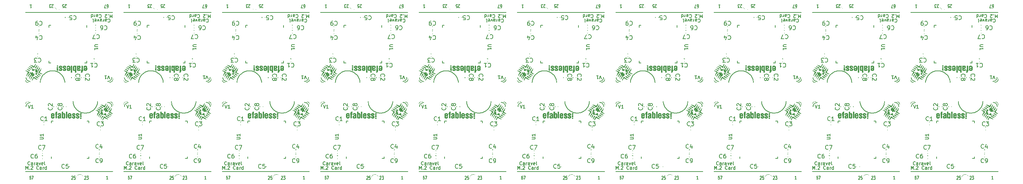
<source format=gbr>
*
%FSLAX24Y24*%
%MOIN*%
%ADD10C,0.005906*%
%ADD11C,0.005010*%
%ADD12C,0.001000*%
%ADD13C,0.002000*%
%ADD14C,0.004000*%
%ADD15C,0.008000*%
%ADD16R,0.024500X0.024500*%
%ADD17C,0.011000*%
%ADD18R,0.018300X0.018300*%
%ADD19C,0.005000*%
%ADD20R,0.314681X0.314681*%
%ADD21R,0.027280X0.027280*%
%ADD22C,0.230035*%
%ADD23C,0.022000*%
%IPPOS*%
%LNm386940-gto.GBR*%
%LPD*%
G54D10*
X006205Y008192D02*
X006310Y007877D01*
X006415Y008192D01*
X006685Y007877D02*
X006505D01*
X006595D02*
Y008192D01*
X006565Y008147D01*
X006535Y008117D01*
X006505Y008102D01*
X005978Y001983D02*
Y002298D01*
X006083Y002073D01*
X006188Y002298D01*
Y001983D01*
X006338Y002013D02*
X006353Y001998D01*
X006338Y001983D01*
X006323Y001998D01*
X006338Y002013D01*
Y001983D01*
X006473Y002268D02*
X006488Y002283D01*
X006518Y002298D01*
X006593D01*
X006623Y002283D01*
X006638Y002268D01*
X006653Y002238D01*
Y002208D01*
X006638Y002163D01*
X006458Y001983D01*
X006653D01*
X007208Y002013D02*
X007193Y001998D01*
X007148Y001983D01*
X007118D01*
X007073Y001998D01*
X007043Y002028D01*
X007028Y002058D01*
X007013Y002118D01*
Y002163D01*
X007028Y002223D01*
X007043Y002253D01*
X007073Y002283D01*
X007118Y002298D01*
X007148D01*
X007193Y002283D01*
X007208Y002268D01*
X007478Y001983D02*
Y002148D01*
X007463Y002178D01*
X007433Y002193D01*
X007373D01*
X007343Y002178D01*
X007478Y001998D02*
X007448Y001983D01*
X007373D01*
X007343Y001998D01*
X007328Y002028D01*
Y002058D01*
X007343Y002088D01*
X007373Y002103D01*
X007448D01*
X007478Y002118D01*
X007628Y001983D02*
Y002193D01*
Y002133D02*
X007643Y002163D01*
X007658Y002178D01*
X007688Y002193D01*
X007718D01*
X007958Y001983D02*
Y002298D01*
Y001998D02*
X007928Y001983D01*
X007868D01*
X007838Y001998D01*
X007823Y002013D01*
X007808Y002043D01*
Y002133D01*
X007823Y002163D01*
X007838Y002178D01*
X007868Y002193D01*
X007928D01*
X007958Y002178D01*
X006369Y002446D02*
X006354Y002431D01*
X006309Y002416D01*
X006279D01*
X006234Y002431D01*
X006204Y002461D01*
X006189Y002491D01*
X006174Y002551D01*
Y002596D01*
X006189Y002656D01*
X006204Y002686D01*
X006234Y002716D01*
X006279Y002731D01*
X006309D01*
X006354Y002716D01*
X006369Y002701D01*
X006639Y002416D02*
Y002581D01*
X006624Y002611D01*
X006594Y002626D01*
X006534D01*
X006504Y002611D01*
X006639Y002431D02*
X006609Y002416D01*
X006534D01*
X006504Y002431D01*
X006489Y002461D01*
Y002491D01*
X006504Y002521D01*
X006534Y002536D01*
X006609D01*
X006639Y002551D01*
X006789Y002416D02*
Y002626D01*
Y002566D02*
X006804Y002596D01*
X006819Y002611D01*
X006849Y002626D01*
X006879D01*
X007119Y002416D02*
Y002581D01*
X007104Y002611D01*
X007074Y002626D01*
X007014D01*
X006984Y002611D01*
X007119Y002431D02*
X007089Y002416D01*
X007014D01*
X006984Y002431D01*
X006969Y002461D01*
Y002491D01*
X006984Y002521D01*
X007014Y002536D01*
X007089D01*
X007119Y002551D01*
X007239Y002626D02*
X007314Y002416D01*
X007389Y002626D01*
X007629Y002431D02*
X007599Y002416D01*
X007539D01*
X007509Y002431D01*
X007494Y002461D01*
Y002581D01*
X007509Y002611D01*
X007539Y002626D01*
X007599D01*
X007629Y002611D01*
X007644Y002581D01*
Y002551D01*
X007494Y002521D01*
X007824Y002416D02*
X007794Y002431D01*
X007779Y002461D01*
Y002731D01*
X009420Y007965D02*
X009438Y007946D01*
X009457Y007890D01*
Y007852D01*
X009438Y007796D01*
X009401Y007758D01*
X009363Y007740D01*
X009288Y007721D01*
X009232D01*
X009157Y007740D01*
X009120Y007758D01*
X009082Y007796D01*
X009064Y007852D01*
Y007890D01*
X009082Y007946D01*
X009101Y007965D01*
X009232Y008190D02*
X009214Y008152D01*
X009195Y008133D01*
X009157Y008115D01*
X009139D01*
X009101Y008133D01*
X009082Y008152D01*
X009064Y008190D01*
Y008265D01*
X009082Y008302D01*
X009101Y008321D01*
X009139Y008340D01*
X009157D01*
X009195Y008321D01*
X009214Y008302D01*
X009232Y008265D01*
Y008190D01*
X009251Y008152D01*
X009270Y008133D01*
X009307Y008115D01*
X009382D01*
X009420Y008133D01*
X009438Y008152D01*
X009457Y008190D01*
Y008265D01*
X009438Y008302D01*
X009420Y008321D01*
X009382Y008340D01*
X009307D01*
X009270Y008321D01*
X009251Y008302D01*
X009232Y008265D01*
X012938Y002669D02*
X012919Y002650D01*
X012863Y002632D01*
X012825D01*
X012769Y002650D01*
X012732Y002688D01*
X012713Y002725D01*
X012694Y002800D01*
Y002857D01*
X012713Y002932D01*
X012732Y002969D01*
X012769Y003007D01*
X012825Y003025D01*
X012863D01*
X012919Y003007D01*
X012938Y002988D01*
X013125Y002632D02*
X013200D01*
X013238Y002650D01*
X013257Y002669D01*
X013294Y002725D01*
X013313Y002800D01*
Y002950D01*
X013294Y002988D01*
X013275Y003007D01*
X013238Y003025D01*
X013163D01*
X013125Y003007D01*
X013107Y002988D01*
X013088Y002950D01*
Y002857D01*
X013107Y002819D01*
X013125Y002800D01*
X013163Y002782D01*
X013238D01*
X013275Y002800D01*
X013294Y002819D01*
X013313Y002857D01*
X006709Y003102D02*
X006691Y003083D01*
X006634Y003065D01*
X006597D01*
X006541Y003083D01*
X006503Y003121D01*
X006485Y003158D01*
X006466Y003233D01*
Y003290D01*
X006485Y003365D01*
X006503Y003402D01*
X006541Y003440D01*
X006597Y003458D01*
X006634D01*
X006691Y003440D01*
X006709Y003421D01*
X007047Y003458D02*
X006972D01*
X006934Y003440D01*
X006916Y003421D01*
X006878Y003365D01*
X006859Y003290D01*
Y003140D01*
X006878Y003102D01*
X006897Y003083D01*
X006934Y003065D01*
X007009D01*
X007047Y003083D01*
X007066Y003102D01*
X007084Y003140D01*
Y003233D01*
X007066Y003271D01*
X007047Y003290D01*
X007009Y003308D01*
X006934D01*
X006897Y003290D01*
X006878Y003271D01*
X006859Y003233D01*
X007650Y006712D02*
X007632Y006694D01*
X007575Y006675D01*
X007538D01*
X007482Y006694D01*
X007444Y006731D01*
X007425Y006769D01*
X007407Y006844D01*
Y006900D01*
X007425Y006975D01*
X007444Y007012D01*
X007482Y007050D01*
X007538Y007069D01*
X007575D01*
X007632Y007050D01*
X007650Y007031D01*
X008025Y006675D02*
X007800D01*
X007913D02*
Y007069D01*
X007875Y007012D01*
X007838Y006975D01*
X007800Y006956D01*
X008491Y007957D02*
X008509Y007938D01*
X008528Y007882D01*
Y007844D01*
X008509Y007788D01*
X008472Y007751D01*
X008434Y007732D01*
X008359Y007713D01*
X008303D01*
X008228Y007732D01*
X008191Y007751D01*
X008153Y007788D01*
X008134Y007844D01*
Y007882D01*
X008153Y007938D01*
X008172Y007957D01*
Y008107D02*
X008153Y008126D01*
X008134Y008163D01*
Y008257D01*
X008153Y008294D01*
X008172Y008313D01*
X008209Y008332D01*
X008247D01*
X008303Y008313D01*
X008528Y008088D01*
Y008332D01*
X007442Y003957D02*
X007423Y003938D01*
X007367Y003919D01*
X007329D01*
X007273Y003938D01*
X007236Y003975D01*
X007217Y004013D01*
X007198Y004088D01*
Y004144D01*
X007217Y004219D01*
X007236Y004256D01*
X007273Y004294D01*
X007329Y004313D01*
X007367D01*
X007423Y004294D01*
X007442Y004275D01*
X007573Y004313D02*
X007835D01*
X007667Y003919D01*
X013060Y006224D02*
X013041Y006205D01*
X012985Y006187D01*
X012947D01*
X012891Y006205D01*
X012854Y006243D01*
X012835Y006280D01*
X012816Y006355D01*
Y006412D01*
X012835Y006487D01*
X012854Y006524D01*
X012891Y006562D01*
X012947Y006580D01*
X012985D01*
X013041Y006562D01*
X013060Y006543D01*
X013191Y006580D02*
X013435D01*
X013304Y006430D01*
X013360D01*
X013397Y006412D01*
X013416Y006393D01*
X013435Y006355D01*
Y006262D01*
X013416Y006224D01*
X013397Y006205D01*
X013360Y006187D01*
X013247D01*
X013210Y006205D01*
X013191Y006224D01*
X007338Y004897D02*
X007593D01*
X007623Y004912D01*
X007638Y004927D01*
X007653Y004957D01*
Y005017D01*
X007638Y005047D01*
X007623Y005062D01*
X007593Y005077D01*
X007338D01*
X007653Y005392D02*
Y005212D01*
Y005302D02*
X007338D01*
X007383Y005272D01*
X007413Y005242D01*
X007428Y005212D01*
X009678Y002126D02*
X009659Y002107D01*
X009603Y002088D01*
X009565D01*
X009509Y002107D01*
X009472Y002145D01*
X009453Y002182D01*
X009434Y002257D01*
Y002313D01*
X009453Y002388D01*
X009472Y002426D01*
X009509Y002463D01*
X009565Y002482D01*
X009603D01*
X009659Y002463D01*
X009678Y002445D01*
X010034Y002482D02*
X009847D01*
X009828Y002295D01*
X009847Y002313D01*
X009884Y002332D01*
X009978D01*
X010015Y002313D01*
X010034Y002295D01*
X010053Y002257D01*
Y002163D01*
X010034Y002126D01*
X010015Y002107D01*
X009978Y002088D01*
X009884D01*
X009847Y002107D01*
X009828Y002126D01*
G54D11*
X011624Y001308D02*
X011635Y001323D01*
X011657Y001338D01*
X011714D01*
X011736Y001323D01*
X011747Y001308D01*
X011759Y001278D01*
Y001248D01*
X011747Y001203D01*
X011612Y001023D01*
X011759D01*
X011837Y001338D02*
X011984D01*
X011905Y001218D01*
X011939D01*
X011961Y001203D01*
X011972Y001188D01*
X011984Y001158D01*
Y001083D01*
X011972Y001053D01*
X011961Y001038D01*
X011939Y001023D01*
X011871D01*
X011849Y001038D01*
X011837Y001053D01*
X010368Y001308D02*
X010379Y001323D01*
X010402Y001338D01*
X010458D01*
X010480Y001323D01*
X010492Y001308D01*
X010503Y001278D01*
Y001248D01*
X010492Y001203D01*
X010357Y001023D01*
X010503D01*
X010717Y001338D02*
X010604D01*
X010593Y001188D01*
X010604Y001203D01*
X010627Y001218D01*
X010683D01*
X010705Y001203D01*
X010717Y001188D01*
X010728Y001158D01*
Y001083D01*
X010717Y001053D01*
X010705Y001038D01*
X010683Y001023D01*
X010627D01*
X010604Y001038D01*
X010593Y001053D01*
X013857Y001042D02*
X013722D01*
X013790D02*
Y001357D01*
X013767Y001312D01*
X013745Y001282D01*
X013722Y001267D01*
X006449Y001346D02*
X006404D01*
X006381Y001331D01*
X006370Y001316D01*
X006348Y001271D01*
X006336Y001211D01*
Y001091D01*
X006348Y001061D01*
X006359Y001046D01*
X006381Y001031D01*
X006426D01*
X006449Y001046D01*
X006460Y001061D01*
X006471Y001091D01*
Y001166D01*
X006460Y001196D01*
X006449Y001211D01*
X006426Y001226D01*
X006381D01*
X006359Y001211D01*
X006348Y001196D01*
X006336Y001166D01*
X006550Y001346D02*
X006708D01*
X006606Y001031D01*
G54D10*
X012942Y004047D02*
X012923Y004028D01*
X012867Y004010D01*
X012829D01*
X012773Y004028D01*
X012736Y004066D01*
X012717Y004103D01*
X012698Y004178D01*
Y004235D01*
X012717Y004310D01*
X012736Y004347D01*
X012773Y004385D01*
X012829Y004403D01*
X012867D01*
X012923Y004385D01*
X012942Y004366D01*
X013279Y004272D02*
Y004010D01*
X013185Y004422D02*
X013092Y004141D01*
X013335D01*
G54D11*
X009574Y008015D02*
Y008100D01*
X009858Y008015D02*
Y008100D01*
X013058Y003160D02*
X012973D01*
X013058Y003444D02*
X012973D01*
X007516Y003298D02*
X007601D01*
X007516Y003015D02*
X007601D01*
X007670Y006550D02*
X007755D01*
X007670Y006267D02*
X007755D01*
X008657Y008015D02*
Y008100D01*
X008940Y008015D02*
Y008100D01*
G54D12*
X008389Y007208D02*
X008392Y007277D01*
X008403Y007321D01*
X008429Y007359D01*
X008466Y007386D01*
X008509Y007398D01*
X008547Y007401D01*
X008596Y007397D01*
X008600Y007394D01*
X008603Y007395D01*
X008637Y007385D01*
X008637D02*
X008667Y007365D01*
X008688Y007336D01*
X008698Y007302D01*
X008698D02*
X008711Y007141D01*
X008487Y007140D01*
X008493Y007046D01*
X008499Y007021D01*
D03*
X008499Y007021D02*
X008513Y007004D01*
X008532Y006995D01*
X008553Y006995D01*
Y006995D02*
X008572Y006998D01*
X008574Y006999D01*
X008589Y007009D01*
X008590Y007010D01*
X008599Y007029D01*
X008600Y007033D01*
X008609Y007081D01*
X008702D01*
X008702Y007049D01*
X008696Y007007D01*
X008680Y006972D01*
X008655Y006945D01*
X008622Y006926D01*
X008583Y006917D01*
X008531D01*
X008508Y006921D01*
X008467Y006934D01*
D03*
X008467Y006934D02*
X008436Y006955D01*
X008412Y006986D01*
X008404Y007002D01*
X008404D02*
X008395Y007043D01*
X008395D02*
X008389Y007208D01*
X008489Y007215D02*
X008608D01*
Y007215D02*
X008609Y007252D01*
X008604Y007288D01*
Y007288D02*
X008593Y007310D01*
X008566Y007326D01*
X008535Y007326D01*
X008507Y007310D01*
X008492Y007283D01*
X008491Y007282D01*
X008489Y007215D01*
G54D13*
X008394Y007208D02*
X008700D01*
X008394Y007220D02*
X008484D01*
X008613D02*
X008699D01*
X008397Y007277D02*
X008486D01*
X008396Y007137D02*
X008483D01*
X008396Y007137D02*
X008483D01*
X008397Y007136D02*
X008483D01*
X008397Y007135D02*
X008483D01*
X008398Y007282D02*
X008486D01*
X008409Y007323D02*
X008516D01*
X008400Y007048D02*
X008488D01*
X008400Y007047D02*
X008488D01*
X008403Y007023D02*
X008493D01*
X008489Y007389D02*
X008606D01*
X008410Y007000D02*
X008511D01*
X008411Y006999D02*
X008512D01*
X008583D02*
X008687D01*
X008420Y006984D02*
X008681D01*
X008431Y006969D02*
X008672D01*
X008431Y006969D02*
X008671D01*
X008450Y006951D02*
X008655D01*
X008465Y006941D02*
X008638D01*
X008496Y006930D02*
X008615D01*
X008498Y006929D02*
X008612D01*
X008585Y007000D02*
X008688D01*
X008585Y007323D02*
X008688D01*
X008588Y007002D02*
X008689D01*
X008589Y007003D02*
X008689D01*
X008592Y007005D02*
X008690D01*
X008596Y007012D02*
X008692D01*
X008597Y007013D02*
X008692D01*
X008605Y007031D02*
X008695D01*
X008600Y007307D02*
X008692D01*
X008602Y007303D02*
X008693D01*
X008606Y007034D02*
X008695D01*
X008608Y007049D02*
X008697D01*
X008610Y007286D02*
X008694D01*
X008615Y007242D02*
X008698D01*
X008396Y007147D02*
X008705D01*
X008395Y007164D02*
X008704D01*
X008395Y007181D02*
X008702D01*
X008394Y007198D02*
X008701D01*
X008396Y007138D02*
X008394Y007208D01*
X008700Y007208D02*
X008705Y007146D01*
X008394Y007208D02*
X008394Y007220D01*
X008700Y007219D02*
X008700Y007208D01*
X008483Y007210D02*
X008612D01*
X008395Y007230D02*
X008484D01*
X008395Y007243D02*
X008485D01*
X008396Y007255D02*
X008485D01*
X008397Y007267D02*
X008486D01*
X008394Y007220D02*
X008397Y007277D01*
X008486Y007278D02*
X008483Y007210D01*
X008396Y007137D02*
X008396Y007138D01*
X008397Y007137D02*
X008396Y007137D01*
X008397Y007136D02*
X008397Y007137D01*
X008705Y007146D02*
X008482Y007145D01*
G54D14*
X008409Y007068D02*
X008476D01*
X008408Y007092D02*
X008475D01*
X008407Y007115D02*
X008474D01*
G54D13*
X008400Y007048D02*
X008397Y007136D01*
X008482Y007145D02*
X008488Y007047D01*
G54D14*
X008410Y007048D02*
X008407Y007136D01*
X008471Y007155D02*
X008478Y007047D01*
G54D13*
X008397Y007277D02*
X008397Y007281D01*
X008486Y007283D02*
X008486Y007278D01*
X008399Y007292D02*
X008489D01*
X008402Y007302D02*
X008495D01*
X008405Y007313D02*
X008503D01*
X008397Y007281D02*
X008408Y007319D01*
X008550Y007333D02*
X008522Y007327D01*
X008499Y007309D01*
X008486Y007283D01*
X008400Y007047D02*
X008400Y007048D01*
X008488Y007047D02*
X008488Y007045D01*
X008401Y007033D02*
X008491D01*
X008401Y007037D02*
X008490D01*
X008403Y007025D02*
X008400Y007047D01*
X008488Y007045D02*
X008494Y007019D01*
X008406Y007010D02*
X008500D01*
X008406Y007013D02*
X008498D01*
X008408Y007004D02*
X008403Y007025D01*
X008494Y007019D02*
X008510Y007000D01*
X008532Y006990D01*
X008415Y007333D02*
X008684D01*
X008426Y007348D02*
X008674D01*
X008441Y007364D02*
X008660D01*
X008464Y007379D02*
X008637D01*
X008408Y007319D02*
X008432Y007355D01*
X008466Y007380D01*
X008635Y007380D02*
X008668Y007355D01*
X008689Y007320D01*
X008409Y007003D02*
X008408Y007004D01*
X008532Y006990D02*
X008543Y006989D01*
X008416Y006989D02*
X008409Y007003D01*
X008689Y007003D02*
X008682Y006988D01*
X008426Y006975D02*
X008416Y006989D01*
X008682Y006988D02*
X008676Y006974D01*
X008427Y006975D02*
X008426Y006975D01*
X008438Y006960D02*
X008663D01*
X008439Y006959D02*
X008427Y006975D01*
X008677Y006975D02*
X008661Y006958D01*
X008453Y006949D02*
X008439Y006959D01*
X008661Y006958D02*
X008652Y006949D01*
X008469Y006938D02*
X008453Y006949D01*
X008652Y006949D02*
X008633Y006938D01*
X008466Y007380D02*
X008500Y007392D01*
X008598D02*
X008635Y007380D01*
X008469Y006938D03*
X008633Y006938D02*
X008632Y006938D01*
X008492Y006931D02*
X008469Y006938D01*
X008632Y006938D02*
X008620Y006931D01*
X008509Y006926D02*
X008492Y006931D01*
X008620Y006931D02*
X008597Y006926D01*
X008500Y007392D02*
X008501Y007392D01*
X008594Y007392D02*
X008608Y007380D01*
X008501Y007392D02*
X008510Y007393D01*
X008583Y007393D02*
X008594Y007392D01*
X008532Y006922D02*
X008509Y006926D01*
X008597Y006926D02*
X008582Y006922D01*
X008532D01*
X008510Y007393D02*
X008543Y007396D01*
X008550Y007396D02*
X008583Y007393D01*
X008541Y007396D02*
X008553D01*
X008543Y007396D02*
X008545Y007396D01*
X008543Y006989D02*
X008554Y006990D01*
X008690Y007004D02*
X008689Y007003D01*
X008548Y007396D02*
X008550Y007396D01*
X008598Y007313D02*
X008576Y007328D01*
X008550Y007333D01*
X008689Y007320D02*
X008693Y007305D01*
X008554Y006990D02*
X008573Y006993D01*
X008691Y007007D02*
X008690Y007004D01*
X008573Y006993D02*
X008577Y006994D01*
X008691Y007007D03*
X008577Y006994D02*
X008581Y006997D01*
X008692Y007008D02*
X008691Y007007D01*
X008581Y006997D02*
X008592Y007005D01*
X008692Y007014D02*
X008692Y007008D01*
X008592Y007005D02*
X008594Y007008D01*
X008692Y007014D03*
X008601Y007022D02*
X008693D01*
X008594Y007008D02*
X008604Y007027D01*
X008695Y007032D02*
X008692Y007014D01*
X008600Y007307D02*
X008598Y007313D01*
X008693Y007305D02*
X008693Y007302D01*
X008609Y007289D02*
X008600Y007307D01*
X008693Y007302D02*
X008694Y007285D01*
X008604Y007027D02*
X008605Y007032D01*
X008695Y007035D02*
X008695Y007032D01*
X008605Y007032D02*
X008608Y007047D01*
X008697Y007050D02*
X008695Y007035D01*
X008608Y007380D02*
Y007389D01*
X008610Y007059D02*
X008697D01*
X008613Y007074D02*
X008697D01*
X008608Y007047D02*
X008614Y007076D01*
X008697D02*
X008697Y007050D01*
X008614Y007252D02*
X008697D01*
X008613Y007264D02*
X008696D01*
X008612Y007276D02*
X008695D01*
X008615Y007242D02*
X008609Y007289D01*
X008694Y007285D02*
X008698Y007242D01*
X008614Y007230D02*
X008699D01*
X008614Y007232D02*
X008699D01*
X008612Y007210D02*
X008615Y007242D01*
X008698Y007242D02*
X008700Y007219D01*
X008613Y007076D02*
X008697D01*
G54D12*
X008969Y007549D02*
X008969Y007474D01*
X008951Y007473D01*
X008951Y007473D02*
X008930Y007466D01*
X008930Y007466D02*
X008929Y007465D01*
X008928Y007463D01*
X008925Y007453D01*
X008921Y007388D01*
X008969Y007387D01*
X008969Y007321D01*
X008922Y007320D01*
X008922Y006928D01*
X008837Y006929D01*
X008832Y006930D01*
X008826Y006931D01*
X008826D02*
X008824Y006962D01*
X008824D03*
X008824Y006962D02*
X008822Y007320D01*
X008788Y007321D01*
X008788D02*
X008781Y007336D01*
X008781Y007353D01*
X008781D02*
X008782Y007354D01*
X008782Y007375D01*
X008784Y007384D01*
X008787Y007387D01*
X008788Y007387D01*
X008809Y007389D01*
X008816Y007393D01*
X008820Y007403D01*
X008830Y007482D01*
X008840Y007508D01*
X008858Y007528D01*
X008884Y007540D01*
X008969Y007549D01*
G54D13*
X008787Y007354D02*
X008964D01*
X008785Y007343D02*
X008964D01*
X008787Y007376D02*
X008964D01*
X008815Y007387D02*
X008919D01*
X008816Y007387D02*
X008919D01*
X008820Y007391D02*
X008917D01*
X008826Y007318D02*
X008918D01*
X008820Y007392D02*
X008917D01*
X008826Y007318D02*
X008918D01*
X008826Y007317D02*
X008917D01*
X008821Y007392D02*
X008917D01*
X008821Y007393D02*
X008917D01*
X008821Y007394D02*
X008917D01*
X008826Y007316D02*
X008917D01*
X008822Y007396D02*
X008917D01*
X008825Y007404D02*
X008917D01*
X008831Y007452D02*
X008920D01*
X008827Y007315D02*
X008917D01*
X008828Y006954D02*
X008917D01*
X008829Y006963D02*
X008917D01*
X008832Y007461D02*
X008923D01*
X008832Y007462D02*
X008923D01*
X008833Y007468D02*
X008925D01*
X008833Y007470D02*
X008927D01*
X008833Y007470D02*
X008928D01*
X008833Y007471D02*
X008928D01*
X008833Y007471D02*
X008929D01*
X008835Y007483D02*
X008964D01*
X008785Y007343D02*
X008787Y007353D01*
X008964Y007354D02*
X008964Y007343D01*
X008790Y007328D02*
X008964D01*
X008787Y007333D02*
X008964D01*
X008791Y007326D02*
X008785Y007343D01*
X008964Y007343D02*
X008964Y007326D01*
X008787Y007364D02*
X008964D01*
X008787Y007366D02*
X008964D01*
X008787Y007353D02*
X008787Y007374D01*
X008964Y007376D02*
X008964Y007354D01*
X008787Y007374D02*
X008788Y007382D01*
X008964Y007383D02*
X008964Y007376D01*
X008788Y007381D02*
X008789Y007382D01*
X008802Y007326D02*
X008791Y007326D01*
X008789Y007382D02*
X008795Y007382D01*
X008801Y007383D01*
X008916Y007383D02*
X008964Y007383D01*
X008801Y007383D02*
X008810Y007384D01*
X008917Y007394D02*
X008916Y007383D01*
X008827Y007325D02*
X008802Y007326D01*
X008964Y007326D02*
X008917Y007325D01*
X008810Y007384D02*
X008820Y007389D01*
X008917Y007397D02*
X008917Y007394D01*
X008820Y007389D02*
X008825Y007402D01*
X008917Y007405D02*
X008917Y007397D01*
X008826Y007414D02*
X008918D01*
X008828Y007428D02*
X008919D01*
X008830Y007442D02*
X008920D01*
X008825Y007402D02*
X008831Y007451D01*
X008920Y007454D02*
X008917Y007405D01*
G54D15*
X008858Y007003D02*
X008887D01*
X008858Y007071D02*
X008887D01*
X008858Y007139D02*
X008887D01*
X008857Y007207D02*
X008887D01*
X008857Y007275D02*
X008887D01*
G54D13*
X008829Y006962D02*
X008827Y007325D01*
X008917Y007325D02*
X008917Y006963D01*
G54D15*
X008858Y007003D02*
X008856Y007354D01*
X008887Y007355D02*
X008887Y007003D01*
G54D13*
X008830Y006936D02*
X008917D01*
X008829Y006944D02*
X008917D01*
X008830Y006935D02*
X008828Y006954D01*
X008917Y006954D02*
X008917Y006933D01*
X008828Y006954D02*
X008829Y006962D01*
X008917Y006963D02*
Y006954D01*
X008831Y007451D02*
X008832Y007460D01*
X008923Y007465D02*
X008920Y007454D01*
X008832Y007460D02*
X008832Y007461D01*
X008925Y007469D02*
X008923Y007465D01*
X008832Y007461D02*
X008833Y007466D01*
X008950Y007478D02*
X008925Y007469D01*
X008833Y006934D02*
X008830Y006935D01*
X008833Y007466D02*
X008833Y007468D01*
X008964Y007479D02*
X008950Y007478D01*
X008833Y007468D02*
X008833Y007469D01*
X008833Y007470D01*
D03*
X008833Y007470D02*
X008835Y007481D01*
X008964Y007483D02*
X008964Y007479D01*
X008838Y007493D02*
X008964D01*
X008845Y007507D02*
X008964D01*
X008857Y007521D02*
X008964D01*
X008884Y007535D02*
X008964D01*
X008835Y007481D02*
X008844Y007505D01*
X008861Y007524D01*
X008885Y007535D01*
X008964Y007544D02*
X008964Y007483D01*
X008837Y006934D02*
X008833Y006934D01*
X008882Y006933D02*
X008837Y006934D01*
X008917Y006933D02*
X008882Y006933D01*
X008885Y007535D02*
X008958Y007543D01*
X008963Y007544D01*
X008964Y007544D01*
X008917Y006973D02*
X008829D01*
G54D14*
X008907Y006983D02*
X008839D01*
X008907Y007295D02*
X008907Y006983D01*
X008839D02*
X008837Y007295D01*
G54D12*
X009032Y007064D02*
X009038Y007099D01*
X009054Y007134D01*
X009075Y007158D01*
X009104Y007174D01*
D03*
X009104Y007174D02*
X009211Y007230D01*
X009211Y007230D02*
X009235Y007248D01*
X009247Y007275D01*
X009244Y007304D01*
X009244Y007304D02*
X009244Y007305D01*
X009231Y007319D01*
X009230Y007320D01*
Y007320D02*
X009195Y007327D01*
X009160Y007323D01*
Y007323D02*
X009160Y007322D01*
X009141Y007311D01*
X009139Y007309D01*
X009130Y007289D01*
X009129Y007285D01*
X009129Y007261D01*
X009036D01*
X009036Y007261D02*
X009039Y007303D01*
X009055Y007342D01*
X009083Y007375D01*
X009083Y007375D02*
X009122Y007394D01*
X009215Y007398D01*
D03*
X009215Y007398D02*
X009228Y007398D01*
X009228D02*
X009261Y007394D01*
X009291Y007381D01*
X009291D03*
X009291Y007381D03*
X009291Y007381D02*
X009323Y007356D01*
X009323D02*
X009329Y007345D01*
Y007345D02*
X009341Y007284D01*
X009342Y007222D01*
Y007222D02*
X009342Y007221D01*
X009345Y006927D01*
D03*
X009345Y006927D02*
X009258Y006931D01*
X009253Y006967D01*
X009249Y006970D01*
X009247Y006972D01*
X009244D01*
X009242Y006970D01*
X009234Y006964D01*
X009228Y006956D01*
X009206Y006936D01*
X009206Y006936D02*
X009157Y006922D01*
X009106Y006924D01*
X009106Y006924D02*
X009082Y006933D01*
X009062Y006949D01*
X009062D02*
X009043Y006985D01*
X009033Y007024D01*
X009032Y007064D01*
X009135Y007021D02*
X009149Y007002D01*
X009150Y007000D01*
X009171Y006991D01*
X009199Y006993D01*
X009223Y007007D01*
X009238Y007031D01*
X009241Y007059D01*
X009246Y007159D01*
X009244Y007169D01*
X009244D02*
X009237Y007172D01*
Y007172D02*
X009188Y007146D01*
X009144Y007111D01*
X009144Y007111D03*
X009144Y007111D02*
X009132Y007082D01*
X009129Y007051D01*
X009135Y007021D01*
G54D13*
X009037Y007056D02*
X009124D01*
X009036Y007046D02*
X009125D01*
X009037Y007065D02*
X009125D01*
X009044Y007100D02*
X009133D01*
X009038Y007023D02*
X009130D01*
X009041Y007284D02*
X009124D01*
X009040Y007272D02*
X009124D01*
X009041Y007288D02*
X009125D01*
X009045Y007306D02*
X009133D01*
X009042Y007005D02*
X009141D01*
X009042Y007004D02*
X009141D01*
X009047Y007108D02*
X009137D01*
X009044Y006996D02*
X009149D01*
X009044Y006995D02*
X009150D01*
X009215D02*
X009340D01*
X009045Y007307D02*
X009133D01*
X009048Y007318D02*
X009143D01*
X009061Y007136D02*
X009166D01*
X009050Y007322D02*
X009151D01*
X009064Y007346D02*
X009323D01*
X009057Y006967D02*
X009231D01*
X009057Y006966D02*
X009230D01*
X009060Y006960D02*
X009225D01*
X009100Y007168D02*
X009216D01*
X009073Y007359D02*
X009314D01*
X009065Y006953D02*
X009217D01*
X009074Y006946D02*
X009210D01*
X009098Y007379D02*
X009286D01*
X009100Y006931D02*
X009181D01*
X009106Y006929D02*
X009171D01*
X009123Y007179D02*
X009337D01*
X009113Y007386D02*
X009271D01*
X009205Y007221D02*
X009337D01*
X009246Y007050D02*
X009339D01*
X009228Y007234D02*
X009338D01*
X009235Y007322D02*
X009330D01*
X009238Y007245D02*
X009338D01*
X009252Y007285D02*
X009336D01*
X009241Y007315D02*
X009331D01*
X009246Y007059D02*
X009339D01*
X009251Y007159D02*
X009338D01*
X009249Y007168D02*
X009338D01*
X009250Y007303D02*
X009333D01*
X009258Y006967D02*
X009340D01*
X009258Y006966D02*
X009340D01*
X009259Y006964D02*
X009340D01*
X009036Y007046D02*
X009037Y007056D01*
X009124Y007056D02*
X009125Y007045D01*
X009037Y007033D02*
X009127D01*
X009037Y007036D02*
X009126D01*
X009038Y007024D02*
X009036Y007046D01*
X009125Y007045D02*
X009131Y007018D01*
X009037Y007056D02*
X009037Y007063D01*
X009125Y007065D02*
X009124Y007056D01*
X009039Y007075D02*
X009126D01*
X009042Y007090D02*
X009129D01*
X009037Y007063D02*
X009043Y007097D01*
X009135Y007104D02*
X009125Y007065D01*
X009040Y007014D02*
X009134D01*
X009041Y007007D02*
X009038Y007024D01*
X009131Y007018D02*
X009145Y006998D01*
X009040Y007272D02*
X009041Y007283D01*
X009124Y007285D02*
X009124Y007272D01*
X009040Y007265D02*
X009040Y007272D01*
X009124Y007272D02*
X009124Y007265D01*
X009041Y007283D02*
X009041Y007287D01*
X009126Y007291D02*
X009124Y007285D01*
X009124Y007266D02*
X009040D01*
X009043Y007297D02*
X009128D01*
X009041Y007287D02*
X009044Y007304D01*
X009135Y007312D02*
X009126Y007291D01*
X009041Y007007D03*
X009145Y006998D02*
X009147Y006996D01*
X009044Y006998D02*
X009041Y007007D01*
X009147Y006996D02*
X009169Y006986D01*
X009043Y007097D02*
X009046Y007103D01*
X009140Y007114D02*
X009135Y007104D01*
X009044Y006998D03*
X009169Y006986D02*
X009181Y006985D01*
X009052Y006977D02*
X009340D01*
X009048Y006985D02*
X009340D01*
X009054Y006971D02*
X009044Y006998D01*
X009340Y006995D02*
X009340Y006966D01*
X009249Y006977D02*
X009243D01*
X009044Y007304D03*
X009138Y007315D02*
X009135Y007312D01*
X009044Y007304D02*
X009047Y007314D01*
X009157Y007327D02*
X009138Y007315D01*
X009052Y007118D02*
X009144D01*
X009056Y007126D02*
X009154D01*
X009046Y007103D02*
X009058Y007131D01*
X009177Y007144D02*
X009140Y007114D01*
X009047Y007314D02*
X009049Y007319D01*
X009191Y007332D02*
X009157Y007327D01*
X009055Y007332D02*
X009327D01*
X009057Y007336D02*
X009326D01*
X009049Y007319D02*
X009060Y007341D01*
X009325Y007343D02*
X009330Y007320D01*
X009055Y006971D02*
X009054Y006971D01*
X009243Y006977D02*
X009239Y006974D01*
X009058Y006965D02*
X009055Y006971D01*
X009239Y006974D02*
X009231Y006967D01*
X009062Y006958D02*
X009058Y006965D01*
X009231Y006967D02*
X009225Y006960D01*
X009069Y007146D02*
X009180D01*
X009083Y007158D02*
X009198D01*
X009058Y007131D02*
X009085Y007160D01*
X009247Y007182D02*
X009177Y007144D01*
X009060Y007341D02*
X009068Y007353D01*
X009319Y007353D02*
X009325Y007343D01*
X009065Y006953D02*
X009062Y006958D01*
X009225Y006960D02*
X009218Y006953D01*
X009082Y006939D02*
X009065Y006953D01*
X009218Y006953D02*
X009203Y006940D01*
X009084Y007369D02*
X009302D01*
X009068Y007353D02*
X009086Y007371D01*
X009300Y007370D02*
X009319Y007353D01*
X009084Y006938D02*
X009082Y006939D01*
X009203Y006940D02*
X009199Y006938D01*
X009108Y006929D02*
X009084Y006938D01*
X009199Y006938D02*
X009170Y006929D01*
X009085Y007160D02*
X009106Y007170D01*
X009337Y007179D02*
X009338Y007168D01*
X009086Y007371D02*
X009095Y007377D01*
X009289Y007377D02*
X009300Y007370D01*
X009095Y007377D02*
X009123Y007389D01*
X009260Y007389D02*
X009289Y007377D01*
X009143Y007189D02*
X009337D01*
X009165Y007200D02*
X009337D01*
X009186Y007211D02*
X009337D01*
X009106Y007170D02*
X009188Y007212D01*
X009337Y007222D02*
X009337Y007179D01*
X009138Y006926D02*
X009108Y006929D01*
X009170Y006929D02*
X009138Y006926D01*
X009123Y007389D02*
X009216Y007393D01*
X009240Y007393D02*
X009260Y007389D01*
X009228Y007005D02*
X009340D01*
X009237Y007017D02*
X009339D01*
X009243Y007028D02*
X009339D01*
X009246Y007040D02*
X009339D01*
X009181Y006985D02*
X009214Y006994D01*
X009238Y007017D01*
X009246Y007050D01*
X009339Y007050D02*
X009340Y006995D01*
X009188Y007212D02*
X009213Y007225D01*
X009338Y007235D02*
X009337Y007222D01*
X009234Y007324D02*
X009191Y007332D01*
X009330Y007320D02*
X009331Y007313D01*
X009213Y007225D02*
X009232Y007238D01*
X009338Y007245D02*
X009338Y007235D01*
X009216Y007393D02*
X009228Y007393D01*
X009228D02*
X009240Y007393D01*
X009245Y007255D02*
X009338D01*
X009249Y007265D02*
X009337D01*
X009252Y007275D02*
X009336D01*
X009232Y007238D02*
X009247Y007259D01*
X009252Y007285D01*
X009336Y007284D02*
X009338Y007245D01*
X009248Y007308D02*
X009234Y007324D01*
X009331Y007313D02*
X009333Y007301D01*
X009246Y007050D02*
X009246Y007059D01*
X009339Y007059D02*
X009339Y007050D01*
G54D14*
X009257Y007079D02*
X009329D01*
X009258Y007109D02*
X009328D01*
X009260Y007139D02*
X009328D01*
G54D13*
X009246Y007060D02*
X009251Y007159D01*
X009338Y007158D02*
X009339Y007059D01*
G54D14*
X009256Y007060D02*
X009261Y007160D01*
X009328Y007158D02*
X009329Y007059D01*
G54D13*
X009251Y007159D02*
X009247Y007182D01*
X009338Y007168D02*
X009338Y007158D01*
X009252Y007294D02*
X009334D01*
X009252Y007285D02*
X009248Y007308D01*
X009333Y007301D02*
X009336Y007284D01*
X009252Y006974D02*
X009249Y006977D01*
X009340Y006966D03*
X009258Y006970D02*
X009252Y006974D01*
X009340Y006966D02*
X009340Y006964D01*
X009262Y006937D02*
X009340D01*
X009260Y006954D02*
X009340D01*
X009262Y006935D02*
X009258Y006970D01*
X009340Y006964D02*
X009340Y006932D01*
X009297Y006934D02*
X009262Y006936D01*
X009308Y006933D02*
X009297Y006934D01*
X009341Y006932D02*
X009308Y006933D01*
G54D12*
X009435Y006928D02*
X009435Y007547D01*
X009536D01*
X009534Y007363D01*
X009536Y007350D01*
X009542D01*
X009544Y007351D01*
X009547Y007353D01*
X009559Y007368D01*
X009592Y007392D01*
X009631Y007401D01*
X009670Y007396D01*
X009705Y007375D01*
Y007375D02*
X009727Y007342D01*
X009737Y007303D01*
Y007303D02*
X009737Y007019D01*
X009737Y007019D02*
X009727Y006980D01*
X009706Y006946D01*
X009706Y006946D02*
X009686Y006930D01*
X009661Y006922D01*
X009617D01*
X009595Y006925D01*
X009589Y006927D01*
X009577Y006935D01*
X009539Y006973D01*
X009534D01*
X009532Y006970D01*
X009530Y006966D01*
X009529Y006928D01*
X009435D01*
X009537Y007241D02*
X009539Y007023D01*
X009541Y007020D01*
X009559Y007005D01*
X009577Y006992D01*
X009577Y006992D02*
X009600Y006989D01*
X009620Y006998D01*
X009620Y006998D02*
X009628Y007008D01*
X009629Y007010D01*
X009635Y007025D01*
X009638Y007047D01*
X009642Y007150D01*
X009637Y007299D01*
X009635Y007305D01*
X009633Y007307D01*
X009620Y007320D01*
X009599Y007326D01*
X009576Y007325D01*
X009556Y007314D01*
X009544Y007294D01*
X009540Y007271D01*
X009537Y007241D01*
G54D13*
X009440Y006964D02*
X009525D01*
X009440Y006968D02*
X009526D01*
X009440Y006968D02*
X009526D01*
X009440Y006994D02*
X009565D01*
X009622D02*
X009727D01*
X009440Y006996D02*
X009562D01*
X009440Y007009D02*
X009547D01*
X009440Y007024D02*
X009534D01*
X009440Y007024D02*
X009534D01*
X009440Y007241D02*
X009532D01*
X009440Y007270D02*
X009535D01*
X009440Y007292D02*
X009539D01*
X009440Y007322D02*
X009558D01*
X009440Y007355D02*
X009530D01*
X009554D02*
X009715D01*
X009440Y007363D02*
X009529D01*
X009551Y006968D02*
X009716D01*
X009555Y007355D02*
X009715D01*
X009556Y007357D02*
X009713D01*
X009569Y007371D02*
X009702D01*
X009579Y007379D02*
X009692D01*
X009576Y006943D02*
X009694D01*
X009593Y006931D02*
X009673D01*
X009624Y007322D02*
X009729D01*
X009630Y007002D02*
X009729D01*
X009626Y007321D02*
X009729D01*
X009635Y007011D02*
X009731D01*
X009632Y007315D02*
X009730D01*
X009635Y007012D02*
X009731D01*
X009638Y007019D02*
X009732D01*
X009640Y007026D02*
X009732D01*
X009643Y007048D02*
X009732D01*
X009640Y007303D02*
X009732D01*
X009640Y007303D02*
X009732D01*
X009642Y007298D02*
X009732D01*
X009647Y007150D02*
X009732D01*
X009440Y006934D02*
X009524D01*
X009440Y006944D02*
X009524D01*
X009440Y006954D02*
X009525D01*
X009440Y006933D02*
Y006964D01*
X009525Y006967D02*
X009524Y006933D01*
X009440Y006964D02*
Y006968D01*
X009528Y006972D02*
X009525Y006967D01*
X009440Y006968D03*
X009531Y006978D02*
X009528Y006972D01*
X009440Y006978D02*
X009721D01*
X009440Y006984D02*
X009723D01*
X009440Y006968D02*
X009440Y006994D01*
X009728Y006997D02*
X009718Y006973D01*
X009541Y006978D02*
X009531D01*
X009440Y006994D02*
Y006996D01*
X009575Y006987D02*
X009593Y006984D01*
X009440Y006996D02*
Y007009D01*
X009556Y007001D02*
X009575Y006987D01*
X009440Y007009D02*
Y007024D01*
X009537Y007017D02*
X009556Y007001D01*
X009440Y007024D03*
X009534Y007021D02*
X009537Y007017D01*
G54D15*
X009470Y007064D02*
X009504D01*
X009470Y007133D02*
X009503D01*
X009470Y007201D02*
X009503D01*
G54D13*
X009440Y007024D02*
X009440Y007241D01*
X009532Y007242D02*
X009534Y007021D01*
G54D15*
X009470Y007024D02*
X009470Y007241D01*
X009502Y007243D02*
X009504Y007011D01*
G54D13*
X009440Y007251D02*
X009533D01*
X009440Y007260D02*
X009534D01*
X009440Y007241D02*
Y007270D01*
X009535Y007272D02*
X009532Y007242D01*
X009440Y007280D02*
X009536D01*
X009440Y007282D02*
X009537D01*
X009440Y007270D02*
Y007292D01*
X009539Y007295D02*
X009535Y007272D01*
X009440Y007302D02*
X009542D01*
X009440Y007312D02*
X009548D01*
X009440Y007292D02*
Y007322D01*
X009588Y007332D02*
X009567Y007327D01*
X009549Y007314D01*
X009539Y007295D01*
X009440Y007332D02*
X009726D01*
X009440Y007345D02*
X009720D01*
X009440Y007322D02*
X009440Y007355D01*
X009718Y007350D02*
X009729Y007320D01*
X009531Y007345D02*
X009544D01*
X009440Y007355D02*
Y007363D01*
X009529Y007363D02*
X009531Y007345D01*
G54D15*
X009470Y007403D02*
X009500D01*
X009470Y007457D02*
X009500D01*
X009470Y007511D02*
X009501D01*
G54D13*
X009440Y007363D02*
X009440Y007542D01*
X009531D02*
X009529Y007363D01*
G54D15*
X009470Y007363D02*
X009470Y007511D01*
X009501D02*
X009499Y007362D01*
G54D13*
X009524Y006933D02*
X009440D01*
X009440Y007542D02*
X009531D01*
X009566Y006953D02*
X009705D01*
X009561Y006958D02*
X009709D01*
X009569Y006950D02*
X009541Y006978D01*
X009718Y006973D02*
X009702Y006950D01*
X009544Y007345D02*
X009547Y007347D01*
X009717Y007350D02*
X009718Y007350D01*
X009547Y007347D02*
X009550Y007350D01*
X009716Y007352D02*
X009717Y007350D01*
X009550Y007350D02*
X009563Y007365D01*
X009707Y007365D02*
X009716Y007352D01*
X009563Y007365D02*
X009570Y007371D01*
X009701Y007371D02*
X009707Y007365D01*
X009580Y006939D02*
X009569Y006950D01*
X009702Y006950D02*
X009689Y006939D01*
X009597Y007389D02*
X009674D01*
X009636Y007396D03*
X009570Y007371D02*
X009600Y007390D01*
X009636Y007396D01*
Y007396D02*
X009671Y007390D01*
X009701Y007371D01*
X009588Y006934D02*
X009580Y006939D01*
X009689Y006939D02*
X009683Y006934D01*
X009591Y006931D02*
X009588Y006934D01*
X009683Y006934D02*
X009675Y006932D01*
X009596Y006930D02*
X009591Y006931D01*
X009675Y006932D02*
X009669Y006930D01*
X009600Y007331D02*
X009588Y007332D01*
X009729Y007320D02*
X009729Y007319D01*
X009593Y006984D02*
X009609Y006987D01*
X009624Y006995D01*
X009730Y007004D02*
X009728Y006997D01*
X009617Y006927D02*
X009596Y006930D01*
X009669Y006930D02*
X009660Y006927D01*
X009617D01*
X009622Y007324D02*
X009600Y007331D01*
X009729Y007319D02*
X009730Y007314D01*
X009624Y006995D02*
X009632Y007005D01*
X009731Y007012D02*
X009730Y007004D01*
X009637Y007310D02*
X009622Y007324D01*
X009730Y007314D02*
X009732Y007303D01*
X009632Y007005D02*
X009633Y007007D01*
X009731Y007013D02*
X009731Y007012D01*
X009633Y007007D02*
X009637Y007016D01*
X009732Y007020D02*
X009731Y007013D01*
X009637Y007016D02*
X009639Y007023D01*
X009732Y007026D02*
X009732Y007020D01*
X009642Y007036D02*
X009732D01*
X009642Y007038D02*
X009732D01*
X009639Y007023D02*
X009643Y007047D01*
X009732Y007048D02*
X009732Y007026D01*
X009639Y007308D02*
X009637Y007310D01*
X009732Y007303D03*
X009642Y007299D02*
X009639Y007308D01*
X009732Y007303D02*
Y007298D01*
G54D14*
X009656Y007170D02*
X009722D01*
X009655Y007206D02*
X009722D01*
X009654Y007242D02*
X009722D01*
X009652Y007278D02*
X009722D01*
G54D13*
X009647Y007150D02*
X009642Y007299D01*
X009732Y007298D02*
X009732Y007150D01*
G54D14*
X009657Y007150D02*
X009652Y007301D01*
X009722Y007298D02*
X009722Y007150D01*
X009654Y007068D02*
X009722D01*
X009655Y007099D02*
X009722D01*
X009656Y007130D02*
X009722D01*
G54D13*
X009643Y007047D02*
X009647Y007150D01*
X009732Y007150D02*
X009732Y007048D01*
G54D14*
X009653Y007046D02*
X009657Y007150D01*
X009722Y007150D02*
X009722Y007048D01*
G54D13*
X009440Y007541D02*
X009531D01*
G54D14*
X009450Y007531D02*
X009521D01*
X009450Y007383D02*
X009450Y007531D01*
G54D13*
X009531Y007541D02*
X009530Y007373D01*
G54D14*
X009521Y007531D02*
X009520Y007383D01*
G54D12*
X009828Y007548D02*
X009925Y007544D01*
X009926Y006931D01*
X009828Y006927D01*
Y007548D01*
G54D13*
X009865Y006933D02*
X009849Y006933D01*
X009921Y006936D02*
X009865Y006933D01*
G54D15*
X009863Y006968D02*
X009891D01*
X009863Y007045D02*
X009891D01*
X009863Y007122D02*
X009891D01*
X009863Y007199D02*
X009891D01*
X009863Y007276D02*
X009891D01*
X009863Y007354D02*
X009891D01*
X009863Y007431D02*
X009891D01*
X009863Y007508D02*
X009890D01*
G54D13*
X009833Y006932D02*
Y007543D01*
X009920Y007540D02*
X009921Y006935D01*
G54D15*
X009863Y006968D02*
Y007508D01*
X009890D02*
X009891Y006968D01*
G54D13*
X009865Y007542D02*
X009921Y007539D01*
X009849Y007542D02*
X009865Y007542D01*
X009849Y006933D02*
X009833Y006932D01*
X009833Y007543D02*
X009849Y007542D01*
X009833Y006932D03*
X009921Y006938D02*
X009833D01*
G54D14*
X009843Y006948D02*
Y007528D01*
X009911Y006948D02*
X009843D01*
G54D13*
X009833Y007538D02*
X009920D01*
G54D14*
X009843Y007528D02*
X009910D01*
X009911Y006948D01*
G54D12*
X010012Y007244D02*
X010015Y007295D01*
X010037Y007342D01*
X010074Y007378D01*
X010123Y007396D01*
X010123Y007396D02*
X010169Y007400D01*
X010225Y007394D01*
X010226Y007394D01*
X010230Y007391D01*
X010233Y007392D01*
X010255Y007385D01*
X010257Y007384D01*
X010279Y007369D01*
X010279D02*
X010305Y007335D01*
X010318Y007295D01*
X010318D02*
X010330Y007141D01*
X010107Y007140D01*
X010114Y007033D01*
D03*
X010114Y007033D02*
X010128Y007008D01*
X010152Y006992D01*
X010180Y006990D01*
X010180D02*
X010181Y006990D01*
X010201Y007000D01*
X010202Y007001D01*
X010202Y007001D02*
X010224Y007038D01*
X010231Y007081D01*
X010231Y007081D02*
X010324D01*
X010321Y007041D01*
X010313Y006998D01*
X010297Y006966D01*
X010273Y006943D01*
X010216Y006923D01*
X010156Y006921D01*
X010156Y006922D01*
X010107Y006926D01*
X010105Y006927D01*
Y006927D02*
X010065Y006951D01*
X010035Y006986D01*
X010017Y007029D01*
X010012Y007075D01*
Y007075D03*
X010012Y007075D02*
X010012Y007243D01*
X010012Y007244D01*
X010109Y007215D02*
X010228D01*
Y007256D01*
X010228D02*
X010228Y007282D01*
X010218Y007305D01*
X010200Y007323D01*
Y007323D02*
X010167Y007327D01*
X010134Y007322D01*
X010134Y007322D02*
X010133Y007321D01*
X010119Y007304D01*
X010111Y007276D01*
X010109Y007215D01*
G54D13*
X010016Y007262D02*
X010105D01*
X010016Y007275D02*
X010106D01*
X010022Y007302D02*
X010113D01*
X010017Y007075D02*
X010106D01*
X010017Y007065D02*
X010107D01*
X010017Y007243D02*
X010105D01*
X010017Y007220D02*
X010104D01*
X010233D02*
X010319D01*
X010017Y007137D02*
X010103D01*
X010017Y007137D02*
X010103D01*
X010017Y007136D02*
X010103D01*
X010017Y007135D02*
X010103D01*
X010020Y007034D02*
X010109D01*
X010028Y007317D02*
X010123D01*
X010030Y007322D02*
X010127D01*
X010076Y007372D02*
X010265D01*
X010035Y006994D02*
X010137D01*
X010200D02*
X010305D01*
X010059Y006963D02*
X010287D01*
X010110Y007388D02*
X010230D01*
X010091Y006939D02*
X010253D01*
X010114Y007389D02*
X010225D01*
X010209Y007322D02*
X010306D01*
X010201Y006995D02*
X010306D01*
X010205Y006997D02*
X010306D01*
X010211Y007004D02*
X010309D01*
X010213Y007318D02*
X010308D01*
X010230Y007040D02*
X010315D01*
X010229Y007296D02*
X010313D01*
X010236Y007075D02*
X010318D01*
X010233Y007257D02*
X010316D01*
X010234Y007269D02*
X010316D01*
X010016Y007253D02*
X010105D01*
X010017Y007244D02*
X010016Y007262D01*
X010105Y007263D02*
X010105Y007243D01*
X010016Y007262D02*
X010016Y007275D01*
X010106Y007277D02*
X010105Y007263D01*
X010018Y007285D02*
X010108D01*
X010019Y007292D02*
X010110D01*
X010016Y007275D02*
X010021Y007299D01*
X010114Y007306D02*
X010106Y007277D01*
X010017Y007065D02*
X010017Y007075D01*
X010106Y007075D02*
X010107Y007065D01*
X010019Y007044D02*
X010108D01*
X010017Y007055D02*
X010107D01*
X010020Y007036D02*
X010017Y007065D01*
X010107Y007065D02*
X010109Y007033D01*
X010017Y007230D02*
X010104D01*
X010017Y007233D02*
X010104D01*
X010017Y007220D02*
X010017Y007244D01*
X010105Y007243D02*
X010104Y007210D01*
G54D14*
X010027Y007157D02*
X010314D01*
X010027Y007179D02*
X010312D01*
X010027Y007200D02*
X010311D01*
G54D13*
X010017Y007137D02*
X010017Y007220D01*
X010319Y007219D02*
X010325Y007146D01*
G54D14*
X010027Y007137D02*
X010027Y007220D01*
X010309Y007219D02*
X010314Y007157D01*
G54D13*
X010104Y007210D02*
X010233D01*
X010017Y007137D03*
X010017Y007136D02*
X010017Y007137D01*
X010017Y007136D03*
X010325Y007146D02*
X010102Y007145D01*
X010017Y007085D02*
X010106D01*
X010017Y007099D02*
X010105D01*
X010017Y007112D02*
X010104D01*
X010017Y007125D02*
X010103D01*
X010017Y007075D02*
X010017Y007136D01*
X010102Y007145D02*
X010106Y007075D01*
X010031Y007004D02*
X010124D01*
X010026Y007014D02*
X010117D01*
X010023Y007024D02*
X010111D01*
X010033Y006999D02*
X010020Y007036D01*
X010109Y007033D02*
X010121Y007008D01*
X010144Y006990D01*
X010171Y006984D01*
X010021Y007299D02*
X010026Y007313D01*
X010130Y007326D02*
X010114Y007306D01*
X010026Y007313D02*
X010028Y007318D01*
X010168Y007332D02*
X010130Y007326D01*
X010036Y007332D02*
X010302D01*
X010047Y007347D02*
X010292D01*
X010062Y007362D02*
X010279D01*
X010028Y007318D02*
X010044Y007343D01*
X010065Y007365D01*
X010276Y007365D02*
X010295Y007343D01*
X010307Y007319D01*
X010050Y006973D02*
X010295D01*
X010042Y006984D02*
X010300D01*
X010053Y006970D02*
X010033Y006999D01*
X010307Y006999D02*
X010293Y006969D01*
X010076Y006949D02*
X010271D01*
X010070Y006953D02*
X010276D01*
X010078Y006947D02*
X010053Y006970D01*
X010293Y006969D02*
X010270Y006947D01*
X010065Y007365D02*
X010087Y007379D01*
X010255Y007379D02*
X010276Y007365D01*
X010106Y006932D02*
X010078Y006947D01*
X010270Y006947D02*
X010232Y006932D01*
X010087Y007379D02*
X010090Y007380D01*
X010254Y007380D02*
X010255Y007379D01*
X010090Y007380D02*
X010112Y007389D01*
X010228Y007388D02*
X010254Y007380D01*
X010108Y006931D02*
X010106Y006932D01*
X010232Y006932D02*
X010230Y006931D01*
X010156Y006926D02*
X010108Y006931D01*
X010230Y006931D02*
X010207Y006926D01*
X010112Y007389D02*
X010113Y007389D01*
X010224Y007390D02*
X010239Y007376D01*
X010113Y007389D02*
X010116Y007390D01*
X010123Y007391D01*
X010207Y007391D02*
X010225Y007389D01*
X010123Y007391D02*
X010169Y007395D01*
X010207Y007391D01*
X010182Y006925D02*
X010156Y006926D01*
X010207Y006926D02*
X010182Y006925D01*
X010202Y007327D02*
X010168Y007332D01*
X010307Y007319D02*
X010309Y007315D01*
X010171Y006984D02*
X010183Y006985D01*
X010308Y006999D02*
X010307Y006999D01*
X010183Y006985D02*
X010188Y006988D01*
X010308Y007000D02*
X010308Y006999D01*
X010188Y006988D02*
X010204Y006996D01*
X010309Y007006D02*
X010308Y007000D01*
X010223Y007306D02*
X010311D01*
X010222Y007308D02*
X010311D01*
X010226Y007301D02*
X010202Y007327D01*
X010309Y007315D02*
X010313Y007295D01*
X010218Y007014D02*
X010311D01*
X010227Y007030D02*
X010313D01*
X010204Y006996D02*
X010219Y007015D01*
X010229Y007037D01*
X010316Y007042D02*
X010309Y007006D01*
X010234Y007279D02*
X010315D01*
X010232Y007286D02*
X010314D01*
X010234Y007269D02*
X010226Y007301D01*
X010313Y007295D02*
X010316Y007268D01*
X010233Y007050D02*
X010316D01*
X010235Y007065D02*
X010317D01*
X010229Y007037D02*
X010236Y007075D01*
X010318Y007076D02*
X010316Y007042D01*
X010233Y007230D02*
X010319D01*
X010233Y007247D02*
X010317D01*
X010233Y007210D02*
Y007256D01*
X010316Y007256D02*
X010319Y007219D01*
X010233Y007256D02*
X010234Y007269D01*
X010316Y007268D02*
X010316Y007256D01*
X010236Y007076D02*
X010318D01*
X010236Y007075D02*
X010236Y007076D01*
X010318D03*
X010239Y007376D02*
Y007385D01*
X010017Y007210D02*
X010114D01*
X010223D02*
X010320D01*
X010325Y007147D02*
X010017D01*
G54D12*
X010583Y007398D02*
X010622Y007393D01*
X010658Y007379D01*
X010658Y007379D02*
X010687Y007352D01*
X010705Y007316D01*
X010705D02*
X010714Y007283D01*
X010716Y007266D01*
X010715Y007260D01*
X010712Y007257D01*
X010704Y007255D01*
X010615Y007254D01*
X010615Y007275D01*
X010609Y007301D01*
D03*
X010609Y007301D02*
X010589Y007319D01*
X010564Y007326D01*
X010538Y007323D01*
X010516Y007308D01*
Y007308D02*
X010516Y007307D01*
X010509Y007288D01*
X010514Y007266D01*
X010528Y007248D01*
X010641Y007165D01*
D03*
X010641Y007165D02*
X010681Y007134D01*
X010706Y007091D01*
X010715Y007042D01*
X010705Y006993D01*
X010678Y006951D01*
Y006951D02*
X010655Y006937D01*
X010608Y006924D01*
X010559Y006921D01*
X010510Y006925D01*
X010483Y006933D01*
X010450Y006955D01*
Y006955D02*
X010425Y006991D01*
X010411Y007031D01*
X010409Y007074D01*
Y007074D02*
X010509D01*
Y007047D01*
X010513Y007019D01*
X010514Y007018D01*
X010527Y006998D01*
X010528Y006997D01*
X010561Y006989D01*
X010593Y007001D01*
X010613Y007027D01*
X010614Y007028D01*
X010614Y007029D01*
X010614D02*
X010610Y007056D01*
X010595Y007080D01*
X010573Y007097D01*
X010573D02*
X010495Y007152D01*
X010461Y007181D01*
X010461D02*
X010429Y007222D01*
X010413Y007272D01*
X010417Y007325D01*
X010417D02*
X010433Y007354D01*
X010458Y007376D01*
D03*
X010458Y007376D02*
X010494Y007391D01*
X010547Y007398D01*
X010570D01*
D03*
X010570Y007398D02*
X010583Y007398D01*
G54D13*
X010413Y007063D02*
X010504D01*
X010414Y007048D02*
X010504D01*
X010417Y007288D02*
X010504D01*
X010417Y007288D02*
X010504D01*
X010418Y007305D02*
X010509D01*
X010422Y007322D02*
X010525D01*
X010419Y007020D02*
X010508D01*
X010419Y007268D02*
X010509D01*
X010419Y007020D02*
X010508D01*
X010424Y007326D02*
X010535D01*
X010585D02*
X010696D01*
X010422Y007251D02*
X010519D01*
X010443Y007357D02*
X010677D01*
X010425Y007002D02*
X010519D01*
X010429Y006994D02*
X010524D01*
X010592D02*
X010700D01*
X010444Y007358D02*
X010676D01*
X010481Y007380D02*
X010646D01*
X010464Y006951D02*
X010669D01*
X010471Y006947D02*
X010662D01*
X010482Y007381D02*
X010645D01*
X010490Y007384D02*
X010637D01*
X010473Y007177D02*
X010617D01*
X010482Y007170D02*
X010627D01*
X010500Y006933D02*
X010626D01*
X010523Y006928D02*
X010606D01*
X010509Y007148D02*
X010659D01*
X010619Y007029D02*
X010709D01*
X010594Y007322D02*
X010698D01*
X010589Y007093D02*
X010701D01*
X010601Y007317D02*
X010700D01*
X010615Y007298D02*
X010705D01*
X010618Y007044D02*
X010710D01*
X010618Y007284D02*
X010709D01*
X010619Y007033D02*
X010709D01*
X010620Y007274D02*
X010710D01*
X010620Y007266D02*
X010711D01*
X010413Y007063D02*
X010413Y007069D01*
X010504D02*
Y007063D01*
X010414Y007049D02*
X010413Y007063D01*
X010504Y007063D02*
Y007047D01*
X010417Y007030D02*
X010507D01*
X010415Y007038D02*
X010505D01*
X010418Y007023D02*
X010414Y007049D01*
X010504Y007047D02*
X010508Y007018D01*
X010413Y007069D02*
X010504D01*
X010418Y007278D02*
X010506D01*
X010419Y007269D02*
X010417Y007288D01*
X010504Y007286D02*
X010509Y007264D01*
X010417Y007288D03*
X010504Y007288D02*
X010504Y007286D01*
X010417Y007288D02*
X010418Y007304D01*
X010511Y007310D02*
X010504Y007288D01*
X010418Y007304D02*
X010421Y007319D01*
X010560Y007332D02*
X010533Y007326D01*
X010511Y007310D01*
X010419Y007022D02*
X010418Y007023D01*
X010508Y007018D02*
X010509Y007015D01*
X010422Y007254D02*
X010419Y007269D01*
X010509Y007264D02*
X010525Y007244D01*
X010422Y007011D02*
X010513D01*
X010424Y007005D02*
X010419Y007022D01*
X010509Y007015D02*
X010524Y006994D01*
X010421Y007319D02*
X010422Y007323D01*
X010698Y007323D02*
X010699Y007318D01*
X010462Y007187D02*
X010603D01*
X010449Y007201D02*
X010584D01*
X010439Y007214D02*
X010565D01*
X010431Y007228D02*
X010547D01*
X010426Y007241D02*
X010528D01*
X010464Y007185D02*
X010438Y007216D01*
X010422Y007254D01*
X010525Y007244D02*
X010628Y007169D01*
X010429Y007336D02*
X010691D01*
X010434Y007347D02*
X010684D01*
X010422Y007323D02*
X010437Y007352D01*
X010681Y007351D02*
X010698Y007323D01*
X010427Y006998D02*
X010424Y007005D01*
X010524Y006994D02*
X010540Y006987D01*
X010558Y006984D01*
X010451Y006961D02*
X010680D01*
X010442Y006973D02*
X010689D01*
X010434Y006984D02*
X010695D01*
X010453Y006959D02*
X010427Y006998D01*
X010701Y006998D02*
X010678Y006958D01*
X010681Y007351D03*
X010456Y007368D02*
X010665D01*
X010459Y007370D02*
X010663D01*
X010436Y007351D02*
X010461Y007372D01*
X010660Y007372D02*
X010681Y007351D01*
X010458Y006955D02*
X010453Y006959D01*
X010678Y006958D02*
X010675Y006955D01*
X010480Y006941D02*
X010458Y006955D01*
X010675Y006955D02*
X010653Y006942D01*
X010659Y007373D02*
X010660Y007372D01*
X010461Y007372D02*
X010467Y007374D01*
X010656Y007375D02*
X010659Y007373D01*
X010473Y007177D02*
X010464Y007185D01*
X010628Y007169D02*
X010638Y007161D01*
X010467Y007374D02*
X010496Y007386D01*
X010630Y007386D02*
X010656Y007375D01*
X010496Y007158D02*
X010644D01*
X010494Y007160D02*
X010641D01*
X010498Y007156D02*
X010473Y007177D01*
X010638Y007161D02*
X010668Y007141D01*
X010485Y006937D02*
X010480Y006941D01*
X010653Y006942D02*
X010642Y006938D01*
X010511Y006930D02*
X010485Y006937D01*
X010642Y006938D02*
X010611Y006929D01*
X010574Y007103D02*
X010696D01*
X010557Y007114D02*
X010689D01*
X010541Y007126D02*
X010681D01*
X010524Y007138D02*
X010670D01*
X010576Y007101D02*
X010498Y007156D01*
X010668Y007141D02*
X010688Y007117D01*
X010702Y007089D01*
X010496Y007386D02*
X010548Y007393D01*
X010597Y007393D02*
X010630Y007386D01*
X010548Y007393D02*
X010570D01*
X010559Y006926D02*
X010511Y006930D01*
X010611Y006929D02*
X010578Y006926D01*
X010605Y007004D02*
X010703D01*
X010615Y007019D02*
X010707D01*
X010558Y006984D02*
X010584Y006990D01*
X010605Y007005D01*
X010619Y007027D01*
X010709Y007030D02*
X010701Y006998D01*
X010568Y006925D02*
X010559Y006926D01*
X010578Y006926D02*
X010568Y006925D01*
X010585Y007326D02*
X010560Y007332D01*
X010699Y007318D02*
X010701Y007314D01*
X010570Y007393D02*
X010583Y007393D01*
X010597Y007393D01*
X010616Y007054D02*
X010709D01*
X010610Y007068D02*
X010707D01*
X010600Y007083D02*
X010704D01*
X010618Y007046D02*
X010603Y007079D01*
X010576Y007101D01*
X010702Y007089D02*
X010710Y007044D01*
X010610Y007308D02*
X010702D01*
X010614Y007303D02*
X010602Y007316D01*
X010585Y007326D01*
X010701Y007314D02*
X010706Y007296D01*
X010618Y007286D02*
X010614Y007303D01*
X010706Y007296D02*
X010709Y007282D01*
X010619Y007033D02*
X010618Y007046D01*
X010710Y007044D02*
X010709Y007033D01*
X010620Y007275D02*
X010618Y007286D01*
X010709Y007282D02*
X010710Y007273D01*
X010619Y007027D02*
X010619Y007033D01*
X010709Y007033D02*
X010709Y007030D01*
X010620Y007266D02*
X010620Y007275D01*
X010710Y007273D02*
X010710Y007266D01*
X010620Y007259D02*
X010620Y007266D01*
X010710Y007266D02*
X010710Y007262D01*
X010710Y007262D02*
X010710Y007261D01*
X010705Y007260D01*
X010704Y007260D01*
X010620Y007259D01*
G54D12*
X010964Y007398D02*
X011010Y007389D01*
X011048Y007363D01*
X011074Y007324D01*
X011082Y007279D01*
Y007279D03*
Y007279D02*
X011082Y007254D01*
X010989D01*
X010986Y007276D01*
X010977Y007304D01*
X010960Y007321D01*
D03*
X010960Y007321D02*
X010935Y007328D01*
X010910Y007323D01*
X010889Y007307D01*
D03*
X010889Y007307D03*
X010889Y007307D02*
X010882Y007281D01*
X010891Y007256D01*
Y007256D03*
X010891Y007256D02*
X010903Y007243D01*
X011044Y007137D01*
X011067Y007111D01*
X011081Y007085D01*
X011086Y007059D01*
X011086Y007049D01*
D03*
X011086Y007049D02*
X011083Y007019D01*
X011074Y006992D01*
X011074Y006991D01*
X011068Y006978D01*
X011046Y006950D01*
D03*
X011046Y006950D02*
X011014Y006931D01*
X011005Y006928D01*
X010983Y006924D01*
X010891Y006923D01*
X010886Y006924D01*
X010864Y006928D01*
X010863Y006929D01*
X010828Y006947D01*
X010802Y006975D01*
X010802D02*
X010784Y007023D01*
X010782Y007074D01*
X010782D02*
X010874D01*
X010877Y007046D01*
X010884Y007020D01*
X010887Y007015D01*
X010899Y006998D01*
X010900Y006998D01*
X010900Y006998D02*
X010930Y006989D01*
X010959Y006997D01*
X010981Y007019D01*
X010981Y007019D03*
X010981Y007019D03*
X010981Y007019D02*
X010985Y007040D01*
X010980Y007060D01*
X010967Y007077D01*
Y007077D03*
X010967Y007077D02*
X010846Y007167D01*
Y007167D02*
X010819Y007193D01*
X010799Y007225D01*
Y007225D03*
X010799Y007225D03*
X010799Y007225D02*
X010785Y007261D01*
X010783Y007299D01*
X010783D02*
X010791Y007331D01*
X010807Y007356D01*
X010834Y007378D01*
X010857Y007390D01*
X010872Y007394D01*
X010953Y007398D01*
D03*
X010953Y007398D02*
X010964Y007398D01*
G54D13*
X010786Y007057D02*
X010871D01*
X010786Y007047D02*
X010872D01*
X010787Y007285D02*
X010877D01*
X010788Y007300D02*
X010880D01*
X010787Y007283D02*
X010877D01*
X010789Y007304D02*
X010882D01*
X010794Y007323D02*
X010899D01*
X010790Y007022D02*
X010879D01*
X010790Y007259D02*
X010883D01*
X010790Y007018D02*
X010880D01*
X010794Y007247D02*
X010893D01*
X010798Y007333D02*
X011064D01*
X010795Y007002D02*
X010891D01*
X010818Y007359D02*
X011045D01*
X010798Y006994D02*
X010897D01*
X010964D02*
X011070D01*
X010800Y006989D02*
X010905D01*
X010955D02*
X011068D01*
X010805Y007223D02*
X010922D01*
X010809Y006975D02*
X011060D01*
X010812Y006972D02*
X011058D01*
X010819Y007359D02*
X011045D01*
X010853Y007382D02*
X011014D01*
X010840Y006946D02*
X011030D01*
X010841Y006946D02*
X011029D01*
X010846Y006943D02*
X011025D01*
X010860Y007163D02*
X011001D01*
X010890Y007140D02*
X011031D01*
X010925Y007114D02*
X011058D01*
X010987Y007021D02*
X011079D01*
X010965Y007323D02*
X011069D01*
X010961Y007087D02*
X011074D01*
X010971Y007317D02*
X011071D01*
X010978Y007073D02*
X011078D01*
X010983Y007301D02*
X011075D01*
X010986Y007059D02*
X011081D01*
X010990Y007038D02*
X011081D01*
X010989Y007049D02*
X011081D01*
X010990Y007280D02*
X011077D01*
X010990Y007279D02*
X011077D01*
X010990Y007042D02*
X011081D01*
X010991Y007275D02*
X011077D01*
X010786Y007067D02*
X010870D01*
X010786Y007068D02*
X010870D01*
X010786Y007057D02*
X010786Y007069D01*
X010870D02*
X010871Y007056D01*
X010786Y007047D02*
X010786Y007057D01*
X010871Y007056D02*
X010872Y007045D01*
X010788Y007032D02*
X010876D01*
X010787Y007037D02*
X010875D01*
X010789Y007024D02*
X010786Y007047D01*
X010872Y007045D02*
X010880Y007018D01*
X010786Y007069D02*
X010870D01*
X010787Y007283D02*
X010787Y007285D01*
X010877Y007285D02*
X010877Y007283D01*
X010787Y007285D02*
X010788Y007298D01*
X010882Y007304D02*
X010877Y007285D01*
X010789Y007269D02*
X010879D01*
X010788Y007273D02*
X010878D01*
X010790Y007261D02*
X010787Y007283D01*
X010877Y007283D02*
X010880Y007267D01*
X010887Y007253D01*
X010788Y007298D02*
X010789Y007302D01*
X010885Y007310D02*
X010882Y007304D01*
X010792Y007313D02*
X010888D01*
X010789Y007302D02*
X010793Y007320D01*
X010933Y007333D02*
X010906Y007327D01*
X010885Y007310D01*
X010790Y007020D02*
X010789Y007024D01*
X010880Y007018D02*
X010882Y007013D01*
X010793Y007250D02*
X010790Y007261D01*
X010887Y007253D02*
X010900Y007239D01*
X010794Y007005D02*
X010790Y007020D01*
X010882Y007013D02*
X010896Y006994D01*
X010800Y007233D02*
X010909D01*
X010798Y007237D02*
X010903D01*
X010803Y007227D02*
X010793Y007250D01*
X010900Y007239D02*
X010933Y007215D01*
X010793Y007320D02*
X010795Y007329D01*
X011066Y007328D02*
X011070Y007319D01*
X010797Y006998D02*
X010794Y007005D01*
X010896Y006994D02*
X010912Y006987D01*
X010930Y006984D01*
X010804Y007343D02*
X011058D01*
X010808Y007349D02*
X011054D01*
X010795Y007329D02*
X010811Y007353D01*
X011051Y007352D02*
X011066Y007328D01*
X010799Y006993D02*
X010797Y006998D01*
X011071Y006998D02*
X011069Y006993D01*
X010805Y006980D02*
X010799Y006993D01*
X011069Y006993D02*
X011064Y006980D01*
X010847Y007173D02*
X010987D01*
X010832Y007187D02*
X010970D01*
X010821Y007200D02*
X010953D01*
X010811Y007213D02*
X010935D01*
X010849Y007171D02*
X010823Y007197D01*
X010803Y007227D01*
X010933Y007215D02*
X011011Y007156D01*
X010806Y006978D02*
X010805Y006980D01*
X011064Y006980D02*
X011063Y006978D01*
X010827Y006956D02*
X011045D01*
X010821Y006962D02*
X011049D01*
X010830Y006953D02*
X010806Y006978D01*
X011063Y006978D02*
X011042Y006953D01*
X011050Y007353D02*
X011051Y007352D01*
X010832Y007369D02*
X011033D01*
X010835Y007372D02*
X011030D01*
X010810Y007352D02*
X010837Y007373D01*
X011028Y007374D02*
X011050Y007353D01*
X010830Y006953D03*
X010831Y006951D02*
X010830Y006953D01*
X011043Y006954D02*
X011039Y006952D01*
X010861Y006935D02*
X010831Y006951D01*
X011039Y006952D02*
X011012Y006936D01*
X010837Y007373D02*
X010859Y007385D01*
X011006Y007385D02*
X011028Y007374D01*
X010877Y007150D02*
X011018D01*
X010873Y007153D02*
X011014D01*
X010880Y007148D02*
X010849Y007171D01*
X011011Y007156D02*
X011041Y007133D01*
X010859Y007385D02*
X010873Y007389D01*
X010992Y007390D02*
X011006Y007385D01*
X010865Y006933D02*
X010861Y006935D01*
X011012Y006936D02*
X011005Y006934D01*
X010865Y006933D03*
X011005Y006934D02*
X011004Y006933D01*
X010887Y006929D02*
X010865Y006933D01*
X011004Y006933D02*
X010983Y006929D01*
X010873Y007389D02*
X010953Y007393D01*
X010974Y007393D02*
X010992Y007390D01*
X010912Y007124D02*
X011049D01*
X010904Y007130D02*
X011043D01*
X010915Y007122D02*
X010880Y007148D01*
X011041Y007133D02*
X011063Y007108D01*
X010891Y006928D02*
X010887Y006929D01*
X010983Y006929D02*
X010891Y006928D01*
X010948Y007097D02*
X011069D01*
X010939Y007104D02*
X011065D01*
X010951Y007095D02*
X010915Y007122D01*
X011063Y007108D02*
X011076Y007084D01*
X010976Y007004D02*
X011074D01*
X010982Y007011D02*
X011076D01*
X010930Y006984D02*
X010962Y006993D01*
X010985Y007017D01*
X011079Y007023D02*
X011071Y006998D01*
X010963Y007325D02*
X010933Y007333D01*
X011070Y007319D02*
X011072Y007314D01*
X010970Y007081D02*
X010951Y007095D01*
X011076Y007084D02*
X011078Y007071D01*
X010953Y007393D02*
X010964Y007393D01*
X010974Y007393D01*
X010981Y007306D02*
X010963Y007325D01*
X011072Y007314D02*
X011076Y007299D01*
X010984Y007064D02*
X010970Y007081D01*
X011078Y007071D02*
X011081Y007058D01*
X010987Y007290D02*
X011077D01*
X010986Y007291D02*
X011077D01*
X010989Y007283D02*
X010981Y007306D01*
X011076Y007299D02*
X011077Y007280D01*
X010988Y007051D02*
X010984Y007064D01*
X011081Y007058D02*
X011081Y007049D01*
X010989Y007030D02*
X011080D01*
X010985Y007017D02*
X010990Y007038D01*
X011081Y007039D02*
X011079Y007023D01*
X010990Y007043D02*
X010988Y007051D01*
X011081Y007049D02*
X011081Y007042D01*
X010989Y007282D02*
X010989Y007283D01*
X011077Y007280D02*
X011077Y007279D01*
X010991Y007277D02*
X010989Y007282D01*
X011077Y007279D02*
X011077Y007275D01*
X010990Y007038D02*
X010990Y007043D01*
X011081Y007042D02*
X011081Y007039D01*
X010994Y007261D02*
X011077D01*
X010993Y007265D02*
X011077D01*
X010994Y007259D02*
X010991Y007277D01*
X011077Y007275D02*
X011077Y007259D01*
X011077Y007259D02*
X010994D01*
G54D12*
X011290Y007392D02*
X011293Y007390D01*
X011293Y007380D01*
X011283Y007375D01*
D03*
X011283Y007375D02*
X011202Y007372D01*
X011192Y007369D01*
X011192Y007367D01*
X011192D02*
X011190Y007354D01*
X011193Y007340D01*
X011193D02*
X011194Y007338D01*
X011203Y007336D01*
X011283Y007333D01*
X011286Y007333D01*
X011289Y007332D01*
X011293Y007331D01*
X011293D02*
X011295Y007319D01*
Y007319D02*
X011267Y007313D01*
X011238Y007315D01*
X011238Y007315D03*
X011238Y007315D02*
X011237Y007315D01*
X011199Y007312D01*
X011196Y007312D01*
X011195Y007310D01*
X011193Y007288D01*
X011194Y007287D01*
X011195Y007286D01*
X011195D02*
X011211Y007278D01*
X011228Y007277D01*
X011228D02*
X011280Y007274D01*
Y007274D02*
X011294Y007266D01*
Y007266D02*
X011294Y007265D01*
X011288Y007263D01*
X011185Y007262D01*
X011178Y007264D01*
X011176Y007271D01*
X011180Y007276D01*
X011181Y007276D01*
X011186Y007284D01*
X011175Y007310D01*
X011179Y007321D01*
X011180Y007324D01*
X011185Y007338D01*
X011185Y007340D01*
X011175Y007362D01*
X011177Y007378D01*
X011190Y007389D01*
X011239Y007395D01*
X011289Y007392D01*
X011290Y007392D01*
G54D13*
X011179Y007370D02*
X011188D01*
X011179Y007368D02*
X011187D01*
X011179Y007368D02*
X011187D01*
X011198Y007386D02*
X011290D01*
X011180Y007365D02*
X011186D01*
X011181Y007310D02*
X011190D01*
X011181Y007310D02*
X011190D01*
X011181Y007309D02*
X011190D01*
X011182Y007315D02*
X011194D01*
X011181Y007360D02*
X011185D01*
X011189Y007279D02*
X011196D01*
X011181Y007270D02*
X011271D01*
X011182Y007307D02*
X011189D01*
X011185Y007323D02*
X011291D01*
X011184Y007355D03*
X011185Y007323D02*
X011291D01*
X011186Y007326D02*
X011290D01*
X011190Y007335D02*
X011191D01*
X011190Y007280D02*
X011194D01*
X011187Y007296D03*
X011190Y007281D02*
X011193D01*
X011179Y007368D02*
X011179Y007369D01*
X011283Y007380D02*
X011224Y007378D01*
X011179Y007368D03*
X011224Y007378D02*
X011201Y007377D01*
X011179Y007366D02*
X011179Y007368D01*
X011201Y007377D02*
X011189Y007373D01*
X011179Y007369D02*
X011183Y007379D01*
X011290Y007386D02*
X011284Y007380D01*
X011180Y007364D02*
X011179Y007366D01*
X011189Y007373D02*
X011185Y007362D01*
X011229Y007320D02*
X011216Y007320D01*
X011210Y007319D01*
X011210Y007319D02*
X011194Y007316D01*
X011181Y007310D02*
X011181Y007312D01*
X011291Y007323D02*
X011281Y007320D01*
X011182Y007359D02*
X011180Y007364D01*
X011185Y007362D02*
X011184Y007355D01*
X011181Y007270D03*
X011181Y007270D02*
X011181Y007271D01*
X011277Y007269D02*
X011283Y007268D01*
X011181Y007269D02*
X011181Y007270D01*
X011185Y007300D02*
X011181Y007310D01*
X011194Y007316D02*
X011187Y007296D01*
X011181Y007269D03*
X011181Y007312D02*
X011183Y007319D01*
X011291Y007323D03*
X011185Y007353D02*
X011182Y007359D01*
X011184Y007355D02*
X011185Y007353D01*
X011190Y007335D02*
X011191Y007334D01*
X011291Y007323D03*
X011183Y007318D02*
X011185Y007322D01*
X011291Y007324D02*
X011291Y007323D01*
X011185Y007268D02*
X011181Y007269D01*
X011185Y007322D02*
X011189Y007332D01*
X011290Y007327D02*
X011291Y007324D01*
X011251Y007270D02*
X011275Y007269D01*
X011187Y007295D02*
X011185Y007300D01*
X011187Y007296D02*
X011187Y007295D01*
X011183Y007379D02*
X011191Y007384D01*
X011289Y007387D02*
X011290Y007386D01*
X011184Y007271D02*
X011187Y007276D01*
X011231Y007272D02*
X011251Y007270D01*
X011191Y007334D02*
X011203Y007331D01*
X011190Y007283D02*
X011203Y007275D01*
X011187Y007276D02*
X011191Y007282D01*
X011203Y007275D02*
X011224Y007271D01*
X011189Y007332D02*
X011189Y007334D01*
X011287Y007328D02*
X011290Y007327D01*
X011203Y007331D02*
X011264Y007329D01*
X011189Y007334D02*
X011190Y007334D01*
X011284Y007328D02*
X011291Y007324D01*
X011190Y007334D02*
X011190Y007336D01*
X011283Y007328D02*
X011284Y007328D01*
X011264Y007329D02*
X011283Y007328D01*
X011186Y007267D02*
X011185Y007268D01*
X011283Y007268D02*
X011186Y007267D01*
X011191Y007384D02*
X011193Y007385D01*
X011208Y007387D01*
X011288Y007387D02*
X011290Y007387D01*
X011208Y007387D02*
X011248Y007390D01*
X011248Y007390D02*
X011289Y007387D01*
X011224Y007271D02*
X011228Y007272D01*
X011231Y007272D01*
X011238Y007320D02*
X011229Y007320D01*
X011281Y007320D02*
X011280Y007320D01*
X011260Y007317D02*
X011238Y007320D01*
X011280Y007320D02*
X011260Y007317D01*
X011275Y007269D02*
X011276Y007269D01*
X011277Y007269D01*
X011284Y007380D02*
X011283Y007380D01*
X011284Y007380D03*
G54D12*
X011206Y007102D02*
X011207Y007102D01*
X011209Y007098D01*
X011206Y007090D01*
X011206Y007090D02*
X011193Y007080D01*
X011190Y007064D01*
X011190Y007064D02*
X011190Y007062D01*
X011192Y007060D01*
X011197Y007057D01*
X011211Y007055D01*
X011263Y007058D01*
X011278Y007061D01*
X011284Y007067D01*
X011285Y007070D01*
X011284Y007073D01*
X011278Y007082D01*
X011257Y007091D01*
X011257Y007095D01*
X011262Y007101D01*
X011262D02*
X011280Y007098D01*
X011293Y007085D01*
X011295Y007066D01*
X011295D03*
X011295Y007066D02*
X011295Y007065D01*
X011295Y007065D02*
X011291Y007052D01*
X011280Y007043D01*
X011280Y007043D02*
X011254Y007038D01*
X011254Y007038D02*
X011203Y007038D01*
X011203Y007038D02*
X011185Y007047D01*
Y007047D02*
X011175Y007067D01*
X011179Y007088D01*
X011179D02*
X011190Y007099D01*
X011206Y007102D01*
G54D13*
X011180Y007072D02*
X011185D01*
X011183Y007086D02*
X011191D01*
X011180Y007067D02*
X011185D01*
X011180Y007065D02*
X011185D01*
X011181Y007064D02*
X011185D01*
X011181Y007061D02*
X011185D01*
X011182Y007060D02*
X011186D01*
X011284D02*
X011290D01*
X011188Y007091D02*
X011197D01*
X011200Y007097D02*
X011203D01*
X011205Y007043D02*
X011251D01*
X011287Y007063D02*
X011290D01*
X011264Y007096D02*
X011271D01*
X011275Y007088D02*
X011285D01*
X011277Y007088D02*
X011286D01*
X011278Y007087D02*
X011286D01*
X011288Y007064D02*
X011290D01*
X011288Y007065D02*
X011290D01*
X011289Y007066D02*
X011290D01*
X011287Y007078D02*
X011290D01*
X011290Y007070D02*
X011291D01*
X011289Y007073D02*
X011291D01*
X011290Y007070D02*
X011291D01*
X011290Y007071D02*
X011291D01*
X011180Y007068D02*
X011180Y007072D01*
X011185Y007074D02*
X011185Y007067D01*
X011180Y007072D02*
X011182Y007082D01*
X011202Y007094D02*
X011191Y007086D01*
X011185Y007074D01*
X011180Y007066D02*
X011180Y007068D01*
X011185Y007067D02*
X011186Y007059D01*
X011180Y007066D03*
X011186Y007059D02*
X011189Y007056D01*
X011181Y007064D02*
X011180Y007066D01*
X011189Y007056D02*
X011195Y007052D01*
X011181Y007063D02*
X011181Y007064D01*
X011195Y007052D02*
X011210Y007050D01*
X011187Y007051D02*
X011200D01*
X011234D02*
X011284D01*
X011188Y007051D02*
X011181Y007063D01*
X011290Y007062D02*
X011284Y007051D01*
X011182Y007082D02*
X011183Y007086D01*
X011202Y007094D03*
X011183Y007086D02*
X011187Y007090D01*
X011203Y007097D02*
X011202Y007094D01*
X011187Y007090D03*
X011187Y007090D02*
X011201Y007097D01*
X011198Y007046D02*
X011188Y007051D01*
X011284Y007051D02*
X011274Y007047D01*
X011204Y007043D02*
X011198Y007046D01*
X011274Y007047D02*
X011254Y007043D01*
X011201Y007097D02*
X011203Y007097D01*
X011228Y007041D02*
X011204Y007043D01*
X011254Y007043D02*
X011228Y007041D01*
X011210Y007050D02*
X011263Y007053D01*
X011290Y007063D02*
X011290Y007062D01*
X011284Y007089D02*
X011288Y007084D01*
X011283Y007090D02*
X011284Y007089D01*
X011283Y007090D03*
X011262Y007094D02*
X011264Y007096D01*
X011272Y007096D02*
X011283Y007090D01*
X011288Y007084D02*
X011288Y007083D01*
D03*
X011282Y007086D02*
X011262Y007094D01*
X011288Y007083D02*
X011290Y007076D01*
X011264Y007096D02*
X011267Y007096D01*
X011272Y007096D01*
X011263Y007053D02*
X011269Y007054D01*
X011290Y007064D02*
X011290Y007063D01*
X011269Y007054D02*
X011275Y007055D01*
X011290Y007066D02*
X011290Y007064D01*
X011275Y007055D02*
X011280Y007057D01*
X011290Y007068D02*
X011290Y007066D01*
X011287Y007078D02*
X011282Y007086D01*
X011290Y007076D02*
X011291Y007073D01*
X011280Y007057D02*
X011288Y007064D01*
X011291Y007070D02*
X011290Y007068D01*
X011288Y007076D02*
X011287Y007078D01*
X011291Y007073D02*
X011291Y007071D01*
X011288Y007064D02*
X011291Y007070D01*
X011291Y007071D02*
X011291Y007070D01*
X011291Y007070D02*
X011288Y007076D01*
X011291Y007071D03*
G54D12*
X011240Y007215D02*
X011280Y007208D01*
X011280D02*
X011290Y007202D01*
X011291Y007202D01*
Y007202D02*
X011295Y007181D01*
X011293Y007159D01*
Y007159D02*
X011288Y007149D01*
X011275Y007143D01*
X011273Y007143D01*
X011211Y007142D01*
X011196Y007145D01*
X011196D02*
X011179Y007161D01*
X011176Y007183D01*
X011187Y007203D01*
Y007203D02*
X011213Y007212D01*
X011240Y007215D01*
G54D13*
X011180Y007177D02*
X011290D01*
X011205Y007205D02*
X011274D01*
X011180Y007176D02*
X011290D01*
X011187Y007157D02*
X011287D01*
X011210Y007206D02*
X011269D01*
X011215Y007208D02*
X011264D01*
X011180Y007176D02*
X011180Y007177D01*
X011290Y007177D02*
X011290Y007176D01*
X011182Y007187D02*
X011289D01*
X011186Y007195D02*
X011288D01*
X011180Y007177D02*
X011189Y007198D01*
X011286Y007199D02*
X011290Y007177D01*
X011182Y007167D02*
X011290D01*
X011184Y007162D02*
X011180Y007176D01*
X011290Y007176D02*
X011289Y007161D01*
X011192Y007153D02*
X011184Y007162D01*
X011289Y007161D02*
X011284Y007153D01*
X011189Y007198D02*
X011190Y007199D01*
X011286Y007199D02*
X011287Y007199D01*
X011190Y007199D02*
X011200Y007203D01*
X011278Y007204D02*
X011286Y007199D01*
X011192Y007153D03*
X011197Y007149D02*
X011192Y007153D01*
X011284Y007153D02*
X011276Y007149D01*
X011202Y007148D02*
X011197Y007149D01*
X011276Y007149D02*
X011274Y007148D01*
X011200Y007203D02*
X011240Y007210D01*
X011240D02*
X011278Y007204D01*
X011206Y007148D02*
X011202Y007148D01*
X011274Y007148D02*
X011273Y007148D01*
X011211Y007147D02*
X011206Y007148D01*
X011273Y007148D02*
X011211Y007147D01*
G54D12*
X011236Y006974D02*
X011260Y006968D01*
X011279Y006951D01*
X011288Y006928D01*
X011288D03*
X011288Y006928D02*
X011289Y006928D01*
X011289Y006928D02*
X011285Y006902D01*
X011267Y006883D01*
X011267Y006883D02*
X011250Y006875D01*
X011248Y006875D01*
X011228Y006873D01*
X011227Y006873D01*
X011208Y006881D01*
Y006881D02*
X011194Y006895D01*
X011189Y006915D01*
Y006915D03*
X011189Y006915D02*
X011188Y006928D01*
X011195Y006950D01*
X011203Y006961D01*
X011222Y006972D01*
X011236Y006974D01*
G54D13*
X011193Y006928D02*
X011284D01*
X011193Y006928D02*
X011284D01*
X011194Y006929D02*
X011283D01*
X011202Y006952D02*
X011273D01*
X011194Y006921D02*
X011284D01*
X011194Y006914D02*
X011284D01*
X011194Y006915D02*
X011284D01*
X011219Y006964D02*
X011256D01*
X011194Y006922D02*
X011193Y006928D01*
X011284Y006926D02*
X011284Y006921D01*
X011284Y006927D02*
X011284Y006926D01*
X011284Y006927D03*
X011197Y006939D02*
X011280D01*
X011198Y006942D02*
X011279D01*
X011193Y006927D02*
X011199Y006947D01*
X011276Y006947D02*
X011284Y006927D01*
X011194Y006916D02*
X011194Y006922D01*
X011284Y006921D02*
X011284Y006916D01*
X011206Y006888D02*
X011265D01*
X011196Y006904D02*
X011280D01*
X011209Y006886D02*
X011198Y006898D01*
X011194Y006914D01*
X011284Y006915D02*
X011277Y006899D01*
X011263Y006887D01*
X011194Y006914D02*
X011194Y006916D01*
X011284Y006916D02*
X011284Y006915D01*
X011199Y006947D02*
X011206Y006957D01*
X011268Y006957D02*
X011276Y006947D01*
X011206Y006957D02*
X011225Y006968D01*
X011248Y006967D02*
X011268Y006957D01*
X011210Y006885D02*
X011209Y006886D01*
X011263Y006887D02*
X011259Y006885D01*
X011224Y006880D02*
X011210Y006885D01*
X011259Y006885D02*
X011249Y006880D01*
X011226Y006879D02*
X011224Y006880D01*
X011249Y006880D02*
X011247Y006880D01*
X011224Y006967D02*
X011236Y006969D01*
X011236Y006969D02*
X011248Y006967D01*
X011229Y006878D02*
X011226Y006879D01*
X011247Y006880D02*
X011231Y006879D01*
X011228Y006878D01*
G54D12*
X012712Y007697D02*
X012809Y007679D01*
X012902Y007645D01*
X012988Y007596D01*
X013065Y007534D01*
Y007534D02*
X012990Y007457D01*
X012920Y007376D01*
D03*
X012920Y007376D02*
X012864Y007288D01*
X012819Y007193D01*
X012819Y007193D02*
X012817Y007190D01*
X012832Y007278D01*
X012846Y007333D01*
X012846Y007333D02*
X012864Y007379D01*
X012886Y007423D01*
X012886Y007423D02*
X012962Y007534D01*
X012964Y007538D01*
X012871Y007612D01*
X012760Y007674D01*
X012712Y007697D01*
G54D13*
X012778Y007670D02*
X012822D01*
X012837Y007279D02*
X012854D01*
X012852Y007334D02*
X012886D01*
X012866Y007373D02*
X012912D01*
X012894Y007426D02*
X012957D01*
X012884Y007608D02*
X012960D01*
X012913Y007453D02*
X012981D01*
X012967Y007534D02*
X013058D01*
X012968Y007536D02*
X013056D01*
X012968Y007537D02*
X013055D01*
X012742Y007688D02*
X012767Y007684D01*
X012760Y007680D02*
X012785D01*
X012752Y007683D02*
X012768D01*
X012762Y007679D02*
X012742Y007688D01*
X012767Y007684D02*
X012850Y007660D01*
X012871Y007618D02*
X012943D01*
X012846Y007632D02*
X012917D01*
X012821Y007646D02*
X012887D01*
X012796Y007660D02*
X012852D01*
X012874Y007617D02*
X012762Y007679D01*
X012850Y007660D02*
X012914Y007634D01*
X012973Y007600D01*
X012830Y007235D02*
X012832D01*
X012833Y007252D02*
X012840D01*
X012835Y007269D02*
X012848D01*
X012828Y007227D02*
X012837Y007276D01*
X012856Y007283D02*
X012828Y007227D01*
X012840Y007289D02*
X012859D01*
X012843Y007300D02*
X012866D01*
X012846Y007312D02*
X012872D01*
X012849Y007324D02*
X012880D01*
X012837Y007276D02*
X012851Y007331D01*
X012889Y007339D02*
X012856Y007283D01*
X012855Y007344D02*
X012892D01*
X012859Y007354D02*
X012898D01*
X012862Y007363D02*
X012905D01*
X012851Y007331D02*
X012865Y007369D01*
X012916Y007379D02*
X012889Y007339D01*
X012871Y007383D02*
X012919D01*
X012879Y007400D02*
X012934D01*
X012888Y007416D02*
X012948D01*
X012865Y007369D02*
X012890Y007421D01*
X012963Y007433D02*
X012916Y007379D01*
X012961Y007547D02*
X013044D01*
X012940Y007564D02*
X013023D01*
X012918Y007581D02*
X013001D01*
X012897Y007598D02*
X012976D01*
X012970Y007540D02*
X012874Y007617D01*
X012973Y007600D02*
X013058Y007534D01*
X012901Y007436D02*
X012966D01*
X012906Y007443D02*
X012972D01*
X012890Y007421D02*
X012909Y007448D01*
X012987Y007460D02*
X012963Y007433D01*
G54D14*
X012939Y007473D02*
X012985D01*
X012953Y007494D02*
X013005D01*
X012967Y007514D02*
X013025D01*
G54D13*
X012909Y007448D02*
X012965Y007529D01*
X013058Y007534D02*
X012987Y007460D01*
G54D14*
X012917Y007442D02*
X012973Y007523D01*
X013044Y007533D02*
X012979Y007467D01*
G54D13*
X012965Y007529D02*
X012967Y007532D01*
X012970Y007540D01*
G54D12*
X012840Y007826D02*
X012843Y007826D01*
X012844Y007825D01*
X012880Y007821D01*
X012925Y007810D01*
X012925D02*
X013016Y007778D01*
X013100Y007730D01*
X013100D02*
X013111Y007720D01*
X013111Y007720D02*
X013114Y007708D01*
X013109Y007696D01*
X013109Y007696D03*
X013109Y007696D02*
X013092Y007659D01*
X013084Y007665D01*
Y007665D02*
X012977Y007746D01*
X012860Y007812D01*
Y007812D02*
X012840Y007823D01*
X012837Y007826D01*
X012840Y007826D01*
G54D13*
X012858Y007819D02*
X012861D01*
X012865Y007815D02*
X012885D01*
X012880Y007807D02*
X012916D01*
X013004Y007734D02*
X013086D01*
X013020Y007723D02*
X013101D01*
X013038Y007709D02*
X013109D01*
X013058Y007693D02*
X013103D01*
X012878Y007816D02*
X012879Y007816D01*
X012869Y007817D02*
X012878Y007816D01*
X012879Y007816D02*
X012884Y007815D01*
X012857Y007819D02*
X012869Y007817D01*
X012884Y007815D02*
X012909Y007809D01*
X012924Y007805D01*
X012862Y007816D02*
X012857Y007819D01*
X012924Y007805D02*
X012950Y007798D01*
X012990Y007744D02*
X013070D01*
X012969Y007757D02*
X013047D01*
X012948Y007771D02*
X013020D01*
X012925Y007784D02*
X012989D01*
X012900Y007797D02*
X012952D01*
X012992Y007742D02*
X012929Y007782D01*
X012862Y007816D01*
X012950Y007798D02*
X013026Y007768D01*
X013097Y007726D01*
X013009Y007731D02*
X012992Y007742D01*
X013097Y007726D02*
X013107Y007717D01*
X013027Y007717D02*
X013009Y007731D01*
X013107Y007717D02*
X013109Y007709D01*
X013048Y007701D02*
X013027Y007717D01*
X013109Y007709D02*
X013105Y007699D01*
X013085Y007671D02*
X013092D01*
X013070Y007683D02*
X013098D01*
X013087Y007669D02*
X013048Y007701D01*
X013105Y007699D02*
X013090Y007667D01*
X013090Y007667D02*
X013087Y007669D01*
G54D12*
X012943Y007957D02*
X013039Y007940D01*
X013131Y007907D01*
X013216Y007861D01*
Y007861D02*
X013184Y007822D01*
X013176Y007817D01*
X013169Y007822D01*
X013165Y007826D01*
X013148Y007841D01*
X013047Y007907D01*
X012943Y007957D01*
G54D13*
X013063Y007902D02*
X013130D01*
X013125Y007862D02*
X013205D01*
X013126Y007861D02*
X013206D01*
X013127Y007861D02*
X013207D01*
X013160Y007837D02*
X013191D01*
X013047Y007912D02*
X013106D01*
X013021Y007925D02*
X013071D01*
X012994Y007938D02*
X013026D01*
X013050Y007911D02*
X012972Y007949D01*
X012972Y007949D02*
X013063Y007928D01*
X013149Y007894D01*
X013110Y007872D02*
X013188D01*
X013094Y007882D02*
X013170D01*
X013079Y007892D02*
X013151D01*
X013112Y007870D02*
X013050Y007911D01*
X013149Y007894D02*
X013209Y007859D01*
X013113Y007870D02*
X013112Y007870D01*
X013114Y007869D02*
X013113Y007870D01*
X013148Y007847D02*
X013199D01*
X013143Y007851D02*
X013202D01*
X013151Y007845D02*
X013114Y007869D01*
X013209Y007860D02*
X013196Y007844D01*
X013168Y007830D02*
X013151Y007845D01*
X013196Y007844D02*
X013184Y007829D01*
X013173Y007825D02*
X013168Y007830D01*
X013184Y007829D02*
X013181Y007825D01*
X013176Y007823D02*
X013172Y007826D01*
X013182Y007826D02*
X013176Y007823D01*
G54D12*
X013097Y007417D02*
X013123Y007352D01*
X013036Y007243D01*
D03*
X013036Y007243D02*
X013000Y007184D01*
X012969Y007123D01*
X012969Y007123D03*
X012969Y007123D02*
X012949Y007076D01*
X012949Y007078D01*
X012953Y007123D01*
X012966Y007177D01*
X012986Y007234D01*
X013011Y007291D01*
X013039Y007342D01*
X013097Y007417D01*
G54D13*
X012958Y007121D02*
X012962D01*
X012958Y007124D02*
X012964D01*
X012972Y007178D02*
X012991D01*
X012992Y007236D02*
X013026D01*
X012994Y007240D02*
X013028D01*
X013017Y007293D02*
X013070D01*
X013047Y007345D02*
X013111D01*
X013051Y007350D02*
X013115D01*
X013052Y007351D02*
X013116D01*
X013053Y007352D02*
X013117D01*
X012957Y007111D02*
X012958D01*
X012957Y007107D02*
X012958Y007120D01*
X012964Y007125D02*
X012957Y007107D01*
X012958Y007120D02*
X012958Y007123D01*
X012966Y007129D02*
X012964Y007125D01*
X012961Y007134D02*
X012968D01*
X012965Y007151D02*
X012977D01*
X012969Y007168D02*
X012986D01*
X012958Y007123D02*
X012971Y007176D01*
X012994Y007183D02*
X012965Y007129D01*
X012975Y007188D02*
X012997D01*
X012980Y007201D02*
X013004D01*
X012984Y007214D02*
X013011D01*
X012988Y007226D02*
X013019D01*
X012971Y007176D02*
X012990Y007233D01*
X013029Y007242D02*
X012994Y007183D01*
X012990Y007233D02*
X012992Y007236D01*
X013032Y007246D02*
X013029Y007242D01*
X012998Y007250D02*
X013035D01*
X013005Y007266D02*
X013049D01*
X013013Y007283D02*
X013062D01*
X012992Y007236D02*
X013015Y007288D01*
X013075Y007299D02*
X013032Y007246D01*
X013023Y007303D02*
X013078D01*
X013032Y007319D02*
X013090D01*
X013040Y007335D02*
X013103D01*
X013015Y007288D02*
X013043Y007339D01*
X013116Y007351D02*
X013075Y007299D01*
X013043Y007339D02*
X013047Y007344D01*
X013117Y007353D02*
X013116Y007351D01*
X013047Y007344D02*
X013048Y007345D01*
X013048Y007346D01*
X013061Y007362D02*
X013113D01*
X013074Y007379D02*
X013107D01*
X013088Y007396D02*
X013100D01*
X013048Y007346D02*
X013096Y007407D01*
X013096Y007407D02*
X013117Y007352D01*
G54D12*
X013057Y008089D02*
X013115Y008081D01*
X013165Y008069D01*
Y008069D02*
X013228Y008049D01*
X013287Y008020D01*
X013342Y007984D01*
Y007984D02*
X013374Y007957D01*
X013375Y007956D01*
X013370Y007952D01*
D03*
X013370Y007952D02*
X013316Y007927D01*
X013221Y008001D01*
X013110Y008064D01*
X013057Y008089D01*
G54D13*
X013102Y008074D02*
X013125D01*
X013128Y008060D02*
X013180D01*
X013234Y007997D02*
X013316D01*
X013246Y007988D02*
X013329D01*
X013281Y007960D02*
X013363D01*
X013286Y007957D02*
X013367D01*
X013287Y007956D02*
X013367D01*
X013289Y007954D02*
X013364D01*
X013297Y007948D02*
X013350D01*
X013298Y007947D02*
X013348D01*
X013089Y008080D02*
X013114Y008076D01*
X013164Y008064D01*
X013112Y008069D02*
X013089Y008080D01*
X013164Y008064D02*
X013210Y008050D01*
X013220Y008007D02*
X013300D01*
X013195Y008021D02*
X013275D01*
X013170Y008036D02*
X013247D01*
X013145Y008050D02*
X013211D01*
X013223Y008005D02*
X013112Y008069D01*
X013210Y008050D02*
X013270Y008024D01*
X013327Y007989D01*
X013236Y007996D02*
X013223Y008005D01*
X013327Y007989D02*
X013339Y007980D01*
X013269Y007970D02*
X013350D01*
X013259Y007978D02*
X013342D01*
X013271Y007968D02*
X013236Y007996D01*
X013339Y007980D02*
X013368Y007956D01*
X013276Y007965D02*
X013271Y007968D01*
X013277Y007963D02*
X013276Y007965D01*
X013279Y007962D02*
X013277Y007963D01*
X013287Y007956D02*
X013279Y007962D01*
X013368Y007956D02*
X013367Y007956D01*
X013288Y007955D02*
X013287Y007956D01*
X013311Y007937D02*
X013326D01*
X013317Y007933D02*
X013288Y007955D01*
X013367Y007956D02*
X013317Y007933D01*
G54D12*
X013186Y007250D02*
X013193Y007246D01*
X013233Y007212D01*
X013145Y007096D01*
X013103Y007017D01*
X013081Y006967D01*
X013098Y007067D01*
X013133Y007163D01*
X013186Y007250D01*
G54D13*
X013092Y007015D02*
X013097D01*
X013110Y007093D02*
X013138D01*
X013165Y007212D02*
X013226D01*
X013166Y007213D02*
X013225D01*
X013167Y007214D02*
X013223D01*
X013090Y007005D02*
X013092D01*
X013089Y006997D02*
X013091Y007013D01*
X013099Y007019D02*
X013089Y006997D01*
X013093Y007025D02*
X013102D01*
X013096Y007039D02*
X013109D01*
X013099Y007054D02*
X013117D01*
X013103Y007069D02*
X013125D01*
X013107Y007083D02*
X013133D01*
X013091Y007013D02*
X013109Y007090D01*
X013141Y007099D02*
X013099Y007019D01*
G54D14*
X013128Y007113D02*
X013140D01*
X013138Y007139D02*
X013159D01*
X013151Y007166D02*
X013179D01*
X013165Y007192D02*
X013199D01*
G54D13*
X013109Y007090D02*
X013132Y007150D01*
X013162Y007207D01*
X013227Y007212D02*
X013141Y007099D01*
G54D14*
X013119Y007087D02*
X013141Y007146D01*
X013171Y007202D01*
X013199Y007192D02*
X013133Y007104D01*
G54D13*
X013162Y007207D02*
X013163Y007208D01*
X013164Y007209D01*
X013174Y007224D02*
X013211D01*
X013185Y007241D02*
X013192D01*
X013164Y007209D02*
X013187Y007244D01*
X013190Y007242D02*
X013227Y007212D01*
X013187Y007244D02*
X013190Y007242D01*
X013160Y007202D02*
X013219D01*
G54D12*
X013164Y007572D02*
X013164Y007566D01*
X013160Y007536D01*
X013162Y007534D01*
X013168Y007527D01*
X013186Y007534D01*
X013229Y007563D01*
X013242Y007568D01*
X013243Y007568D01*
X013245Y007566D01*
X013241Y007556D01*
X013228Y007544D01*
X013204Y007535D01*
X013203Y007534D01*
Y007534D02*
X013196Y007519D01*
X013201Y007503D01*
X013214Y007494D01*
Y007494D03*
X013214Y007494D02*
X013229Y007492D01*
X013229Y007489D01*
X013222Y007479D01*
X013212Y007459D01*
X013209Y007440D01*
X013213Y007429D01*
X013216Y007427D01*
X013219Y007426D01*
X013220Y007426D01*
X013220Y007426D02*
X013253Y007441D01*
X013280Y007465D01*
X013280Y007465D02*
X013282Y007467D01*
X013277Y007481D01*
X013276Y007482D01*
X013264Y007500D01*
X013263Y007501D01*
X013253Y007517D01*
X013252Y007525D01*
X013262Y007528D01*
Y007528D02*
X013300Y007524D01*
X013336Y007509D01*
Y007509D02*
X013329Y007508D01*
X013327Y007506D01*
X013323Y007501D01*
X013322Y007499D01*
X013317Y007479D01*
X013325Y007470D01*
X013328Y007468D01*
X013331Y007468D01*
X013334Y007466D01*
X013335Y007467D01*
X013336Y007466D01*
X013333Y007452D01*
D03*
X013333Y007452D02*
X013328Y007435D01*
X013328Y007433D01*
X013331Y007415D01*
X013332Y007414D01*
X013350Y007372D01*
X013350Y007355D01*
X013344Y007339D01*
X013344D02*
X013335Y007314D01*
X013345Y007290D01*
X013368Y007278D01*
X013368D02*
X013370Y007278D01*
X013379Y007285D01*
X013381Y007287D01*
X013383Y007298D01*
X013387Y007295D01*
X013397Y007291D01*
Y007289D01*
X013405D01*
X013402Y007287D01*
X013374Y007270D01*
X013359Y007267D01*
X013345Y007271D01*
X013338Y007276D01*
X013324Y007281D01*
X013320Y007282D01*
X013318Y007281D01*
X013313Y007278D01*
X013303Y007276D01*
X013235Y007306D01*
X013229Y007307D01*
X013213Y007313D01*
X013195Y007329D01*
X013193Y007332D01*
X013192Y007333D01*
Y007333D02*
X013180Y007348D01*
X013176Y007367D01*
Y007367D02*
X013176Y007386D01*
X013175Y007388D01*
X013171Y007394D01*
X013171Y007400D01*
X013193Y007421D01*
X013197Y007432D01*
X013196Y007434D01*
Y007434D02*
X013182Y007467D01*
X013160Y007495D01*
Y007495D02*
X013147Y007507D01*
X013146Y007541D01*
X013163Y007571D01*
X013164Y007572D01*
G54D13*
X013150Y007530D02*
X013158D01*
X013189D02*
X013195D01*
X013149Y007526D02*
X013163D01*
X013178D02*
X013193D01*
X013150Y007533D02*
X013157D01*
X013193D02*
X013196D01*
X013150Y007537D02*
X013156D01*
X013150Y007517D02*
X013191D01*
X013150Y007537D02*
X013155D01*
X013157Y007504D02*
X013195D01*
X013163Y007499D02*
X013198D01*
X013165Y007496D02*
X013201D01*
X013166Y007496D02*
X013201D01*
X013167Y007495D02*
X013202D01*
X013167Y007494D02*
X013203D01*
X013170Y007491D02*
X013208D01*
X013173Y007488D02*
X013222D01*
X013174Y007487D02*
X013222D01*
X013180Y007402D02*
X013332D01*
X013179Y007401D02*
X013332D01*
X013180Y007402D02*
X013331D01*
X013194Y007415D02*
X013326D01*
X013178Y007392D02*
X013336D01*
X013179Y007392D02*
X013336D01*
X013182Y007476D02*
X013216D01*
X013180Y007386D02*
X013338D01*
X013181Y007371D02*
X013345D01*
X013181Y007368D02*
X013345D01*
X013181Y007373D02*
X013344D01*
X013181Y007386D02*
X013338D01*
X013181Y007362D02*
X013346D01*
X013195Y007416D02*
X013326D01*
X013199Y007424D02*
X013212D01*
X013230D02*
X013325D01*
X013193Y007458D02*
X013207D01*
X013196Y007336D02*
X013336D01*
X013223Y007553D02*
X013231D01*
X013199Y007441D02*
X013204D01*
X013201Y007431D02*
X013207D01*
X013247D02*
X013324D01*
X013203Y007329D02*
X013333D01*
X013206Y007326D02*
X013332D01*
X013201Y007432D02*
X013207D01*
X013202Y007432D02*
X013207D01*
X013223Y007315D02*
X013330D01*
X013224Y007554D02*
X013231D01*
X013240Y007309D02*
X013330D01*
X013251Y007433D02*
X013323D01*
X013252Y007434D02*
X013323D01*
X013255Y007302D02*
X013332D01*
X013273Y007450D02*
X013327D01*
X013258Y007301D02*
X013332D01*
X013260Y007515D02*
X013314D01*
X013266Y007507D02*
X013321D01*
X013266Y007506D02*
X013321D01*
X013266Y007506D02*
X013321D01*
X013268Y007503D02*
X013319D01*
X013269Y007503D02*
X013318D01*
X013285Y007463D02*
X013330D01*
X013271Y007498D02*
X013317D01*
X013272Y007498D02*
X013317D01*
X013272Y007497D02*
X013317D01*
X013282Y007480D02*
X013313D01*
X013283Y007479D02*
X013313D01*
X013283Y007479D02*
X013313D01*
X013286Y007468D02*
X013320D01*
X013298Y007283D02*
X013312D01*
X013332D02*
X013345D01*
X013384D02*
X013386D01*
X013285Y007474D02*
X013315D01*
X013285Y007473D02*
X013316D01*
X013285Y007473D02*
X013316D01*
X013285Y007472D02*
X013316D01*
X013286Y007470D02*
X013318D01*
X013346Y007276D02*
X013355D01*
X013347Y007276D02*
X013356D01*
X013386Y007288D02*
X013393D01*
X013386Y007289D02*
X013391D01*
X013149Y007526D02*
X013150Y007530D01*
X013199Y007537D02*
X013194Y007530D01*
X013150Y007519D02*
X013149Y007526D01*
X013194Y007530D02*
X013191Y007517D01*
X013150Y007530D02*
X013150Y007532D01*
X013210Y007542D02*
X013204Y007540D01*
X013150Y007532D02*
X013150Y007535D01*
X013157Y007531D02*
X013167Y007521D01*
X013152Y007510D02*
X013150Y007519D01*
X013191Y007517D02*
X013199Y007498D01*
X013150Y007535D02*
X013150Y007536D01*
X013155Y007536D02*
X013157Y007531D01*
X013153Y007547D02*
X013157D01*
X013158Y007556D03*
X013150Y007536D02*
X013158Y007556D01*
X013158Y007556D02*
X013155Y007536D01*
X013155Y007506D02*
X013152Y007510D01*
X013199Y007498D02*
X013213Y007489D01*
X013158Y007504D02*
X013155Y007506D01*
X013213Y007489D02*
X013222Y007488D01*
X013159Y007503D02*
X013158Y007504D01*
X013159Y007502D02*
X013159Y007503D01*
X013160Y007502D02*
X013159Y007502D01*
X013163Y007499D02*
X013160Y007502D01*
X013167Y007495D02*
X013163Y007499D01*
X013168Y007494D02*
X013167Y007495D01*
X013178Y007482D02*
X013168Y007494D01*
X013222Y007488D02*
X013218Y007481D01*
X013333Y007398D02*
X013333Y007397D01*
X013176Y007395D02*
X013176Y007398D01*
X013333Y007397D02*
X013337Y007388D01*
X013333Y007398D03*
X013176Y007398D02*
X013187Y007408D01*
X013327Y007412D02*
X013333Y007398D01*
X013337Y007388D03*
X013179Y007391D02*
X013176Y007396D01*
X013337Y007388D02*
X013340Y007382D01*
X013167Y007521D02*
X013188Y007530D01*
X013226Y007548D02*
X013210Y007542D01*
X013188Y007467D02*
X013211D01*
X013190Y007462D02*
X013178Y007482D01*
X013218Y007481D02*
X013208Y007461D01*
X013181Y007387D02*
X013179Y007391D01*
X013340Y007382D03*
X013181Y007368D02*
X013181Y007370D01*
X013345Y007369D02*
X013345Y007367D01*
X013181Y007363D02*
X013181Y007368D01*
X013345Y007367D02*
X013346Y007362D01*
X013181Y007370D02*
X013181Y007373D01*
X013345Y007370D02*
X013345Y007369D01*
X013181Y007373D02*
X013181Y007387D01*
X013340Y007382D02*
X013345Y007370D01*
X013187Y007346D02*
X013342D01*
X013184Y007352D02*
X013344D01*
X013190Y007342D02*
X013181Y007363D01*
X013346Y007362D02*
X013340Y007342D01*
X013187Y007408D02*
X013187Y007409D01*
X013327Y007414D02*
X013327Y007412D01*
X013187Y007409D02*
X013198Y007419D01*
X013325Y007422D02*
X013327Y007414D01*
X013198Y007444D02*
X013190Y007462D01*
X013208Y007461D02*
X013204Y007440D01*
X013197Y007336D02*
X013190Y007342D01*
X013340Y007342D02*
X013335Y007333D01*
X013188Y007530D02*
X013190Y007531D01*
X013199Y007537D01*
X013204Y007540D02*
X013211Y007545D01*
X013237Y007559D02*
X013225Y007548D01*
X013202Y007432D02*
X013198Y007444D01*
X013204Y007440D02*
X013209Y007426D01*
X013198Y007419D02*
X013201Y007428D01*
X013324Y007430D02*
X013325Y007422D01*
X013199Y007333D02*
X013197Y007336D01*
X013335Y007333D02*
X013333Y007329D01*
X013211Y007322D02*
X013199Y007333D01*
X013333Y007329D02*
X013330Y007315D01*
X013201Y007428D02*
X013201Y007429D01*
X013214Y007423D02*
X013218Y007421D01*
X013201Y007429D02*
X013202Y007432D01*
X013209Y007426D02*
X013214Y007423D01*
X013215Y007318D02*
X013211Y007322D01*
X013330Y007315D02*
X013331Y007307D01*
X013211Y007545D03*
X013211Y007545D02*
X013231Y007558D01*
X013237Y007561D02*
X013236Y007558D01*
X013230Y007312D02*
X013215Y007318D01*
X013331Y007307D02*
X013333Y007298D01*
X013218Y007421D02*
X013230Y007424D01*
X013323Y007433D02*
X013324Y007430D01*
X013231Y007558D02*
X013232Y007558D01*
X013230Y007424D02*
X013232Y007425D01*
X013323Y007436D02*
X013323Y007433D01*
X013237Y007311D02*
X013230Y007312D01*
X013333Y007298D02*
X013334Y007297D01*
X013232Y007558D02*
X013233Y007559D01*
X013232Y007425D02*
X013264Y007442D01*
X013328Y007454D02*
X013323Y007436D01*
X013233Y007559D02*
X013237Y007561D01*
X013278Y007292D02*
X013337D01*
X013278Y007292D02*
X013237Y007311D01*
X013334Y007297D02*
X013347Y007281D01*
X013366Y007273D01*
X013258Y007519D02*
X013257Y007521D01*
X013309Y007517D02*
X013324Y007510D01*
X013307Y007517D02*
X013309Y007517D01*
X013303Y007518D02*
X013307Y007517D01*
X013301Y007519D02*
X013303Y007518D01*
X013257Y007521D02*
X013263Y007523D01*
X013276Y007523D02*
X013301Y007519D01*
X013262Y007512D02*
X013258Y007519D01*
X013263Y007512D02*
X013262Y007512D01*
X013263Y007511D02*
X013263Y007512D01*
X013265Y007508D02*
X013263Y007511D01*
X013265Y007508D03*
X013324Y007510D02*
X013323Y007509D01*
X013268Y007504D02*
X013265Y007508D01*
X013323Y007509D02*
X013318Y007503D01*
X013264Y007442D02*
X013280Y007457D01*
X013332Y007463D02*
X013328Y007454D01*
X013268Y007504D03*
X013318Y007503D02*
X013317Y007500D01*
X013269Y007503D02*
X013268Y007504D01*
X013317Y007500D02*
X013317Y007499D01*
X013280Y007486D02*
X013269Y007503D01*
X013317Y007499D02*
X013312Y007478D01*
X013263Y007523D02*
X013269Y007523D01*
X013276Y007523D01*
X013281Y007485D02*
X013280Y007486D01*
X013312Y007478D02*
X013315Y007473D01*
X013281Y007483D02*
X013281Y007485D01*
X013315Y007473D02*
X013316Y007473D01*
X013283Y007477D02*
X013281Y007483D01*
X013316Y007473D02*
X013321Y007466D01*
X013280Y007457D02*
X013288Y007466D01*
X013293Y007286D02*
X013278Y007292D01*
X013393Y007288D02*
X013389Y007285D01*
X013284Y007477D02*
X013283Y007477D01*
X013321Y007466D02*
X013326Y007464D01*
X013284Y007476D02*
X013284Y007477D01*
X013326Y007464D02*
X013329Y007463D01*
X013284Y007476D03*
X013329Y007463D02*
X013332Y007461D01*
X013285Y007474D02*
X013284Y007476D01*
X013288Y007466D02*
X013285Y007474D01*
X013293Y007285D02*
X013293Y007286D01*
X013320Y007287D02*
X013315Y007285D01*
X013300Y007282D02*
X013293Y007285D01*
X013315Y007285D02*
X013311Y007282D01*
X013303Y007281D02*
X013300Y007282D01*
X013311Y007282D02*
X013303Y007281D01*
X013325Y007286D02*
X013320Y007287D01*
X013389Y007285D02*
X013388Y007285D01*
X013340Y007280D02*
X013325Y007286D01*
X013388Y007285D02*
X013383Y007281D01*
X013347Y007276D02*
X013340Y007280D01*
X013350Y007275D02*
X013347Y007276D01*
X013360Y007272D02*
X013350Y007275D01*
X013366Y007273D02*
X013360Y007272D01*
X013384Y007282D02*
X013385Y007285D01*
X013386Y007289D01*
X013387Y007290D01*
X013392Y007288D02*
Y007287D01*
X013386Y007290D02*
X013392Y007288D01*
G54D12*
X013666Y008336D02*
X013667Y008335D01*
X013654Y008261D01*
X013637Y008202D01*
X013612Y008142D01*
D03*
X013612Y008142D02*
X013583Y008083D01*
X013545Y008030D01*
X013499Y007982D01*
X013387Y008091D01*
X013320Y008142D01*
X013256Y008181D01*
X013166Y008221D01*
X013166D02*
X013252Y008208D01*
X013334Y008182D01*
X013412Y008145D01*
X013483Y008096D01*
X013483D03*
X013483Y008096D02*
X013498Y008086D01*
X013502Y008085D01*
X013505D01*
X013507Y008087D01*
X013507Y008087D02*
X013569Y008160D01*
X013621Y008240D01*
X013661Y008327D01*
X013661Y008327D02*
X013664Y008333D01*
X013666Y008336D01*
G54D13*
X013273Y008176D02*
X013336D01*
X013333Y008138D02*
X013414D01*
X013383Y008100D02*
X013470D01*
X013394Y008091D02*
X013482D01*
X013395Y008090D02*
X013484D01*
X013517D02*
X013581D01*
X013398Y008087D02*
X013488D01*
X013514D02*
X013579D01*
X013560Y008140D02*
X013606D01*
X013603Y008200D02*
X013631D01*
X013636Y008260D02*
X013649D01*
X013197Y008213D02*
X013211Y008210D01*
X013256Y008186D02*
X013309D01*
X013229Y008198D02*
X013269D01*
X013202Y008210D02*
X013212D01*
X013259Y008185D02*
X013197Y008213D01*
X013211Y008210D02*
X013285Y008194D01*
X013357Y008167D01*
X013320Y008148D02*
X013396D01*
X013305Y008157D02*
X013379D01*
X013289Y008166D02*
X013359D01*
X013322Y008146D02*
X013259Y008185D01*
X013357Y008167D02*
X013428Y008129D01*
X013370Y008110D02*
X013456D01*
X013347Y008128D02*
X013430D01*
X013373Y008108D02*
X013322Y008146D01*
X013428Y008129D02*
X013480Y008092D01*
X013385Y008099D02*
X013373Y008108D01*
X013480Y008092D02*
X013496Y008082D01*
X013386Y008098D02*
X013385Y008099D01*
X013496Y008082D02*
X013501Y008080D01*
X013391Y008095D02*
X013386Y008098D01*
X013583Y008095D02*
X013582Y008092D01*
X013501Y008080D02*
X013508D01*
G54D14*
X013470Y008032D02*
X013527D01*
X013433Y008067D02*
X013554D01*
G54D13*
X013500Y007989D02*
X013391Y008095D01*
X013582Y008092D02*
X013545Y008038D01*
X013499Y007989D01*
G54D14*
X013500Y008003D02*
X013397Y008102D01*
X013573Y008097D02*
X013540Y008048D01*
X013500Y008003D01*
G54D13*
X013527Y008100D02*
X013586D01*
X013540Y008115D02*
X013594D01*
X013552Y008130D02*
X013601D01*
X013508Y008080D02*
X013555Y008134D01*
X013607Y008144D02*
X013583Y008095D01*
X013568Y008150D02*
X013610D01*
X013578Y008164D02*
X013616D01*
X013588Y008177D02*
X013621D01*
X013597Y008190D02*
X013627D01*
X013555Y008134D02*
X013600Y008195D01*
X013632Y008204D02*
X013607Y008144D01*
X013609Y008210D02*
X013634D01*
X013617Y008223D02*
X013638D01*
X013624Y008237D02*
X013642D01*
X013631Y008250D02*
X013646D01*
X013600Y008195D02*
X013634Y008255D01*
X013649Y008262D02*
X013632Y008204D01*
X013642Y008270D02*
X013651D01*
X013649Y008286D02*
X013653D01*
X013634Y008255D02*
X013656Y008301D01*
X013656Y008301D02*
X013649Y008262D01*
X013409Y008077D02*
X013573D01*
G54D12*
X013274Y007762D02*
X013284Y007760D01*
X013294Y007752D01*
X013298Y007751D01*
X013299Y007751D01*
X013305Y007747D01*
X013308Y007731D01*
X013309Y007708D01*
Y007708D02*
X013315Y007667D01*
X013330Y007628D01*
Y007628D02*
X013333Y007620D01*
X013329Y007614D01*
Y007614D02*
X013311Y007613D01*
X013294Y007619D01*
Y007619D02*
X013293Y007620D01*
X013274Y007628D01*
X013252Y007625D01*
X013200Y007594D01*
D03*
X013200Y007594D02*
X013206Y007617D01*
X013214Y007695D01*
X013214Y007696D01*
X013214Y007696D02*
X013220Y007727D01*
X013242Y007750D01*
X013242Y007750D02*
X013251Y007755D01*
D03*
X013251Y007755D02*
X013274Y007762D01*
G54D13*
X013211Y007618D02*
X013232D01*
X013212Y007620D02*
X013235D01*
X013212Y007623D02*
X013239D01*
X013212Y007630D02*
X013254D01*
X013281D02*
X013324D01*
X013219Y007695D02*
X013305D01*
X013219Y007708D02*
X013304D01*
X013219Y007702D02*
X013305D01*
X013219Y007708D02*
X013304D01*
X013228Y007732D02*
X013303D01*
X013251Y007749D02*
X013290D01*
X013252Y007750D02*
X013289D01*
X013253Y007751D02*
X013288D01*
X013264Y007756D02*
X013282D01*
X013267Y007756D02*
X013281D01*
X013298Y007623D02*
X013327D01*
X013304Y007620D02*
X013327D01*
X013305Y007619D02*
X013327D01*
X013308Y007619D02*
X013326D01*
X013209Y007608D02*
X013215D01*
X013208Y007604D02*
X013211Y007616D01*
X013246Y007627D02*
X013208Y007604D01*
X013211Y007616D02*
X013211Y007619D01*
X013251Y007630D02*
X013246Y007627D01*
X013211Y007619D02*
X013212Y007622D01*
X013275Y007633D02*
X013251Y007630D01*
X013212Y007622D02*
X013212Y007629D01*
X013326Y007626D02*
X013328Y007621D01*
X013214Y007640D02*
X013319D01*
X013215Y007655D02*
X013313D01*
X013216Y007670D02*
X013309D01*
X013218Y007685D02*
X013306D01*
X013212Y007629D02*
X013219Y007695D01*
X013305Y007695D02*
X013312Y007659D01*
X013326Y007626D01*
X013219Y007702D02*
X013219Y007707D01*
X013304Y007708D02*
X013305Y007702D01*
X013219Y007695D02*
X013219Y007702D01*
X013305Y007702D02*
X013305Y007695D01*
X013219Y007707D03*
X013304Y007708D03*
X013221Y007718D02*
X013304D01*
X013223Y007722D02*
X013304D01*
X013219Y007707D02*
X013225Y007727D01*
X013303Y007731D02*
X013304Y007708D01*
X013237Y007741D02*
X013301D01*
X013225Y007727D02*
X013238Y007742D01*
X013300Y007744D02*
X013303Y007731D01*
X013238Y007742D02*
X013239Y007742D01*
X013239Y007743D01*
X013239Y007743D02*
X013246Y007747D01*
X013297Y007747D02*
X013301Y007744D01*
X013246Y007747D02*
X013248Y007747D01*
X013249Y007748D01*
X013291Y007748D02*
X013297Y007747D01*
X013249Y007748D02*
X013254Y007751D01*
X013287Y007752D02*
X013291Y007748D01*
X013254Y007751D02*
X013264Y007755D01*
X013282Y007756D02*
X013287Y007752D01*
X013264Y007755D02*
X013274Y007757D01*
X013274D02*
X013282Y007756D01*
X013283Y007629D02*
X013275Y007633D01*
X013285Y007629D02*
X013283Y007629D01*
X013286Y007628D02*
X013285Y007629D01*
X013296Y007624D02*
X013286Y007628D01*
X013328Y007621D03*
X013305Y007620D02*
X013296Y007624D01*
X013328Y007621D02*
X013326Y007619D01*
X013317Y007618D02*
X013305Y007620D01*
X013326Y007619D02*
X013317Y007618D01*
G54D12*
X013335Y007144D02*
X013360Y007140D01*
X013383Y007130D01*
Y007130D02*
X013385Y007127D01*
X013381Y007118D01*
X013307Y007025D01*
X013270Y006968D01*
X013210Y006847D01*
X013209Y006846D01*
X013209Y006847D01*
X013220Y006907D01*
D03*
X013220Y006907D02*
X013240Y006987D01*
X013272Y007063D01*
X013314Y007133D01*
X013314Y007133D02*
X013326Y007143D01*
X013335Y007144D01*
G54D13*
X013225Y006908D02*
X013235D01*
X013238Y006966D02*
X013263D01*
X013258Y007022D02*
X013299D01*
X013308Y007116D02*
X013373D01*
X013316Y007126D02*
X013379D01*
X013316Y007127D02*
X013380D01*
X013317Y007127D02*
X013378D01*
X013322Y007134D02*
X013365D01*
X013325Y007136D02*
X013357D01*
X013221Y006884D02*
X013223D01*
X013223Y006898D02*
X013229D01*
X013220Y006878D02*
X013225Y006906D01*
X013237Y006912D02*
X013219Y006878D01*
X013227Y006918D02*
X013239D01*
X013230Y006930D02*
X013246D01*
X013233Y006943D02*
X013252D01*
X013236Y006956D02*
X013258D01*
X013225Y006906D02*
X013238Y006963D01*
X013265Y006971D02*
X013237Y006912D01*
X013242Y006976D02*
X013269D01*
X013245Y006988D02*
X013277D01*
X013250Y007000D02*
X013284D01*
X013254Y007012D02*
X013292D01*
X013238Y006963D02*
X013257Y007018D01*
X013303Y007028D02*
X013265Y006971D01*
G54D14*
X013278Y007042D02*
X013301D01*
X013292Y007069D02*
X013323D01*
X013308Y007096D02*
X013344D01*
G54D13*
X013257Y007018D02*
X013279Y007065D01*
X013305Y007110D01*
X013377Y007121D02*
X013303Y007028D01*
G54D14*
X013266Y007014D02*
X013313Y007105D01*
X013344Y007096D02*
X013295Y007033D01*
G54D13*
X013305Y007110D02*
X013312Y007120D01*
X013380Y007127D02*
X013377Y007121D01*
X013312Y007120D02*
X013312Y007121D01*
X013313Y007122D01*
X013317Y007128D01*
X013380Y007127D03*
X013317Y007128D02*
X013318Y007129D01*
X013378Y007127D02*
X013380Y007127D01*
X013318Y007129D02*
X013328Y007138D01*
X013346Y007138D02*
X013378Y007127D01*
X013328Y007138D02*
X013335Y007139D01*
X013335D02*
X013346Y007138D01*
X013302Y007106D02*
X013365D01*
G54D12*
X013507Y007080D02*
X013519Y007078D01*
X013570Y007034D01*
X013570D02*
X013649Y006966D01*
X013736Y006908D01*
X013829Y006862D01*
X013829D02*
X013834Y006858D01*
Y006858D02*
X013729Y006879D01*
X013629Y006919D01*
X013538Y006975D01*
Y006975D02*
X013537Y006975D01*
X013521Y006985D01*
X013509Y006987D01*
X013499Y006982D01*
X013498Y006982D01*
X013436Y006907D01*
X013384Y006824D01*
X013344Y006735D01*
X013345Y006754D01*
X013364Y006849D01*
X013399Y006939D01*
X013448Y007023D01*
X013491Y007076D01*
X013507Y007080D01*
G54D13*
X013370Y006851D02*
X013393D01*
X013406Y006941D02*
X013456D01*
X013428Y006978D02*
X013488D01*
X013430Y006982D02*
X013492D01*
X013457Y007025D02*
X013571D01*
X013466Y007037D02*
X013558D01*
X013536Y006982D02*
X013620D01*
X013539Y006980D02*
X013623D01*
X013551Y006971D02*
X013634D01*
X013356Y006780D02*
X013357D01*
X013359Y006795D02*
X013364D01*
X013362Y006810D02*
X013371D01*
X013365Y006825D02*
X013379D01*
X013368Y006841D02*
X013387D01*
X013354Y006775D02*
X013369Y006848D01*
X013396Y006856D02*
X013354Y006775D01*
G54D14*
X013388Y006871D02*
X013393D01*
X013398Y006896D02*
X013410D01*
X013408Y006921D02*
X013428D01*
G54D13*
X013369Y006848D02*
X013403Y006937D01*
X013461Y006948D02*
X013396Y006856D01*
G54D14*
X013388Y006871D02*
X013412Y006933D01*
X013454Y006954D02*
X013387Y006861D01*
G54D13*
X013412Y006951D02*
X013464D01*
X013422Y006968D02*
X013479D01*
X013403Y006937D02*
X013425Y006973D01*
X013496Y006986D02*
X013461Y006948D01*
X013425Y006973D02*
X013427Y006977D01*
X013508Y006992D02*
X013496Y006986D01*
X013436Y006992D02*
X013608D01*
X013443Y007004D02*
X013595D01*
X013450Y007015D02*
X013582D01*
X013427Y006977D02*
X013453Y007020D01*
X013579Y007018D02*
X013630Y006974D01*
X013453Y007020D02*
X013462Y007031D01*
X013566Y007030D02*
X013579Y007018D01*
X013474Y007047D02*
X013546D01*
X013484Y007059D02*
X013533D01*
X013493Y007070D02*
X013520D01*
X013462Y007031D02*
X013494Y007072D01*
X013517Y007073D02*
X013566Y007030D01*
X013494Y007072D02*
X013496Y007073D01*
X013516Y007073D02*
X013517Y007073D01*
X013496Y007073D02*
X013507Y007075D01*
Y007075D02*
X013516Y007073D01*
X013523Y006989D02*
X013508Y006992D01*
X013630Y006974D02*
X013632Y006972D01*
X013540Y006980D02*
X013523Y006989D01*
X013632Y006972D02*
X013644Y006963D01*
X013758Y006877D02*
X013785D01*
X013701Y006894D02*
X013752D01*
X013658Y006911D02*
X013722D01*
X013623Y006927D02*
X013695D01*
X013593Y006944D02*
X013670D01*
X013566Y006961D02*
X013647D01*
X013759Y006876D02*
X013682Y006901D01*
X013608Y006935D01*
X013540Y006980D01*
X013644Y006963D02*
X013722Y006911D01*
X013805Y006867D01*
X013794Y006869D02*
X013759Y006876D01*
X013803Y006868D02*
X013795Y006869D01*
X013805Y006867D02*
X013803Y006868D01*
X013399Y006861D02*
X013374D01*
G54D12*
X013382Y007714D02*
X013382Y007709D01*
X013375Y007701D01*
D03*
X013375Y007701D02*
X013370Y007699D01*
X013369Y007701D01*
X013373Y007706D01*
X013382Y007714D01*
X013433Y007351D02*
X013434Y007347D01*
Y007347D02*
X013429Y007341D01*
X013427Y007343D01*
X013433Y007351D01*
X013637Y007403D02*
X013640Y007394D01*
X013653Y007313D01*
X013699Y007210D01*
X013698Y007207D01*
X013690D01*
X013688Y007207D01*
X013673Y007212D01*
X013656Y007221D01*
X013630Y007242D01*
D03*
X013630Y007242D02*
X013595Y007252D01*
X013559Y007254D01*
X013559D02*
X013516Y007258D01*
X013488Y007266D01*
X013486Y007268D01*
Y007268D02*
X013469Y007276D01*
X013450Y007277D01*
Y007277D02*
X013450Y007278D01*
X013465Y007308D01*
X013465Y007308D02*
X013508Y007354D01*
X013562Y007387D01*
X013623Y007404D01*
X013623Y007404D02*
X013629D01*
X013637Y007403D01*
G54D13*
X013478Y007279D02*
X013663D01*
X013476Y007279D02*
X013663D01*
X013473Y007311D02*
X013649D01*
X013487Y007273D02*
X013665D01*
X013476Y007314D02*
X013648D01*
X013602Y007395D02*
X013634D01*
X013514Y007264D02*
X013670D01*
X013529Y007262D02*
X013670D01*
X013612Y007253D02*
X013674D01*
X013624Y007249D02*
X013676D01*
X013643Y007238D02*
X013681D01*
X013675Y007216D02*
X013691D01*
X013459Y007283D02*
X013458Y007283D01*
X013665Y007275D02*
X013667Y007269D01*
X013664Y007275D02*
X013665Y007275D01*
X013461Y007289D02*
X013658D01*
X013467Y007301D02*
X013653D01*
X013458Y007282D02*
X013470Y007306D01*
X013650Y007307D02*
X013664Y007275D01*
X013489Y007272D02*
X013475Y007280D01*
X013459Y007283D01*
X013667Y007269D02*
X013671Y007260D01*
X013470Y007306D02*
X013471Y007308D01*
X013648Y007311D02*
X013650Y007307D01*
G54D14*
X013508Y007334D02*
X013634D01*
X013534Y007354D02*
X013631D01*
X013573Y007375D02*
X013628D01*
G54D13*
X013471Y007308D02*
X013517Y007354D01*
X013573Y007386D01*
X013635Y007392D02*
X013648Y007311D01*
G54D14*
X013479Y007302D02*
X013523Y007346D01*
X013576Y007376D01*
X013628Y007375D02*
X013639Y007308D01*
G54D13*
X013490Y007271D02*
X013489Y007272D01*
X013671Y007260D02*
X013672Y007258D01*
X013517Y007263D02*
X013490Y007271D01*
X013672Y007258D02*
X013676Y007249D01*
X013558Y007259D02*
X013517Y007263D01*
X013676Y007249D02*
X013677Y007245D01*
X013559Y007259D02*
X013558Y007259D01*
X013565Y007259D02*
X013559Y007259D01*
X013633Y007246D02*
X013600Y007256D01*
X013565Y007259D01*
X013677Y007245D02*
X013683Y007233D01*
X013573Y007386D02*
X013608Y007396D01*
X013633Y007398D02*
X013635Y007392D01*
X013608Y007396D02*
X013611Y007397D01*
X013614Y007397D01*
X013624Y007399D01*
X013628Y007399D02*
X013633Y007398D01*
X013622Y007399D02*
X013630D01*
X013628Y007399D03*
X013657Y007226D02*
X013686D01*
X013656Y007228D02*
X013685D01*
X013659Y007225D02*
X013633Y007246D01*
X013683Y007233D02*
X013692Y007212D01*
X013669Y007220D02*
X013659Y007225D01*
X013692Y007212D03*
X013670Y007219D02*
X013669Y007220D01*
X013675Y007216D02*
X013670Y007219D01*
X013686Y007213D02*
X013675Y007216D01*
X013688Y007212D02*
X013686Y007213D01*
X013689Y007212D02*
X013688Y007212D01*
X013690Y007212D02*
X013689Y007212D01*
X013693Y007212D02*
X013690D01*
X013571Y007385D02*
X013636D01*
G54D12*
X013463Y007703D02*
X013473Y007703D01*
X013474Y007703D01*
X013498Y007705D01*
X013499Y007706D01*
X013511Y007719D01*
X013515Y007736D01*
X013509Y007752D01*
X013508Y007754D01*
X013478Y007759D01*
X013476Y007766D01*
X013477Y007770D01*
X013477Y007790D01*
X013467Y007814D01*
X013469Y007822D01*
X013477Y007834D01*
X013538Y007890D01*
X013558Y007903D01*
X013577Y007909D01*
D03*
Y007909D02*
X013585D01*
X013604Y007905D01*
X013708Y007859D01*
X013751Y007832D01*
X013767Y007819D01*
X013769Y007816D01*
X013766Y007815D01*
X013761Y007814D01*
X013743Y007808D01*
X013741Y007805D01*
X013738Y007794D01*
X013739Y007791D01*
X013750Y007773D01*
X013791Y007726D01*
X013800Y007704D01*
Y007704D02*
X013807Y007678D01*
X013824Y007658D01*
X013846Y007620D01*
X013862Y007579D01*
Y007579D02*
X013864Y007552D01*
X013859Y007541D01*
X013846Y007541D01*
X013830Y007547D01*
X013810Y007561D01*
X013787Y007584D01*
X013752Y007632D01*
X013747D01*
X013745Y007630D01*
X013709Y007582D01*
D03*
X013709Y007582D02*
X013688Y007560D01*
X013660Y007548D01*
X013630Y007547D01*
X013614Y007554D01*
X013605Y007573D01*
X013598Y007633D01*
X013597Y007634D01*
X013587Y007653D01*
X013585Y007655D01*
X013566Y007661D01*
X013537Y007659D01*
X013532Y007663D01*
X013532Y007670D01*
X013527Y007686D01*
X013520Y007691D01*
X013491Y007695D01*
X013473Y007693D01*
X013472Y007691D01*
Y007691D02*
X013466Y007689D01*
X013463Y007694D01*
Y007694D03*
Y007694D02*
X013463Y007703D01*
X013545Y007716D02*
X013552Y007693D01*
X013561Y007676D01*
X013568D01*
X013574Y007692D01*
X013582Y007704D01*
X013591Y007705D01*
X013603Y007709D01*
X013615Y007725D01*
X013631Y007757D01*
X013625Y007759D01*
X013625D02*
X013603Y007763D01*
X013581Y007761D01*
X013581D02*
X013579Y007760D01*
X013574Y007755D01*
X013575Y007751D01*
X013577Y007747D01*
X013579Y007742D01*
X013569Y007740D01*
X013552Y007734D01*
X013550Y007732D01*
X013545Y007716D01*
G54D13*
X013506Y007705D02*
X013543D01*
X013507Y007706D02*
X013543D01*
X013508Y007707D02*
X013542D01*
X013468Y007695D02*
X013469D01*
X013521D02*
X013546D01*
X013525Y007693D02*
X013546D01*
X013509Y007708D02*
X013542D01*
X013473Y007815D02*
X013749D01*
X013473Y007814D02*
X013745D01*
X013473Y007813D02*
X013743D01*
X013473Y007816D02*
X013752D01*
X013475Y007823D02*
X013755D01*
X013474Y007810D02*
X013739D01*
X013476Y007823D02*
X013754D01*
X013476Y007824D02*
X013753D01*
X013475Y007809D02*
X013738D01*
X013487Y007836D02*
X013736D01*
X013477Y007804D02*
X013736D01*
X013477Y007803D02*
X013735D01*
X013481Y007794D02*
X013733D01*
X013481Y007793D02*
X013733D01*
X013481Y007766D02*
X013581D01*
X013618D02*
X013749D01*
X013481Y007766D02*
X013585D01*
X013614D02*
X013749D01*
X013482Y007771D02*
X013745D01*
X013482Y007789D02*
X013734D01*
X013482Y007776D02*
X013742D01*
X013488Y007837D02*
X013734D01*
X013510Y007758D02*
X013571D01*
X013517Y007864D02*
X013686D01*
X013512Y007756D02*
X013570D01*
X013511Y007710D02*
X013541D01*
X013513Y007755D02*
X013570D01*
X013513Y007754D02*
X013570D01*
X013514Y007753D02*
X013570D01*
X013514Y007753D02*
X013570D01*
X013530Y007690D02*
X013548D01*
X013515Y007716D02*
X013540D01*
X013553Y007894D02*
X013618D01*
X013519Y007730D02*
X013544D01*
X013516Y007749D02*
X013570D01*
X013519Y007741D02*
X013556D01*
X013519Y007740D02*
X013553D01*
X013519Y007738D02*
X013549D01*
X013519Y007730D02*
X013544D01*
X013520Y007734D02*
X013546D01*
X013520Y007735D02*
X013547D01*
X013532Y007686D02*
X013550D01*
X013533Y007683D02*
X013552D01*
X013534Y007681D02*
X013553D01*
X013575D02*
X013801D01*
X013537Y007669D02*
X013807D01*
X013580Y007662D02*
X013813D01*
X013582Y007661D02*
X013814D01*
X013584Y007661D02*
X013814D01*
X013582Y007695D02*
X013797D01*
X013590Y007656D02*
X013819D01*
X013605Y007705D02*
X013795D01*
X013609Y007708D02*
X013793D01*
X013610Y007710D02*
X013792D01*
X013594Y007651D02*
X013823D01*
X013594Y007650D02*
X013824D01*
X013612Y007713D02*
X013791D01*
X013603Y007633D02*
X013741D01*
X013758D02*
X013835D01*
X013603Y007632D02*
X013741D01*
X013758D02*
X013835D01*
X013603Y007627D02*
X013737D01*
X013604Y007627D02*
X013737D01*
X013609Y007579D02*
X013701D01*
X013633Y007758D02*
X013757D01*
X013622Y007728D02*
X013783D01*
X013611Y007572D02*
X013695D01*
X013611Y007572D02*
X013694D01*
X013622Y007728D02*
X013783D01*
X013634Y007754D02*
X013760D01*
X013762Y007627D02*
X013837D01*
X013798Y007580D02*
X013856D01*
X013798Y007580D02*
X013856D01*
X013824Y007557D02*
X013859D01*
X013832Y007552D02*
X013859D01*
X013833Y007551D02*
X013858D01*
X013468Y007696D02*
X013468Y007699D01*
X013544Y007702D02*
X013547Y007691D01*
X013543Y007703D02*
X013544Y007702D01*
X013543Y007704D02*
X013543Y007703D01*
X013468Y007695D02*
X013468Y007696D01*
X013547Y007691D02*
X013548Y007689D01*
X013550Y007685D01*
X013543Y007705D02*
X013543Y007704D01*
X013473Y007814D02*
X013472Y007815D01*
X013472Y007814D02*
X013473Y007815D01*
X013473Y007820D01*
X013473Y007813D02*
X013473Y007814D01*
X013760Y007819D02*
X013759Y007819D01*
X013475Y007807D02*
X013473Y007813D01*
X013759Y007819D02*
X013739Y007812D01*
X013473Y007820D02*
X013481Y007830D01*
X013748Y007828D02*
X013760Y007819D01*
X013468Y007698D02*
X013469Y007699D01*
X013473Y007698D01*
X013476Y007807D02*
X013475Y007807D01*
X013739Y007812D02*
X013736Y007807D01*
X013480Y007797D02*
X013476Y007807D01*
X013736Y007807D02*
X013733Y007794D01*
X013480Y007797D03*
X013733Y007794D02*
X013734Y007789D01*
X013482Y007791D02*
X013480Y007797D01*
X013734Y007789D02*
X013737Y007784D01*
X013482Y007763D02*
X013481Y007766D01*
X013755Y007759D02*
X013762Y007751D01*
X013755Y007760D02*
X013755Y007759D01*
X013481Y007765D02*
X013482Y007769D01*
X013751Y007764D02*
X013755Y007760D01*
X013482Y007776D02*
X013482Y007791D01*
X013737Y007784D02*
X013746Y007770D01*
X013482Y007769D02*
X013482Y007776D01*
X013746Y007770D02*
X013751Y007764D01*
X013481Y007830D03*
X013747Y007829D02*
X013748Y007828D01*
X013600Y007768D02*
X013577Y007765D01*
X013499Y007847D02*
X013718D01*
X013507Y007854D02*
X013707D01*
X013481Y007830D02*
X013509Y007857D01*
X013705Y007855D02*
X013747Y007829D01*
X013577Y007765D02*
X013574Y007762D01*
X013492Y007700D02*
X013500Y007701D01*
X013542Y007707D02*
X013543Y007705D01*
X013574Y007762D02*
X013574Y007761D01*
X013485Y007763D02*
X013482Y007764D01*
X013574Y007761D02*
X013569Y007756D01*
X013489Y007762D02*
X013485Y007763D01*
X013569Y007756D02*
X013570Y007749D01*
X013510Y007759D02*
X013489Y007762D01*
X013570Y007749D02*
X013572Y007746D01*
X013522Y007696D02*
X013491Y007700D01*
X013550Y007685D02*
X013552Y007681D01*
X013500Y007701D02*
X013511Y007709D01*
X013539Y007716D02*
X013542Y007707D01*
X013528Y007874D02*
X013663D01*
X013539Y007884D02*
X013640D01*
X013509Y007857D02*
X013541Y007886D01*
X013638Y007885D02*
X013705Y007855D01*
X013511Y007709D02*
X013519Y007728D01*
X013546Y007734D02*
X013539Y007716D01*
X013518Y007743D02*
X013510Y007759D01*
X013519Y007742D02*
X013518Y007743D01*
X013519Y007740D02*
X013519Y007742D01*
X013520Y007736D02*
X013519Y007740D01*
X013572Y007746D02*
X013567Y007745D01*
X013519Y007728D02*
X013519Y007729D01*
X013548Y007738D02*
X013546Y007734D01*
X013519Y007729D02*
X013520Y007734D01*
X013562Y007743D02*
X013548Y007738D01*
X013520Y007734D02*
X013520Y007736D01*
X013567Y007745D02*
X013562Y007743D01*
X013531Y007689D02*
X013522Y007696D01*
X013552Y007681D02*
X013554Y007678D01*
X013533Y007683D02*
X013531Y007689D01*
X013554Y007678D02*
X013558Y007671D01*
X013537Y007671D02*
X013533Y007683D01*
X013803Y007676D02*
X013812Y007663D01*
X013558Y007671D02*
X013571D01*
X013537Y007665D02*
X013537Y007671D01*
X013812Y007663D02*
X013820Y007655D01*
X013820Y007655D03*
X013539Y007664D02*
X013537Y007665D01*
X013820Y007655D02*
X013823Y007651D01*
X013566Y007666D02*
X013538Y007664D01*
X013541Y007886D02*
X013561Y007899D01*
X013607Y007898D02*
X013638Y007885D01*
X013561Y007899D02*
X013565Y007901D01*
X013603Y007900D02*
X013607Y007898D01*
X013565Y007901D02*
X013577Y007904D01*
X013583Y007904D02*
X013603Y007900D01*
X013575Y007904D02*
X013585D01*
X013571Y007671D02*
X013578Y007690D01*
X013797Y007693D02*
X013803Y007676D01*
X013588Y007659D02*
X013566Y007666D01*
X013823Y007651D02*
X013827Y007645D01*
X013578Y007690D02*
X013585Y007699D01*
X013795Y007703D02*
X013797Y007693D01*
X013585Y007699D03*
X013795Y007705D02*
X013795Y007703D01*
X013585Y007699D02*
X013593Y007701D01*
X013794Y007707D02*
X013795Y007705D01*
X013591Y007656D02*
X013588Y007659D01*
X013827Y007645D03*
X013583Y007904D03*
X013599Y007641D02*
X013829D01*
X013602Y007636D02*
X013591Y007656D01*
X013827Y007645D02*
X013837Y007628D01*
X013593Y007701D02*
X013606Y007705D01*
X013793Y007710D02*
X013794Y007707D01*
X013603Y007634D02*
X013602Y007636D01*
X013837Y007628D02*
X013837Y007627D01*
X013603Y007628D02*
X013603Y007634D01*
X013837Y007627D02*
X013840Y007623D01*
X013755Y007637D02*
X013745D01*
X013603Y007628D03*
X013745Y007637D02*
X013741Y007633D01*
X013608Y007589D02*
X013708D01*
X013607Y007603D02*
X013719D01*
X013605Y007617D02*
X013729D01*
X013609Y007580D02*
X013603Y007628D01*
X013741Y007633D02*
X013705Y007585D01*
X013610Y007574D02*
X013609Y007580D01*
X013705Y007585D02*
X013701Y007579D01*
X013638Y007759D02*
X013600Y007768D01*
X013762Y007751D02*
X013766Y007747D01*
X013606Y007705D02*
X013619Y007722D01*
X013787Y007723D02*
X013793Y007710D01*
X013701Y007579D02*
X013700Y007578D01*
X013617Y007560D02*
X013679D01*
X013616Y007562D02*
X013681D01*
X013618Y007557D02*
X013610Y007575D01*
X013700Y007578D02*
X013677Y007559D01*
X013677Y007559D02*
X013676Y007559D01*
X013619Y007722D02*
X013620Y007724D01*
X013631Y007551D02*
X013618Y007558D01*
X013676Y007559D02*
X013654Y007552D01*
X013627Y007738D02*
X013774D01*
X013630Y007744D02*
X013769D01*
X013620Y007724D02*
X013638Y007759D01*
X013766Y007747D02*
X013787Y007723D01*
X013642Y007551D02*
X013631Y007551D01*
X013654Y007552D02*
X013642Y007551D01*
X013789Y007590D02*
X013853D01*
X013779Y007604D02*
X013848D01*
X013769Y007617D02*
X013842D01*
X013791Y007587D02*
X013755Y007637D01*
X013840Y007623D02*
X013857Y007578D01*
X013791Y007587D03*
X013811Y007567D02*
X013858D01*
X013808Y007570D02*
X013858D01*
X013813Y007565D02*
X013791Y007587D01*
X013857Y007578D02*
X013859Y007556D01*
X013820Y007560D02*
X013813Y007565D01*
X013859Y007556D02*
X013859Y007553D01*
X013821Y007559D02*
X013820Y007560D01*
X013833Y007551D02*
X013821Y007559D01*
X013859Y007553D02*
X013856Y007546D01*
X013846Y007546D02*
X013833Y007551D01*
X013856Y007546D03*
X013847Y007545D02*
X013846Y007546D01*
X013856Y007546D02*
X013847Y007546D01*
G54D12*
X013796Y008227D02*
X013785Y008149D01*
X013764Y008074D01*
X013731Y008002D01*
X013689Y007936D01*
X013680Y007937D01*
X013678Y007938D01*
X013625Y007959D01*
X013625Y007959D02*
X013695Y008038D01*
X013752Y008127D01*
X013794Y008223D01*
X013794Y008223D02*
X013796Y008227D01*
G54D13*
X013639Y007959D02*
X013700D01*
X013640Y007958D02*
X013699D01*
X013645Y007957D02*
X013698D01*
X013703Y007965D02*
X013703Y007964D01*
X013701Y007962D01*
G54D14*
X013666Y007979D02*
X013701D01*
X013694Y008011D02*
X013719D01*
X013718Y008044D02*
X013735D01*
X013740Y008076D02*
X013749D01*
X013759Y008108D02*
X013760D01*
G54D13*
X013634Y007961D02*
X013696Y008031D01*
X013748Y008108D01*
X013788Y008192D01*
X013788Y008192D02*
X013771Y008112D01*
X013743Y008036D01*
X013703Y007965D01*
G54D14*
X013666Y007979D02*
X013717Y008042D01*
X013761Y008111D01*
X013760Y008111D02*
X013733Y008038D01*
X013695Y007970D01*
G54D13*
X013679Y007943D02*
X013688D01*
X013670Y007947D02*
X013691D01*
X013680Y007942D02*
X013634Y007961D01*
X013701Y007962D02*
X013687Y007941D01*
X013681Y007942D02*
X013680Y007942D01*
X013687Y007941D02*
X013681Y007942D01*
X013706Y007969D02*
X013642D01*
G54D12*
X013687Y007146D02*
X013693D01*
X013703Y007142D01*
X013762Y007100D01*
Y007100D02*
X013823Y007056D01*
X013888Y007020D01*
X013957Y006993D01*
Y006993D02*
X013966Y006989D01*
D03*
X013966Y006989D02*
X013967Y006987D01*
X013966Y006984D01*
X013924Y006992D01*
D03*
X013924Y006992D02*
X013834Y007013D01*
X013748Y007048D01*
X013669Y007095D01*
X013669D02*
X013647Y007113D01*
X013646Y007113D01*
X013639Y007123D01*
X013643Y007130D01*
X013643Y007130D02*
X013664Y007142D01*
X013687Y007147D01*
X013687Y007147D02*
Y007146D01*
G54D13*
X013645Y007123D02*
X013721D01*
X013645Y007124D02*
X013720D01*
X013658Y007134D02*
X013707D01*
X013646Y007122D02*
X013723D01*
X013658Y007110D02*
X013739D01*
X013659Y007109D02*
X013740D01*
X013666Y007104D02*
X013748D01*
X013683Y007091D02*
X013765D01*
X013919Y006997D02*
X013930D01*
X013732Y007115D02*
X013734Y007114D01*
X013731Y007116D02*
X013732Y007115D01*
X013645Y007123D02*
X013647Y007127D01*
X013718Y007126D02*
X013731Y007116D01*
X013650Y007116D02*
X013645Y007124D01*
X013734Y007114D02*
X013750Y007102D01*
X013647Y007127D02*
X013667Y007137D01*
X013701Y007138D02*
X013718Y007126D01*
X013750Y007102D02*
X013751Y007101D01*
X013656Y007112D02*
X013650Y007117D01*
X013751Y007101D02*
X013759Y007096D01*
X013672Y007099D02*
X013656Y007112D01*
X013759Y007096D02*
X013775Y007083D01*
X013667Y007137D02*
X013684Y007141D01*
X013691Y007142D02*
X013701Y007138D01*
X013682Y007141D02*
X013692D01*
X013871Y007007D02*
X013904D01*
X013822Y007022D02*
X013873D01*
X013783Y007037D02*
X013845D01*
X013751Y007052D02*
X013820D01*
X013723Y007067D02*
X013798D01*
X013699Y007081D02*
X013777D01*
X013873Y007007D02*
X013802Y007029D01*
X013735Y007060D01*
X013672Y007099D01*
X013775Y007083D02*
X013853Y007032D01*
X013939Y006994D01*
X013888Y007003D02*
X013873Y007007D01*
X013894Y007002D02*
X013888Y007003D01*
X013917Y006998D02*
X013894Y007002D01*
X013921Y006997D02*
X013917Y006998D01*
X013925Y006997D02*
X013921Y006997D01*
X013939Y006994D02*
X013925Y006997D01*
G54D12*
X013928Y008115D02*
X013928Y008113D01*
X013927Y008094D01*
X013913Y008019D01*
X013890Y007946D01*
X013859Y007877D01*
X013845Y007852D01*
X013833Y007836D01*
X013829Y007833D01*
D03*
X013829D02*
X013822Y007837D01*
X013788Y007871D01*
X013805Y007893D01*
X013852Y007959D01*
X013892Y008030D01*
X013923Y008105D01*
X013924Y008106D01*
X013924Y008107D01*
X013928Y008115D01*
G54D13*
X013795Y007872D02*
X013851D01*
X013795Y007871D02*
X013850D01*
X013796Y007870D02*
X013850D01*
X013797Y007874D02*
X013852D01*
X013814Y007896D02*
X013863D01*
X013817Y007849D02*
X013837D01*
X013853Y007877D02*
X013853Y007876D01*
X013852Y007875D01*
X013807Y007859D02*
X013843D01*
X013806Y007860D02*
X013844D01*
X013810Y007856D02*
X013795Y007872D01*
X013852Y007875D02*
X013841Y007854D01*
X013855Y007879D02*
X013853Y007877D01*
X013805Y007884D02*
X013857D01*
X013806Y007886D02*
X013858D01*
X013795Y007872D02*
X013809Y007890D01*
X013865Y007901D02*
X013855Y007879D01*
G54D14*
X013842Y007916D02*
X013862D01*
X013863Y007948D02*
X013875D01*
X013882Y007979D02*
X013886D01*
G54D13*
X013809Y007890D02*
X013872Y007982D01*
X013921Y008083D01*
X013921Y008083D02*
X013900Y007990D01*
X013865Y007901D01*
G54D14*
X013817Y007884D02*
X013857Y007938D01*
X013891Y007996D01*
X013891Y007996D02*
X013856Y007905D01*
G54D13*
X013825Y007841D02*
X013810Y007856D01*
X013841Y007854D02*
X013830Y007839D01*
X013826Y007841D02*
X013825Y007841D01*
X013829Y007839D02*
X013826Y007841D01*
X013830Y007839D02*
X013829Y007839D01*
X013822Y007906D02*
X013877Y007991D01*
X013921Y008083D01*
X013868Y007906D02*
X013822D01*
X013921Y008083D03*
X013921Y008083D02*
X013901Y007993D01*
X013868Y007906D01*
G54D12*
X013835Y007259D02*
X013938Y007188D01*
X014038Y007137D01*
X014080Y007117D01*
X014070Y007118D01*
X013975Y007137D01*
X013932Y007151D01*
D03*
X013932Y007151D02*
X013866Y007176D01*
X013805Y007211D01*
Y007211D02*
X013799Y007220D01*
X013803Y007228D01*
X013835Y007259D01*
G54D13*
X013805Y007220D02*
X013883D01*
X013805Y007219D02*
X013884D01*
X013805Y007221D02*
X013882D01*
X013806Y007219D02*
X013885D01*
X013813Y007231D02*
X013868D01*
X013819Y007208D02*
X013901D01*
X013846Y007192D02*
X013924D01*
X013963Y007146D02*
X014009D01*
X013980Y007141D02*
X014018D01*
X014024Y007132D02*
X014035D01*
X013895Y007212D02*
X013896Y007211D01*
X013897Y007211D01*
X013894Y007213D02*
X013895Y007212D01*
X013809Y007215D02*
X013805Y007220D01*
X013897Y007211D02*
X013913Y007199D01*
X013805Y007220D02*
X013807Y007225D01*
X013880Y007222D02*
X013894Y007213D01*
X013823Y007241D02*
X013853D01*
X013807Y007225D02*
X013836Y007253D01*
X013836Y007253D02*
X013880Y007222D01*
X013831Y007201D02*
X013809Y007215D01*
X013913Y007199D02*
X013936Y007184D01*
X013932Y007156D02*
X013989D01*
X013895Y007169D02*
X013964D01*
X013865Y007182D02*
X013938D01*
X013933Y007156D02*
X013881Y007175D01*
X013831Y007201D01*
X013936Y007184D02*
X014025Y007137D01*
X013949Y007151D02*
X013933Y007156D01*
X014025Y007137D02*
X014035Y007132D01*
X013976Y007142D02*
X013949Y007151D01*
X014035Y007132D02*
X014043Y007128D01*
X014044Y007129D02*
X013976Y007142D01*
G54D12*
X014058Y007988D02*
X014045Y007901D01*
X014017Y007817D01*
X013977Y007738D01*
X013924Y007667D01*
X013897Y007738D01*
X013925Y007768D01*
D03*
X013925Y007768D02*
X014000Y007873D01*
X014058Y007988D01*
G54D13*
X013905Y007740D02*
X013972D01*
X013904Y007739D02*
X013971D01*
X013903Y007738D02*
X013971D01*
X013934Y007771D02*
X013990D01*
X013975Y007745D02*
X013975Y007744D01*
X013974Y007743D01*
X013923Y007684D02*
X013932D01*
X013917Y007699D02*
X013944D01*
X013912Y007714D02*
X013954D01*
X013906Y007728D02*
X013964D01*
X013926Y007676D02*
X013903Y007737D01*
X013974Y007743D02*
X013926Y007676D01*
X013915Y007750D02*
X013978D01*
X013925Y007761D02*
X013984D01*
X013903Y007737D02*
X013929Y007765D01*
X013992Y007776D02*
X013975Y007745D01*
G54D14*
X013963Y007791D02*
X013989D01*
X013986Y007824D02*
X014004D01*
X014008Y007857D02*
X014016D01*
G54D13*
X013929Y007765D02*
X013996Y007857D01*
X014050Y007957D01*
X014050Y007957D02*
X014029Y007864D01*
X013992Y007776D01*
G54D14*
X013936Y007758D02*
X013984Y007821D01*
X014026Y007887D01*
X014026Y007887D02*
X014007Y007833D01*
X013984Y007781D01*
G54D13*
X013995Y007781D02*
X013942D01*
G54D12*
X013925Y007415D02*
X014051Y007320D01*
X014135Y007273D01*
X014183Y007253D01*
X014188Y007250D01*
X014132Y007257D01*
X014065Y007275D01*
X013954Y007322D01*
X013926Y007337D01*
X013909Y007349D01*
X013908Y007350D01*
X013906Y007363D01*
X013913Y007390D01*
X013925Y007415D01*
G54D13*
X013911Y007363D02*
X013986D01*
X013918Y007349D02*
X014005D01*
X013918Y007348D02*
X014005D01*
X013919Y007348D02*
X014006D01*
X013923Y007345D02*
X014010D01*
X013944Y007333D02*
X014026D01*
X013961Y007324D02*
X014037D01*
X013977Y007317D02*
X014046D01*
X014072Y007278D02*
X014117D01*
X014103Y007270D02*
X014132D01*
X013912Y007352D02*
X013911Y007363D01*
X013996Y007355D02*
X014015Y007341D01*
X013913Y007373D02*
X013973D01*
X013917Y007386D02*
X013956D01*
X013922Y007398D02*
X013940D01*
X013911Y007363D02*
X013927Y007408D01*
X013927Y007408D02*
X013996Y007355D01*
X014015Y007341D02*
X014016Y007340D01*
D03*
X013912Y007353D03*
X014016Y007340D02*
X014020Y007337D01*
X013929Y007341D02*
X013912Y007353D01*
X014020Y007337D02*
X014036Y007325D01*
X013944Y007333D02*
X013929Y007341D01*
X014036Y007325D02*
X014048Y007316D01*
X013956Y007326D02*
X013944Y007333D01*
X014048Y007316D02*
X014061Y007308D01*
X014047Y007288D02*
X014098D01*
X014024Y007298D02*
X014081D01*
X014001Y007307D02*
X014063D01*
X014048Y007287D02*
X013956Y007326D01*
X014061Y007308D02*
X014133Y007269D01*
X014067Y007279D02*
X014048Y007287D01*
X014133Y007269D02*
X014152Y007261D01*
X014114Y007267D02*
X014067Y007279D01*
X014152Y007261D02*
X014156Y007259D01*
X014133Y007262D02*
X014114Y007267D01*
X014142Y007261D02*
X014133Y007262D01*
X014154Y007259D02*
X014142Y007261D01*
X014156Y007259D02*
X014154Y007259D01*
G54D12*
X014190Y007878D02*
X014175Y007793D01*
X014149Y007711D01*
X014111Y007634D01*
X014063Y007562D01*
X014063Y007562D02*
X014062Y007562D01*
X014054Y007548D01*
X014055Y007546D01*
Y007546D02*
X014066Y007525D01*
X014084Y007509D01*
Y007509D02*
X014192Y007437D01*
X014296Y007384D01*
X014295Y007383D01*
X014238Y007390D01*
X014238D02*
X014158Y007413D01*
X014082Y007447D01*
X014011Y007491D01*
X013947Y007544D01*
X013947D02*
X014001Y007595D01*
D03*
X014001Y007595D02*
X014078Y007678D01*
X014141Y007771D01*
X014188Y007874D01*
X014190Y007878D01*
G54D13*
X013954Y007544D02*
X014051D01*
X013955Y007545D02*
X014050D01*
X013958Y007547D02*
X014050D01*
X013970Y007559D02*
X014055D01*
X014012Y007598D02*
X014083D01*
X013990Y007513D02*
X014071D01*
X014103Y007442D02*
X014177D01*
X013978Y007523D02*
X014061D01*
X013966Y007534D02*
X014054D01*
X013981Y007521D02*
X013955Y007544D01*
X014052Y007541D02*
X014064Y007520D01*
X014082Y007505D01*
X014051Y007541D02*
X014052Y007541D01*
X014049Y007549D02*
X014051Y007541D01*
X013955Y007544D02*
X013963Y007552D01*
X014058Y007565D02*
X014049Y007549D01*
X013981Y007569D02*
X014062D01*
X013991Y007579D02*
X014069D01*
X014002Y007588D02*
X014076D01*
X013963Y007552D02*
X014005Y007591D01*
X014087Y007604D02*
X014058Y007565D01*
X014084Y007452D02*
X014161D01*
X014054Y007469D02*
X014136D01*
X014027Y007486D02*
X014110D01*
X014003Y007503D02*
X014084D01*
X014086Y007450D02*
X014032Y007483D01*
X013981Y007521D01*
X014082Y007505D02*
X014189Y007433D01*
G54D14*
X014046Y007618D02*
X014084D01*
X014077Y007652D02*
X014104D01*
X014103Y007686D02*
X014122D01*
X014127Y007720D02*
X014136D01*
X014148Y007754D02*
X014149D01*
G54D13*
X014005Y007591D02*
X014075Y007666D01*
X014133Y007749D01*
X014180Y007840D01*
X014180Y007841D02*
X014160Y007757D01*
X014129Y007678D01*
X014087Y007604D01*
G54D14*
X014011Y007584D02*
X014087Y007665D01*
X014150Y007757D01*
X014150Y007757D02*
X014119Y007681D01*
X014078Y007609D01*
G54D13*
X014235Y007396D02*
X014262D01*
X014190Y007408D02*
X014238D01*
X014154Y007420D02*
X014215D01*
X014125Y007432D02*
X014192D01*
X014236Y007395D02*
X014159Y007418D01*
X014086Y007450D01*
X014189Y007433D02*
X014271Y007391D01*
X014239Y007395D02*
X014236Y007395D01*
X014251Y007393D02*
X014239Y007395D01*
X014260Y007392D02*
X014251Y007393D01*
X014271Y007391D02*
X014260Y007392D01*
X014023Y007608D02*
X014085Y007679D01*
X014138Y007757D01*
X014180Y007840D01*
X014090Y007608D02*
X014023D01*
G54D11*
X007516Y003790D02*
X007601D01*
X007516Y003507D02*
X007601D01*
X013085Y006063D02*
X013170D01*
X013085Y005780D02*
X013170D01*
X012043Y003026D02*
X011856D01*
X008413Y003213D02*
Y003026D01*
X012043Y003213D02*
Y003026D01*
X008413Y006469D02*
Y006656D01*
X012043Y006469D02*
Y006656D01*
X008413D02*
X008600D01*
X012043D02*
X011856D01*
X010177Y002216D02*
Y002301D01*
X010460Y002216D02*
Y002301D01*
G54D10*
X014370Y001791D02*
X005906D01*
X006274Y008548D02*
X006212Y008543D01*
X006152Y008529D01*
X006094Y008505D01*
X006041Y008472D01*
X005994Y008431D01*
X005954Y008384D01*
X005922Y008330D01*
X005899Y008273D01*
X005885Y008212D01*
X005881Y008155D01*
X006398Y008429D02*
X006336Y008424D01*
X006275Y008410D01*
X006218Y008386D01*
X006165Y008353D01*
X006118Y008312D01*
X006077Y008264D01*
X006045Y008211D01*
X006022Y008153D01*
X006008Y008093D01*
X006004Y008035D01*
X011457Y001188D02*
X011452Y001242D01*
X011438Y001294D01*
X011414Y001342D01*
X011382Y001386D01*
X011342Y001423D01*
X011297Y001451D01*
X011247Y001472D01*
X011194Y001482D01*
X011140Y001483D01*
X011087Y001475D01*
X011036Y001456D01*
X010989Y001429D01*
X010948Y001394D01*
X010915Y001352D01*
X010889Y001304D01*
X010873Y001253D01*
X010866Y001199D01*
X010865Y001188D01*
X010512Y008570D02*
X010519Y008462D01*
X010535Y008356D01*
X010562Y008251D01*
X010597Y008149D01*
X010642Y008051D01*
X010696Y007957D01*
X010758Y007869D01*
X010828Y007786D01*
X010905Y007711D01*
X010988Y007643D01*
X011078Y007582D01*
X011172Y007530D01*
X011271Y007487D01*
X011374Y007453D01*
X011479Y007429D01*
X011586Y007414D01*
X011694Y007409D01*
X011801Y007414D01*
X011908Y007429D01*
X012013Y007454D01*
X012116Y007488D01*
X012215Y007531D01*
X012309Y007583D01*
X012399Y007643D01*
X012482Y007712D01*
X012559Y007787D01*
X012629Y007870D01*
X012691Y007958D01*
X012744Y008052D01*
X012789Y008150D01*
X012825Y008252D01*
X012851Y008357D01*
X012867Y008464D01*
X012874Y008570D01*
X014240Y008047D02*
X014235Y008109D01*
X014221Y008170D01*
X014197Y008227D01*
X014164Y008280D01*
X014123Y008327D01*
X014075Y008367D01*
X014022Y008400D01*
X013964Y008423D01*
X013904Y008437D01*
X013846Y008441D01*
X014359Y008170D02*
X014354Y008233D01*
X014340Y008293D01*
X014316Y008350D01*
X014283Y008403D01*
X014242Y008451D01*
X014195Y008491D01*
X014141Y008523D01*
X014084Y008546D01*
X014023Y008560D01*
X013966Y008564D01*
G54D11*
X013058Y003580D02*
X012973D01*
X013058Y003864D02*
X012973D01*
G54D10*
X014031Y010706D02*
X013926Y011021D01*
X013821Y010706D01*
X013551Y011021D02*
X013731D01*
X013641D02*
Y010706D01*
X013671Y010751D01*
X013701Y010781D01*
X013731Y010796D01*
X014258Y016915D02*
Y016600D01*
X014153Y016825D01*
X014048Y016600D01*
Y016915D01*
X013898Y016885D02*
X013883Y016900D01*
X013898Y016915D01*
X013913Y016900D01*
X013898Y016885D01*
Y016915D01*
X013763Y016630D02*
X013748Y016615D01*
X013718Y016600D01*
X013643D01*
X013613Y016615D01*
X013598Y016630D01*
X013583Y016660D01*
Y016690D01*
X013598Y016735D01*
X013778Y016915D01*
X013583D01*
X013028Y016885D02*
X013043Y016900D01*
X013088Y016915D01*
X013118D01*
X013163Y016900D01*
X013193Y016870D01*
X013208Y016840D01*
X013223Y016780D01*
Y016735D01*
X013208Y016675D01*
X013193Y016645D01*
X013163Y016615D01*
X013118Y016600D01*
X013088D01*
X013043Y016615D01*
X013028Y016630D01*
X012758Y016915D02*
Y016750D01*
X012773Y016720D01*
X012803Y016705D01*
X012863D01*
X012893Y016720D01*
X012758Y016900D02*
X012788Y016915D01*
X012863D01*
X012893Y016900D01*
X012908Y016870D01*
Y016840D01*
X012893Y016810D01*
X012863Y016795D01*
X012788D01*
X012758Y016780D01*
X012608Y016915D02*
Y016705D01*
Y016765D02*
X012593Y016735D01*
X012578Y016720D01*
X012548Y016705D01*
X012518D01*
X012278Y016915D02*
Y016600D01*
Y016900D02*
X012308Y016915D01*
X012368D01*
X012398Y016900D01*
X012413Y016885D01*
X012428Y016855D01*
Y016765D01*
X012413Y016735D01*
X012398Y016720D01*
X012368Y016705D01*
X012308D01*
X012278Y016720D01*
X013867Y016452D02*
X013882Y016467D01*
X013927Y016482D01*
X013957D01*
X014002Y016467D01*
X014032Y016437D01*
X014047Y016407D01*
X014062Y016347D01*
Y016302D01*
X014047Y016242D01*
X014032Y016212D01*
X014002Y016182D01*
X013957Y016167D01*
X013927D01*
X013882Y016182D01*
X013867Y016197D01*
X013597Y016482D02*
Y016317D01*
X013612Y016287D01*
X013642Y016272D01*
X013702D01*
X013732Y016287D01*
X013597Y016467D02*
X013627Y016482D01*
X013702D01*
X013732Y016467D01*
X013747Y016437D01*
Y016407D01*
X013732Y016377D01*
X013702Y016362D01*
X013627D01*
X013597Y016347D01*
X013447Y016482D02*
Y016272D01*
Y016332D02*
X013432Y016302D01*
X013417Y016287D01*
X013387Y016272D01*
X013357D01*
X013117Y016482D02*
Y016317D01*
X013132Y016287D01*
X013162Y016272D01*
X013222D01*
X013252Y016287D01*
X013117Y016467D02*
X013147Y016482D01*
X013222D01*
X013252Y016467D01*
X013267Y016437D01*
Y016407D01*
X013252Y016377D01*
X013222Y016362D01*
X013147D01*
X013117Y016347D01*
X012997Y016272D02*
X012922Y016482D01*
X012847Y016272D01*
X012607Y016467D02*
X012637Y016482D01*
X012697D01*
X012727Y016467D01*
X012742Y016437D01*
Y016317D01*
X012727Y016287D01*
X012697Y016272D01*
X012637D01*
X012607Y016287D01*
X012592Y016317D01*
Y016347D01*
X012742Y016377D01*
X012412Y016482D02*
X012442Y016467D01*
X012457Y016437D01*
Y016167D01*
X010816Y010933D02*
X010798Y010952D01*
X010779Y011008D01*
Y011045D01*
X010798Y011102D01*
X010835Y011139D01*
X010873Y011158D01*
X010948Y011177D01*
X011004D01*
X011079Y011158D01*
X011116Y011139D01*
X011154Y011102D01*
X011173Y011045D01*
Y011008D01*
X011154Y010952D01*
X011135Y010933D01*
X011004Y010708D02*
X011023Y010745D01*
X011041Y010764D01*
X011079Y010783D01*
X011098D01*
X011135Y010764D01*
X011154Y010745D01*
X011173Y010708D01*
Y010633D01*
X011154Y010596D01*
X011135Y010577D01*
X011098Y010558D01*
X011079D01*
X011041Y010577D01*
X011023Y010596D01*
X011004Y010633D01*
Y010708D01*
X010985Y010745D01*
X010966Y010764D01*
X010929Y010783D01*
X010854D01*
X010816Y010764D01*
X010798Y010745D01*
X010779Y010708D01*
Y010633D01*
X010798Y010596D01*
X010816Y010577D01*
X010854Y010558D01*
X010929D01*
X010966Y010577D01*
X010985Y010596D01*
X011004Y010633D01*
X007298Y016229D02*
X007317Y016247D01*
X007373Y016266D01*
X007411D01*
X007467Y016247D01*
X007505Y016210D01*
X007523Y016172D01*
X007542Y016097D01*
Y016041D01*
X007523Y015966D01*
X007505Y015929D01*
X007467Y015891D01*
X007411Y015872D01*
X007373D01*
X007317Y015891D01*
X007298Y015910D01*
X007111Y016266D02*
X007036D01*
X006998Y016247D01*
X006980Y016229D01*
X006942Y016172D01*
X006923Y016097D01*
Y015947D01*
X006942Y015910D01*
X006961Y015891D01*
X006998Y015872D01*
X007073D01*
X007111Y015891D01*
X007130Y015910D01*
X007148Y015947D01*
Y016041D01*
X007130Y016079D01*
X007111Y016097D01*
X007073Y016116D01*
X006998D01*
X006961Y016097D01*
X006942Y016079D01*
X006923Y016041D01*
X013527Y015795D02*
X013545Y015814D01*
X013602Y015833D01*
X013639D01*
X013695Y015814D01*
X013733Y015777D01*
X013752Y015739D01*
X013770Y015664D01*
Y015608D01*
X013752Y015533D01*
X013733Y015495D01*
X013695Y015458D01*
X013639Y015439D01*
X013602D01*
X013545Y015458D01*
X013527Y015477D01*
X013189Y015439D02*
X013264D01*
X013302Y015458D01*
X013321Y015477D01*
X013358Y015533D01*
X013377Y015608D01*
Y015758D01*
X013358Y015795D01*
X013339Y015814D01*
X013302Y015833D01*
X013227D01*
X013189Y015814D01*
X013171Y015795D01*
X013152Y015758D01*
Y015664D01*
X013171Y015627D01*
X013189Y015608D01*
X013227Y015589D01*
X013302D01*
X013339Y015608D01*
X013358Y015627D01*
X013377Y015664D01*
X012586Y012185D02*
X012605Y012204D01*
X012661Y012223D01*
X012698D01*
X012755Y012204D01*
X012792Y012166D01*
X012811Y012129D01*
X012830Y012054D01*
Y011998D01*
X012811Y011923D01*
X012792Y011885D01*
X012755Y011848D01*
X012698Y011829D01*
X012661D01*
X012605Y011848D01*
X012586Y011866D01*
X012211Y012223D02*
X012436D01*
X012323D02*
Y011829D01*
X012361Y011885D01*
X012398Y011923D01*
X012436Y011941D01*
X011746Y010941D02*
X011727Y010960D01*
X011708Y011016D01*
Y011053D01*
X011727Y011110D01*
X011764Y011147D01*
X011802Y011166D01*
X011877Y011185D01*
X011933D01*
X012008Y011166D01*
X012046Y011147D01*
X012083Y011110D01*
X012102Y011053D01*
Y011016D01*
X012083Y010960D01*
X012064Y010941D01*
Y010791D02*
X012083Y010772D01*
X012102Y010735D01*
Y010641D01*
X012083Y010603D01*
X012064Y010585D01*
X012027Y010566D01*
X011989D01*
X011933Y010585D01*
X011708Y010810D01*
Y010566D01*
X012794Y014941D02*
X012813Y014960D01*
X012869Y014979D01*
X012907D01*
X012963Y014960D01*
X013001Y014922D01*
X013019Y014885D01*
X013038Y014810D01*
Y014754D01*
X013019Y014679D01*
X013001Y014641D01*
X012963Y014604D01*
X012907Y014585D01*
X012869D01*
X012813Y014604D01*
X012794Y014622D01*
X012663Y014585D02*
X012401D01*
X012569Y014979D01*
X007176Y012673D02*
X007195Y012692D01*
X007251Y012711D01*
X007289D01*
X007345Y012692D01*
X007383Y012655D01*
X007401Y012617D01*
X007420Y012542D01*
Y012486D01*
X007401Y012411D01*
X007383Y012373D01*
X007345Y012336D01*
X007289Y012317D01*
X007251D01*
X007195Y012336D01*
X007176Y012355D01*
X007045Y012317D02*
X006801D01*
X006933Y012467D01*
X006876D01*
X006839Y012486D01*
X006820Y012505D01*
X006801Y012542D01*
Y012636D01*
X006820Y012673D01*
X006839Y012692D01*
X006876Y012711D01*
X006989D01*
X007026Y012692D01*
X007045Y012673D01*
X012898Y014001D02*
X012643D01*
X012613Y013986D01*
X012598Y013971D01*
X012583Y013941D01*
Y013881D01*
X012598Y013851D01*
X012613Y013836D01*
X012643Y013821D01*
X012898D01*
X012583Y013506D02*
Y013686D01*
Y013596D02*
X012898D01*
X012853Y013626D01*
X012823Y013656D01*
X012808Y013686D01*
X010558Y016772D02*
X010577Y016791D01*
X010633Y016809D01*
X010671D01*
X010727Y016791D01*
X010764Y016753D01*
X010783Y016716D01*
X010802Y016641D01*
Y016584D01*
X010783Y016509D01*
X010764Y016472D01*
X010727Y016434D01*
X010671Y016416D01*
X010633D01*
X010577Y016434D01*
X010558Y016453D01*
X010202Y016416D02*
X010390D01*
X010408Y016603D01*
X010390Y016584D01*
X010352Y016566D01*
X010258D01*
X010221Y016584D01*
X010202Y016603D01*
X010183Y016641D01*
Y016734D01*
X010202Y016772D01*
X010221Y016791D01*
X010258Y016809D01*
X010352D01*
X010390Y016791D01*
X010408Y016772D01*
G54D11*
X008612Y017590D02*
X008601Y017575D01*
X008579Y017560D01*
X008522D01*
X008500Y017575D01*
X008489Y017590D01*
X008478Y017620D01*
Y017650D01*
X008489Y017695D01*
X008624Y017875D01*
X008478D01*
X008399Y017560D02*
X008253D01*
X008331Y017680D01*
X008298D01*
X008275Y017695D01*
X008264Y017710D01*
X008253Y017740D01*
Y017815D01*
X008264Y017845D01*
X008275Y017860D01*
X008298Y017875D01*
X008365D01*
X008388Y017860D01*
X008399Y017845D01*
X009868Y017590D02*
X009857Y017575D01*
X009835Y017560D01*
X009778D01*
X009756Y017575D01*
X009745Y017590D01*
X009733Y017620D01*
Y017650D01*
X009745Y017695D01*
X009880Y017875D01*
X009733D01*
X009520Y017560D02*
X009632D01*
X009643Y017710D01*
X009632Y017695D01*
X009610Y017680D01*
X009553D01*
X009531Y017695D01*
X009520Y017710D01*
X009508Y017740D01*
Y017815D01*
X009520Y017845D01*
X009531Y017860D01*
X009553Y017875D01*
X009610D01*
X009632Y017860D01*
X009643Y017845D01*
X006379Y017855D02*
X006514D01*
X006447D02*
Y017540D01*
X006469Y017585D01*
X006492Y017615D01*
X006514Y017630D01*
X013787Y017552D02*
X013832D01*
X013855Y017567D01*
X013866Y017582D01*
X013889Y017627D01*
X013900Y017687D01*
Y017807D01*
X013889Y017837D01*
X013877Y017852D01*
X013855Y017867D01*
X013810D01*
X013787Y017852D01*
X013776Y017837D01*
X013765Y017807D01*
Y017732D01*
X013776Y017702D01*
X013787Y017687D01*
X013810Y017672D01*
X013855D01*
X013877Y017687D01*
X013889Y017702D01*
X013900Y017732D01*
X013686Y017552D02*
X013529D01*
X013630Y017867D01*
G54D10*
X007294Y014851D02*
X007313Y014869D01*
X007369Y014888D01*
X007407D01*
X007463Y014869D01*
X007501Y014832D01*
X007519Y014794D01*
X007538Y014719D01*
Y014663D01*
X007519Y014588D01*
X007501Y014551D01*
X007463Y014513D01*
X007407Y014494D01*
X007369D01*
X007313Y014513D01*
X007294Y014532D01*
X006957Y014626D02*
Y014888D01*
X007051Y014476D02*
X007144Y014757D01*
X006901D01*
G54D11*
X010662Y010882D02*
Y010797D01*
X010378Y010882D02*
Y010797D01*
X007179Y015737D02*
X007263D01*
X007179Y015454D02*
X007263D01*
X012720Y015600D02*
X012635D01*
X012720Y015883D02*
X012635D01*
X012567Y012348D02*
X012482D01*
X012567Y012631D02*
X012482D01*
X011579Y010882D02*
Y010797D01*
X011296Y010882D02*
Y010797D01*
G54D12*
X011526Y011757D02*
X011749Y011757D01*
X011744Y011852D01*
X011738Y011877D01*
X011737Y011877D01*
X011737D02*
X011723Y011893D01*
X011704Y011902D01*
X011683Y011903D01*
X011683D02*
X011665Y011900D01*
X011662Y011899D01*
X011648Y011889D01*
X011646Y011887D01*
X011637Y011869D01*
X011636Y011865D01*
X011627Y011817D01*
X011534D01*
X011534Y011848D01*
X011540Y011891D01*
X011556Y011926D01*
X011581Y011953D01*
X011614Y011971D01*
X011654Y011980D01*
X011705D01*
X011728Y011977D01*
X011769Y011964D01*
X011770Y011964D01*
X011801Y011943D01*
X011825Y011911D01*
X011832Y011896D01*
Y011896D02*
X011841Y011855D01*
Y011855D02*
X011848Y011689D01*
X011844Y011621D01*
X011844Y011621D02*
X011833Y011576D01*
X011808Y011539D01*
X011771Y011512D01*
X011727Y011500D01*
X011727Y011500D02*
X011694Y011497D01*
X011685D01*
X011640Y011501D01*
X011636Y011504D01*
X011633Y011502D01*
X011599Y011513D01*
Y011513D02*
X011570Y011533D01*
X011549Y011561D01*
X011538Y011595D01*
Y011595D02*
X011526Y011757D01*
X011629Y011683D02*
X011627Y011646D01*
X011632Y011610D01*
X011632D02*
X011643Y011587D01*
X011670Y011572D01*
X011702Y011572D01*
X011729Y011588D01*
X011745Y011615D01*
X011748Y011683D01*
X011629D01*
G54D13*
X011753Y011760D02*
X011840D01*
X011753Y011761D02*
X011840D01*
X011753Y011762D02*
X011840D01*
X011754Y011762D02*
X011840D01*
X011536Y011689D02*
X011843D01*
X011537Y011678D02*
X011623D01*
X011538Y011655D02*
X011622D01*
X011539Y011849D02*
X011628D01*
X011541Y011864D02*
X011631D01*
X011542Y011867D02*
X011631D01*
X011544Y011885D02*
X011639D01*
X011542Y011612D02*
X011627D01*
X011543Y011595D02*
X011634D01*
X011544Y011590D02*
X011636D01*
X011544Y011885D02*
X011640D01*
X011546Y011892D02*
X011644D01*
X011547Y011895D02*
X011647D01*
X011547Y011895D02*
X011648D01*
X011548Y011898D02*
X011652D01*
X011549Y011899D02*
X011653D01*
X011548Y011575D02*
X011651D01*
X011720D02*
X011827D01*
X011556Y011914D02*
X011817D01*
X011565Y011928D02*
X011806D01*
X011565Y011929D02*
X011805D01*
X011582Y011946D02*
X011787D01*
X011598Y011957D02*
X011771D01*
X011621Y011968D02*
X011740D01*
X011630Y011508D02*
X011747D01*
X011624Y011969D02*
X011738D01*
X011750Y011616D02*
X011839D01*
X011724Y011899D02*
X011826D01*
X011726Y011898D02*
X011826D01*
X011743Y011875D02*
X011833D01*
X011749Y011851D02*
X011836D01*
X011749Y011850D02*
X011836D01*
X011750Y011620D02*
X011839D01*
X011752Y011678D02*
X011842D01*
X011535Y011699D02*
X011842D01*
X011534Y011716D02*
X011842D01*
X011532Y011733D02*
X011841D01*
X011531Y011750D02*
X011840D01*
X011536Y011690D02*
X011531Y011752D01*
X011840Y011760D02*
X011843Y011689D01*
X011840Y011760D03*
X011840Y011761D02*
X011840Y011760D01*
X011531Y011752D02*
X011754Y011752D01*
X011840Y011762D02*
X011840Y011761D01*
X011537Y011678D02*
X011536Y011690D01*
X011843Y011689D02*
X011842Y011678D01*
X011753Y011688D02*
X011624D01*
X011538Y011665D02*
X011622D01*
X011538Y011668D02*
X011622D01*
X011538Y011656D02*
X011537Y011678D01*
X011624Y011688D02*
X011622Y011655D01*
X011541Y011622D02*
X011624D01*
X011540Y011633D02*
X011623D01*
X011539Y011645D02*
X011622D01*
X011542Y011612D02*
X011538Y011656D01*
X011622Y011655D02*
X011627Y011608D01*
X011539Y011823D02*
X011623D01*
X011539Y011839D02*
X011626D01*
X011539Y011822D02*
X011539Y011848D01*
X011628Y011850D02*
X011623Y011822D01*
X011539Y011848D02*
X011541Y011862D01*
X011631Y011866D02*
X011628Y011850D01*
X011623Y011822D02*
X011539D01*
X011541Y011862D02*
X011541Y011865D01*
X011632Y011870D02*
X011631Y011866D01*
X011543Y011876D02*
X011635D01*
X011541Y011865D02*
X011544Y011883D01*
X011642Y011890D02*
X011632Y011870D01*
X011543Y011596D02*
X011542Y011612D01*
X011627Y011608D02*
X011636Y011590D01*
X011544Y011592D02*
X011543Y011596D01*
X011636Y011590D02*
X011639Y011585D01*
X011547Y011578D02*
X011544Y011592D01*
X011639Y011585D02*
X011660Y011570D01*
X011686Y011565D01*
X011544Y011883D02*
X011544Y011884D01*
X011644Y011893D02*
X011642Y011890D01*
X011544Y011884D02*
X011545Y011889D01*
X011655Y011900D02*
X011644Y011893D01*
X011545Y011889D02*
X011545Y011890D01*
X011660Y011903D02*
X011655Y011900D01*
X011545Y011890D02*
X011546Y011891D01*
X011663Y011905D02*
X011660Y011903D01*
X011546Y011891D02*
X011547Y011894D01*
X011682Y011908D02*
X011663Y011905D01*
X011547Y011894D03*
X011693Y011909D02*
X011682Y011908D01*
X011599Y011518D02*
X011772D01*
X011576Y011534D02*
X011795D01*
X011562Y011549D02*
X011810D01*
X011553Y011565D02*
X011821D01*
X011601Y011518D02*
X011568Y011542D01*
X011547Y011578D01*
X011829Y011579D02*
X011805Y011543D01*
X011770Y011517D01*
X011547Y011894D02*
X011554Y011910D01*
X011820Y011909D02*
X011828Y011894D01*
X011554Y011910D02*
X011560Y011923D01*
X011810Y011922D02*
X011820Y011909D01*
X011810Y011923D02*
X011810Y011922D01*
X011574Y011938D02*
X011798D01*
X011560Y011923D02*
X011575Y011939D01*
X011797Y011939D02*
X011810Y011923D01*
X011575Y011939D02*
X011584Y011949D01*
X011783Y011949D02*
X011797Y011939D01*
X011584Y011949D02*
X011603Y011959D01*
X011767Y011959D02*
X011783Y011949D01*
X011638Y011506D02*
X011601Y011518D01*
X011770Y011517D02*
X011736Y011506D01*
X011603Y011959D02*
X011604Y011960D01*
X011767Y011959D03*
X011604Y011960D02*
X011616Y011967D01*
X011744Y011967D02*
X011767Y011959D01*
X011616Y011967D02*
X011639Y011972D01*
X011727Y011972D02*
X011744Y011967D01*
X011628Y011517D02*
Y011509D01*
X011639Y011972D02*
X011654Y011975D01*
X011704D02*
X011727Y011972D01*
X011654Y011975D02*
X011704D01*
X011642Y011506D02*
X011628Y011517D01*
X011736Y011506D02*
X011735Y011506D01*
X011654Y011505D02*
X011642Y011506D01*
X011735Y011506D02*
X011726Y011505D01*
X011686Y011502D02*
X011654Y011505D01*
X011726Y011505D02*
X011693Y011502D01*
X011695Y011502D02*
X011684D01*
X011688Y011502D02*
X011686Y011502D01*
X011733Y011585D02*
X011831D01*
X011742Y011595D02*
X011835D01*
X011747Y011606D02*
X011837D01*
X011686Y011565D02*
X011714Y011571D01*
X011737Y011589D01*
X011750Y011614D01*
X011839Y011617D02*
X011829Y011579D01*
X011693Y011502D02*
X011691Y011502D01*
X011704Y011908D02*
X011693Y011909D01*
X011828Y011894D03*
X011738Y011885D02*
X011831D01*
X011736Y011888D02*
X011830D01*
X011742Y011878D02*
X011726Y011897D01*
X011704Y011908D01*
X011828Y011894D02*
X011834Y011873D01*
X011746Y011861D02*
X011835D01*
X011746Y011865D02*
X011835D01*
X011748Y011853D02*
X011742Y011878D01*
X011834Y011873D02*
X011836Y011851D01*
X011749Y011850D02*
X011748Y011853D01*
X011836Y011851D02*
X011836Y011850D01*
G54D14*
X011763Y011782D02*
X011829D01*
X011761Y011806D02*
X011828D01*
X011760Y011830D02*
X011827D01*
G54D13*
X011754Y011752D02*
X011749Y011850D01*
X011836Y011850D02*
X011840Y011762D01*
G54D14*
X011765Y011742D02*
X011759Y011851D01*
X011826Y011849D02*
X011830Y011761D01*
G54D13*
X011750Y011614D02*
X011750Y011620D01*
X011839Y011621D02*
X011839Y011617D01*
X011750Y011630D02*
X011840D01*
X011751Y011643D02*
X011840D01*
X011751Y011655D02*
X011841D01*
X011752Y011668D02*
X011842D01*
X011750Y011620D02*
X011753Y011688D01*
X011842Y011678D02*
X011839Y011621D01*
G54D12*
X011314Y011970D02*
X011399Y011969D01*
X011404Y011968D01*
X011410Y011967D01*
Y011967D02*
X011413Y011936D01*
Y011936D02*
X011413Y011935D01*
X011415Y011578D01*
X011448Y011576D01*
Y011576D02*
X011456Y011561D01*
X011455Y011545D01*
Y011545D02*
X011455Y011544D01*
X011454Y011523D01*
X011452Y011513D01*
X011449Y011511D01*
X011448Y011511D01*
X011427Y011509D01*
X011421Y011505D01*
X011417Y011495D01*
X011406Y011416D01*
X011406Y011416D02*
X011397Y011390D01*
X011378Y011369D01*
X011352Y011358D01*
X011352Y011358D02*
X011267Y011348D01*
X011267Y011423D01*
X011286Y011425D01*
X011306Y011431D01*
X011307Y011432D01*
X011308Y011435D01*
X011311Y011445D01*
X011315Y011510D01*
X011267Y011510D01*
X011267Y011577D01*
X011314Y011577D01*
X011314Y011970D01*
G54D13*
X011319Y011580D02*
X011410D01*
X011319Y011581D02*
X011410D01*
X011319Y011580D02*
X011410D01*
X011272Y011415D02*
X011401D01*
X011272Y011554D02*
X011451D01*
X011272Y011543D02*
X011450D01*
X011272Y011522D02*
X011449D01*
X011307Y011426D02*
X011403D01*
X011317Y011511D02*
X011421D01*
X011318Y011510D02*
X011420D01*
X011308Y011427D02*
X011403D01*
X011319Y011506D02*
X011416D01*
X011309Y011427D02*
X011403D01*
X011319Y011506D02*
X011416D01*
X011319Y011582D02*
X011410D01*
X011309Y011428D02*
X011403D01*
X011319Y011582D02*
X011410D01*
X011319Y011505D02*
X011416D01*
X011311Y011430D02*
X011403D01*
X011313Y011436D02*
X011404D01*
X011314Y011436D02*
X011404D01*
X011316Y011446D02*
X011405D01*
X011319Y011493D02*
X011411D01*
X011319Y011502D02*
X011414D01*
X011319Y011944D02*
X011408D01*
X011319Y011935D02*
X011408D01*
X011320Y011504D02*
X011415D01*
X011320Y011505D02*
X011415D01*
X011352Y011363D02*
X011278Y011355D01*
X011273Y011354D01*
X011272Y011564D02*
X011449D01*
X011272Y011570D02*
X011447D01*
X011272Y011554D02*
X011272Y011572D01*
X011445Y011571D02*
X011451Y011554D01*
X011272Y011363D02*
X011352D01*
X011272Y011377D02*
X011379D01*
X011272Y011391D02*
X011392D01*
X011272Y011405D02*
X011399D01*
X011272Y011354D02*
X011272Y011415D01*
X011401Y011416D02*
X011392Y011392D01*
X011375Y011373D01*
X011352Y011363D01*
X011272Y011543D02*
X011272Y011554D01*
X011451Y011554D02*
X011450Y011545D01*
X011272Y011532D02*
X011449D01*
X011272Y011533D02*
X011449D01*
X011272Y011522D02*
X011272Y011543D01*
X011450Y011545D02*
X011449Y011523D01*
X011272Y011515D02*
X011272Y011522D01*
X011449Y011523D02*
X011448Y011516D01*
X011272Y011415D02*
X011272Y011419D01*
X011403Y011428D02*
X011401Y011416D01*
X011448Y011516D02*
X011447Y011516D01*
X011403Y011428D03*
X011273Y011354D02*
X011272Y011354D01*
X011403Y011429D02*
X011403Y011428D01*
X011447Y011516D02*
X011442Y011515D01*
X011435Y011572D02*
X011446Y011571D01*
X011403Y011429D03*
X011272Y011572D02*
X011319Y011573D01*
X011410Y011573D02*
X011435Y011572D01*
X011320Y011514D02*
X011272Y011515D01*
X011442Y011515D02*
X011435Y011515D01*
X011272Y011419D02*
X011286Y011420D01*
X011403Y011431D02*
X011403Y011429D01*
X011286Y011420D02*
X011311Y011429D01*
X011404Y011437D02*
X011403Y011431D01*
X011311Y011429D02*
X011313Y011433D01*
X011404Y011437D03*
X011313Y011433D02*
X011316Y011444D01*
X011405Y011447D02*
X011404Y011437D01*
X011317Y011456D02*
X011406D01*
X011317Y011469D02*
X011408D01*
X011318Y011483D02*
X011410D01*
X011316Y011444D02*
X011319Y011493D01*
X011412Y011496D02*
X011405Y011447D01*
X011319Y011493D02*
X011319Y011501D01*
X011417Y011508D02*
X011412Y011496D01*
X011355Y011964D02*
X011399Y011964D01*
X011403Y011963D01*
X011406Y011963D01*
X011319Y011954D02*
X011407D01*
X011319Y011961D02*
X011406D01*
X011319Y011944D02*
X011319Y011965D01*
X011406Y011963D02*
X011408Y011944D01*
X011319Y011935D02*
Y011944D01*
X011408D02*
X011408Y011936D01*
G54D15*
X011349Y011622D02*
X011379D01*
X011349Y011691D02*
X011379D01*
X011349Y011759D02*
X011379D01*
X011349Y011827D02*
X011378D01*
X011349Y011895D02*
X011378D01*
G54D13*
X011319Y011573D02*
X011319Y011935D01*
X011408Y011936D02*
X011410Y011573D01*
G54D15*
X011349Y011543D02*
X011349Y011895D01*
X011378D02*
X011380Y011544D01*
G54D13*
X011319Y011965D02*
X011355Y011964D01*
X011319Y011501D02*
X011320Y011503D01*
X011426Y011514D02*
X011417Y011508D01*
X011320Y011503D02*
X011320Y011514D01*
X011435Y011515D02*
X011426Y011514D01*
X011319Y011925D02*
X011408D01*
G54D14*
X011329Y011915D02*
X011398D01*
X011329Y011602D02*
X011329Y011915D01*
X011398D02*
X011400Y011602D01*
G54D12*
X010891Y011971D03*
X010891Y011971D02*
X010978Y011967D01*
X010983Y011931D01*
X010987Y011927D01*
X010989Y011926D01*
X010992D01*
X010994Y011927D01*
X011002Y011934D01*
X011008Y011942D01*
X011030Y011962D01*
X011030Y011962D02*
X011063Y011973D01*
X011098Y011977D01*
X011098Y011977D02*
X011130Y011974D01*
X011154Y011964D01*
X011175Y011948D01*
Y011948D02*
X011193Y011913D01*
X011203Y011874D01*
X011204Y011834D01*
Y011834D02*
X011198Y011799D01*
X011183Y011764D01*
X011183Y011764D02*
X011161Y011739D01*
X011133Y011723D01*
X011133Y011723D02*
X011132Y011723D01*
X011025Y011668D01*
X011002Y011650D01*
X010990Y011623D01*
X010992Y011593D01*
X010992Y011592D01*
X011005Y011578D01*
X011006Y011578D01*
X011006D02*
X011041Y011570D01*
X011076Y011575D01*
X011076D02*
X011077Y011575D01*
X011095Y011587D01*
X011097Y011589D01*
X011106Y011608D01*
X011107Y011613D01*
X011107Y011637D01*
X011200D01*
X011197Y011595D01*
X011181Y011555D01*
X011153Y011523D01*
X011153Y011523D02*
X011114Y011504D01*
X011114Y011504D02*
X011021Y011500D01*
D03*
X011021Y011500D02*
X010982Y011502D01*
X010945Y011516D01*
Y011516D03*
X010945Y011516D02*
X010945Y011517D01*
Y011517D02*
X010913Y011542D01*
Y011542D02*
X010907Y011553D01*
X010907D02*
X010896Y011614D01*
X010894Y011676D01*
X010894D03*
X010894Y011676D02*
X010891Y011971D01*
X010991Y011739D02*
X010992Y011729D01*
Y011729D02*
X010999Y011725D01*
Y011725D02*
X011048Y011752D01*
X011092Y011787D01*
X011104Y011816D01*
X011107Y011847D01*
X011101Y011877D01*
X011087Y011896D01*
X011086Y011898D01*
X011066Y011907D01*
X011037Y011905D01*
X011013Y011891D01*
X010998Y011867D01*
X010996Y011838D01*
X010991Y011739D01*
G54D13*
X010896Y011933D02*
X010978D01*
X010896Y011931D02*
X010978D01*
X010896Y011931D02*
X010978D01*
X011006D02*
X011180D01*
X010897Y011903D02*
X011021D01*
X010897Y011847D02*
X010990D01*
X010897Y011839D02*
X010991D01*
X010899Y011739D02*
X010986D01*
X010899Y011663D02*
X011008D01*
X010899Y011653D02*
X010998D01*
X010899Y011730D02*
X010987D01*
X011020D02*
X011136D01*
X010899Y011676D02*
X011031D01*
X010899Y011719D02*
X011113D01*
X010901Y011613D02*
X010984D01*
X010903Y011595D02*
X010987D01*
X010905Y011582D02*
X010995D01*
X010906Y011575D02*
X011002D01*
X011085D02*
X011186D01*
X010913Y011551D02*
X011173D01*
X010922Y011539D02*
X011163D01*
X010951Y011519D02*
X011138D01*
X010965Y011512D02*
X011123D01*
X011006Y011931D02*
X011179D01*
X011011Y011938D02*
X011176D01*
X011070Y011762D02*
X011175D01*
X011019Y011945D02*
X011171D01*
X011027Y011952D02*
X011162D01*
X011055Y011966D02*
X011136D01*
X011065Y011969D02*
X011130D01*
X011093Y011580D02*
X011188D01*
X011100Y011790D02*
X011189D01*
X011086Y011903D02*
X011192D01*
X011088Y011902D02*
X011192D01*
X011103Y011591D02*
X011191D01*
X011095Y011893D02*
X011195D01*
X011096Y011893D02*
X011195D01*
X011103Y011798D02*
X011192D01*
X011104Y011592D02*
X011192D01*
X011112Y011833D02*
X011199D01*
X011111Y011610D02*
X011195D01*
X011107Y011875D02*
X011198D01*
X011112Y011613D02*
X011195D01*
X011111Y011851D02*
X011200D01*
X011112Y011841D02*
X011199D01*
X011112Y011626D02*
X011196D01*
X010896Y011966D02*
X010928Y011964D01*
X010939Y011964D01*
X010974Y011962D01*
X010896Y011943D02*
X010976D01*
X010896Y011961D02*
X010974D01*
X010896Y011933D02*
X010896Y011966D01*
X010974Y011962D02*
X010978Y011928D01*
X010896Y011931D02*
X010896Y011933D01*
X010978Y011928D02*
X010984Y011923D01*
X010896Y011931D03*
X010984Y011923D02*
X010987Y011921D01*
X010896Y011913D02*
X011188D01*
X010896Y011921D02*
X011184D01*
X010897Y011903D02*
X010896Y011931D01*
X011182Y011927D02*
X011193Y011900D01*
X010987Y011921D02*
X010994D01*
X010897Y011857D02*
X010991D01*
X010897Y011869D02*
X010994D01*
X010897Y011881D02*
X010999D01*
X010897Y011893D02*
X011008D01*
X010897Y011848D02*
X010897Y011903D01*
X011055Y011913D02*
X011023Y011904D01*
X010999Y011880D01*
X010990Y011847D01*
X010897Y011839D02*
X010897Y011848D01*
X010990Y011848D02*
X010991Y011838D01*
G54D14*
X010908Y011759D02*
X010977D01*
X010908Y011789D02*
X010978D01*
X010908Y011819D02*
X010980D01*
G54D13*
X010899Y011739D02*
X010897Y011839D01*
X010991Y011838D02*
X010986Y011739D01*
G54D14*
X010909Y011739D02*
X010907Y011839D01*
X010980Y011838D02*
X010976Y011738D01*
G54D13*
X010899Y011730D02*
X010899Y011739D01*
X010986Y011739D02*
X010989Y011716D01*
X010899Y011653D02*
X010899Y011663D01*
X011023Y011672D02*
X011004Y011660D01*
X010900Y011623D02*
X010985D01*
X010899Y011633D02*
X010987D01*
X010899Y011643D02*
X010991D01*
X010901Y011614D02*
X010899Y011653D01*
X011004Y011660D02*
X010989Y011638D01*
X010984Y011613D01*
X010899Y011719D02*
X010899Y011730D01*
X011151Y011738D02*
X011130Y011728D01*
X010899Y011663D02*
X010899Y011676D01*
X011048Y011685D02*
X011023Y011672D01*
X010899Y011686D02*
X011050D01*
X010899Y011697D02*
X011072D01*
X010899Y011709D02*
X011093D01*
X010899Y011676D02*
X010899Y011719D01*
X011130Y011728D02*
X011048Y011685D01*
X010902Y011604D02*
X010984D01*
X010903Y011596D02*
X010901Y011614D01*
X010984Y011613D02*
X010988Y011590D01*
X010905Y011584D02*
X010903Y011596D01*
X010988Y011590D02*
X011002Y011574D01*
X010906Y011577D02*
X010905Y011584D01*
X011002Y011574D02*
X011045Y011565D01*
X010910Y011561D02*
X011179D01*
X010909Y011565D02*
X011181D01*
X010911Y011555D02*
X010906Y011577D01*
X011187Y011579D02*
X011176Y011557D01*
X010917Y011544D02*
X010911Y011555D01*
X011176Y011557D02*
X011168Y011545D01*
X010934Y011529D02*
X011153D01*
X010936Y011527D02*
X010917Y011544D01*
X011168Y011545D02*
X011150Y011527D01*
X010948Y011521D02*
X010936Y011527D01*
X011150Y011527D02*
X011141Y011521D01*
X010976Y011509D02*
X010948Y011521D01*
X011141Y011521D02*
X011113Y011509D01*
X010996Y011505D02*
X010976Y011509D01*
X011113Y011509D02*
X011021Y011505D01*
X010994Y011921D02*
X010997Y011923D01*
X011182Y011927D03*
X010997Y011923D02*
X011005Y011931D01*
X011179Y011933D02*
X011182Y011927D01*
X011008Y011504D02*
X010996Y011505D01*
X011021Y011505D02*
X011008Y011504D01*
X011038Y011740D02*
X011154D01*
X011056Y011752D02*
X011167D01*
X010989Y011716D02*
X011059Y011753D01*
X011178Y011766D02*
X011151Y011738D01*
X011005Y011931D02*
X011012Y011938D01*
X011174Y011940D02*
X011179Y011933D01*
X011012Y011938D02*
X011019Y011944D01*
X011171Y011945D02*
X011174Y011940D01*
X011019Y011944D02*
X011033Y011958D01*
X011154Y011958D02*
X011171Y011945D01*
X011033Y011958D02*
X011037Y011959D01*
X011152Y011960D02*
X011154Y011958D01*
X011037Y011959D02*
X011067Y011969D01*
X011129Y011969D02*
X011152Y011960D01*
X011045Y011565D02*
X011079Y011571D01*
X011189Y011583D02*
X011187Y011579D01*
X011082Y011772D02*
X011181D01*
X011092Y011780D02*
X011184D01*
X011059Y011753D02*
X011096Y011784D01*
X011191Y011794D02*
X011178Y011766D01*
X011067Y011912D02*
X011055Y011913D01*
X011193Y011900D02*
X011193Y011899D01*
X011089Y011902D02*
X011067Y011912D01*
X011193Y011899D02*
X011195Y011891D01*
X011067Y011969D02*
X011098Y011972D01*
X011098D02*
X011129Y011969D01*
X011079Y011571D02*
X011098Y011583D01*
X011192Y011594D02*
X011189Y011583D01*
X011091Y011899D02*
X011089Y011902D01*
X011195Y011891D02*
X011195Y011890D01*
X011102Y011884D02*
X011197D01*
X011105Y011879D02*
X011091Y011899D01*
X011195Y011890D02*
X011198Y011873D01*
X011096Y011784D02*
X011101Y011793D01*
X011193Y011800D02*
X011191Y011794D01*
X011098Y011583D02*
X011101Y011585D01*
X011192Y011594D03*
X011107Y011808D02*
X011195D01*
X011110Y011823D02*
X011197D01*
X011101Y011793D02*
X011112Y011832D01*
X011199Y011834D02*
X011193Y011800D01*
X011108Y011601D02*
X011194D01*
X011101Y011585D02*
X011111Y011607D01*
X011195Y011611D02*
X011192Y011594D01*
X011110Y011861D02*
X011199D01*
X011109Y011865D02*
X011199D01*
X011111Y011852D02*
X011105Y011879D01*
X011198Y011873D02*
X011200Y011851D01*
X011111Y011607D02*
X011112Y011612D01*
X011195Y011614D02*
X011195Y011611D01*
X011112Y011841D02*
X011111Y011852D01*
X011200Y011851D02*
X011199Y011842D01*
X011112Y011832D02*
X011112Y011841D01*
X011199Y011842D02*
X011199Y011834D01*
X011112Y011612D02*
X011112Y011626D01*
X011196Y011626D02*
X011195Y011614D01*
X011112Y011626D02*
X011112Y011632D01*
X011196D02*
X011196Y011626D01*
X011112Y011632D02*
X011196D01*
G54D12*
X010500Y011878D02*
X010509Y011917D01*
X010530Y011951D01*
X010550Y011968D01*
X010575Y011975D01*
X010620D01*
X010641Y011972D01*
X010647Y011971D01*
X010659Y011963D01*
X010697Y011925D01*
X010702D01*
X010704Y011928D01*
X010706Y011932D01*
X010707Y011970D01*
X010801D01*
X010801Y011350D01*
X010700D01*
X010702Y011535D01*
X010701Y011548D01*
X010694D01*
X010692Y011547D01*
X010689Y011544D01*
X010677Y011530D01*
X010677Y011530D02*
X010645Y011506D01*
X010606Y011496D01*
X010566Y011502D01*
X010531Y011523D01*
Y011523D02*
X010509Y011556D01*
X010500Y011594D01*
X010500D02*
X010500Y011878D01*
X010594Y011747D02*
X010600Y011599D01*
X010601Y011592D01*
X010603Y011591D01*
X010616Y011578D01*
X010638Y011572D01*
X010638Y011572D02*
X010661Y011572D01*
X010680Y011584D01*
X010692Y011604D01*
X010692Y011604D02*
X010697Y011626D01*
X010699Y011656D01*
X010697Y011875D01*
X010696Y011878D01*
X010678Y011893D01*
X010659Y011906D01*
X010637Y011908D01*
X010616Y011899D01*
X010608Y011889D01*
X010607Y011888D01*
X010602Y011873D01*
X010598Y011850D01*
X010594Y011747D01*
G54D13*
X010505Y011886D02*
X010601D01*
X010505Y011878D02*
X010599D01*
X010505Y011872D02*
X010597D01*
X010505Y011850D02*
X010593D01*
X010505Y011747D02*
X010589D01*
X010505Y011600D02*
X010595D01*
X010505Y011595D02*
X010596D01*
X010505Y011594D02*
X010596D01*
X010505Y011887D02*
X010602D01*
X010507Y011895D02*
X010607D01*
X010506Y011582D02*
X010605D01*
X010509Y011904D02*
X010614D01*
X010507Y011577D02*
X010611D01*
X010507Y011576D02*
X010612D01*
X010678D02*
X010796D01*
X010521Y011930D02*
X010686D01*
X010710D02*
X010796D01*
X010542Y011955D02*
X010660D01*
X010521Y011543D02*
X010682D01*
X010522Y011543D02*
X010682D01*
X010523Y011541D02*
X010680D01*
X010534Y011526D02*
X010667D01*
X010563Y011967D02*
X010643D01*
X010544Y011519D02*
X010657D01*
X010671Y011904D02*
X010796D01*
X010697Y011605D02*
X010796D01*
X010674Y011901D02*
X010796D01*
X010690Y011889D02*
X010796D01*
X010702Y011627D02*
X010796D01*
X010704Y011656D02*
X010796D01*
X010702Y011874D02*
X010796D01*
X010702Y011873D02*
X010796D01*
X010707Y011534D02*
X010796D01*
X010706Y011543D02*
X010796D01*
X010710Y011930D02*
X010796D01*
X010711Y011933D02*
X010796D01*
X010505Y011878D02*
X010505Y011885D01*
X010603Y011890D02*
X010600Y011882D01*
X010505Y011872D02*
X010505Y011878D01*
X010600Y011882D02*
X010597Y011874D01*
X010505Y011860D02*
X010594D01*
X010505Y011862D02*
X010595D01*
X010505Y011850D02*
X010505Y011872D01*
X010597Y011874D02*
X010593Y011851D01*
G54D14*
X010515Y011767D02*
X010580D01*
X010515Y011799D02*
X010581D01*
X010515Y011830D02*
X010582D01*
G54D13*
X010505Y011747D02*
X010505Y011850D01*
X010593Y011851D02*
X010589Y011747D01*
G54D14*
X010515Y011747D02*
X010515Y011850D01*
X010583Y011852D02*
X010579Y011747D01*
X010515Y011620D02*
X010584D01*
X010515Y011656D02*
X010582D01*
X010515Y011691D02*
X010581D01*
X010515Y011727D02*
X010580D01*
G54D13*
X010505Y011600D02*
X010505Y011747D01*
X010589Y011747D02*
X010595Y011598D01*
G54D14*
X010515Y011600D02*
X010515Y011747D01*
X010579Y011747D02*
X010585Y011597D01*
G54D13*
X010505Y011595D02*
Y011600D01*
X010595Y011598D02*
X010597Y011590D01*
X010505Y011595D03*
X010597Y011590D02*
X010599Y011587D01*
X010506Y011584D02*
X010505Y011595D01*
X010599Y011587D02*
X010614Y011573D01*
X010505Y011885D03*
X010604Y011892D02*
X010603Y011890D01*
X010505Y011885D02*
X010507Y011893D01*
X010612Y011902D02*
X010604Y011892D01*
X010507Y011579D02*
X010506Y011584D01*
X010614Y011573D02*
X010636Y011567D01*
X010507Y011893D02*
X010509Y011901D01*
X010644Y011914D02*
X010627Y011911D01*
X010612Y011902D01*
X010507Y011578D02*
X010507Y011579D01*
X010636Y011567D02*
X010648Y011566D01*
X010516Y011553D02*
X010796D01*
X010510Y011566D02*
X010796D01*
X010519Y011548D02*
X010507Y011578D01*
X010796Y011576D02*
X010796Y011543D01*
X010705Y011553D02*
X010693D01*
X010513Y011914D02*
X010796D01*
X010516Y011920D02*
X010796D01*
X010509Y011901D02*
X010518Y011925D01*
X010796Y011930D02*
X010796Y011904D01*
X010695Y011920D02*
X010705D01*
X010527Y011940D02*
X010675D01*
X010532Y011945D02*
X010670D01*
X010518Y011925D02*
X010534Y011948D01*
X010667Y011948D02*
X010695Y011920D01*
X010519Y011548D03*
X010693Y011553D02*
X010689Y011551D01*
X010520Y011546D02*
X010519Y011548D01*
X010689Y011551D02*
X010686Y011548D01*
X010529Y011533D02*
X010520Y011546D01*
X010686Y011548D02*
X010673Y011533D01*
X010535Y011526D02*
X010529Y011533D01*
X010673Y011533D02*
X010667Y011526D01*
X010534Y011948D02*
X010548Y011959D01*
X010656Y011959D02*
X010667Y011948D01*
X010601Y011501D03*
X010562Y011509D02*
X010639D01*
X010601Y011501D02*
X010565Y011508D01*
X010535Y011526D01*
X010667Y011526D02*
X010636Y011508D01*
X010601Y011501D01*
X010548Y011959D02*
X010553Y011963D01*
X010648Y011964D02*
X010656Y011959D01*
X010553Y011963D02*
X010561Y011966D01*
X010645Y011966D02*
X010648Y011964D01*
X010561Y011966D02*
X010567Y011968D01*
X010640Y011968D02*
X010645Y011966D01*
X010567Y011968D02*
X010576Y011970D01*
X010619D02*
X010640Y011968D01*
X010576Y011970D02*
X010619D01*
X010662Y011910D02*
X010644Y011914D01*
X010796Y011904D02*
Y011901D01*
X010688Y011586D02*
X010796D01*
X010694Y011595D02*
X010796D01*
X010648Y011566D02*
X010670Y011570D01*
X010687Y011584D01*
X010697Y011603D01*
X010796Y011605D02*
Y011576D01*
X010681Y011897D02*
X010662Y011910D01*
X010796Y011901D02*
Y011889D01*
X010699Y011881D02*
X010681Y011897D01*
X010796Y011889D02*
Y011874D01*
X010699Y011615D02*
X010796D01*
X010700Y011617D02*
X010796D01*
X010697Y011603D02*
X010701Y011626D01*
X010796Y011627D02*
Y011605D01*
X010702Y011637D02*
X010796D01*
X010703Y011646D02*
X010796D01*
X010701Y011626D02*
X010704Y011656D01*
X010796Y011656D02*
Y011627D01*
X010702Y011877D02*
X010699Y011881D01*
X010796Y011874D02*
Y011873D01*
G54D15*
X010734Y011696D02*
X010766D01*
X010733Y011765D02*
X010766D01*
X010733Y011833D02*
X010766D01*
G54D13*
X010704Y011656D02*
X010702Y011877D01*
X010796Y011873D02*
X010796Y011656D01*
G54D15*
X010734Y011655D02*
X010732Y011887D01*
X010766Y011873D02*
X010766Y011656D01*
X010735Y011387D02*
X010766D01*
X010736Y011441D02*
X010766D01*
X010736Y011494D02*
X010766D01*
G54D13*
X010705Y011355D02*
X010707Y011535D01*
X010796Y011534D02*
X010796Y011355D01*
G54D15*
X010735Y011387D02*
X010737Y011536D01*
X010766Y011534D02*
X010766Y011387D01*
G54D13*
X010796Y011355D02*
X010705D01*
X010707Y011535D02*
X010705Y011553D01*
X010796Y011543D02*
Y011534D01*
X010705Y011920D02*
X010709Y011925D01*
X010796Y011930D03*
X010709Y011925D02*
X010711Y011931D01*
X010796Y011933D02*
Y011930D01*
X010711Y011943D02*
X010796D01*
X010712Y011953D02*
X010796D01*
X010712Y011964D02*
X010796D01*
X010711Y011931D02*
X010712Y011965D01*
X010796D02*
Y011933D01*
X010712Y011965D02*
X010796D01*
X010796Y011357D02*
X010705D01*
G54D14*
X010715Y011367D02*
X010717Y011514D01*
X010786Y011367D02*
X010715D01*
X010786Y011514D02*
X010786Y011367D01*
G54D12*
X010408Y011971D02*
Y011350D01*
X010311Y011353D01*
X010311Y011967D01*
X010408Y011971D01*
G54D15*
X010346Y011390D02*
X010373D01*
X010346Y011467D02*
X010373D01*
X010346Y011544D02*
X010373D01*
X010346Y011621D02*
X010373D01*
X010346Y011698D02*
X010373D01*
X010346Y011776D02*
X010373D01*
X010346Y011853D02*
X010373D01*
X010346Y011930D02*
X010373D01*
G54D13*
X010316Y011358D02*
X010316Y011962D01*
X010403Y011966D02*
Y011355D01*
G54D15*
X010346Y011390D02*
X010346Y011930D01*
X010373D02*
Y011390D01*
G54D13*
X010316Y011962D02*
X010371Y011964D01*
X010371Y011356D02*
X010316Y011358D01*
X010371Y011964D02*
X010387Y011965D01*
X010387Y011355D02*
X010371Y011356D01*
X010387Y011965D02*
X010403Y011966D01*
X010403Y011355D02*
X010387Y011355D01*
X010403Y011966D03*
X010316Y011960D02*
X010403D01*
G54D14*
X010326Y011950D02*
X010393D01*
X010326Y011370D02*
X010326Y011950D01*
X010393D02*
Y011370D01*
G54D13*
X010403Y011360D02*
X010316D01*
G54D14*
X010393Y011370D02*
X010326D01*
G54D12*
X009906Y011757D02*
X010129Y011757D01*
X010123Y011864D01*
X010122Y011865D01*
Y011865D02*
X010108Y011890D01*
X010084Y011905D01*
X010056Y011908D01*
Y011908D02*
X010055Y011908D01*
X010035Y011897D01*
X010034Y011897D01*
X010012Y011860D01*
X010006Y011817D01*
X009913D01*
X009916Y011857D01*
X009924Y011899D01*
X009939Y011931D01*
X009964Y011955D01*
X010008Y011972D01*
X010055Y011978D01*
X010080Y011976D01*
X010081Y011976D01*
X010129Y011971D01*
X010132Y011971D01*
X010132D02*
X010171Y011947D01*
X010202Y011912D01*
X010220Y011869D01*
X010224Y011823D01*
X010224D03*
X010224Y011823D02*
X010224Y011654D01*
D03*
X010224Y011654D02*
X010221Y011602D01*
X010200Y011555D01*
X010162Y011520D01*
X010113Y011501D01*
X010067Y011498D01*
X010011Y011503D01*
X010010Y011504D01*
X010006Y011507D01*
X010003Y011506D01*
X009981Y011513D01*
X009979Y011514D01*
X009957Y011529D01*
Y011529D02*
X009931Y011562D01*
X009918Y011602D01*
Y011602D02*
X009906Y011757D01*
X010008Y011641D02*
X010008Y011616D01*
X010018Y011593D01*
X010037Y011575D01*
X010037D02*
X010070Y011571D01*
X010104Y011576D01*
X010104Y011576D02*
X010118Y011594D01*
X010126Y011621D01*
X010128Y011683D01*
X010008D01*
Y011641D01*
G54D13*
X010133Y011760D02*
X010219D01*
X010133Y011761D02*
X010219D01*
X010133Y011762D02*
X010219D01*
X010134Y011762D02*
X010219D01*
X009917Y011678D02*
X010003D01*
X009918Y011823D02*
X010000D01*
X009921Y011857D02*
X010006D01*
X009920Y011641D02*
X010003D01*
X009921Y011629D02*
X010002D01*
X009927Y011893D02*
X010025D01*
X009923Y011602D02*
X010008D01*
X009930Y011901D02*
X010032D01*
X009928Y011580D02*
X010023D01*
X009931Y011903D02*
X010035D01*
X009930Y011576D02*
X010028D01*
X010109D02*
X010206D01*
X009931Y011903D02*
X010036D01*
X009950Y011934D02*
X010177D01*
X009983Y011959D02*
X010145D01*
X009971Y011525D02*
X010161D01*
X010006Y011510D02*
X010127D01*
X010011Y011508D02*
X010122D01*
X010099Y011903D02*
X010201D01*
X010113Y011581D02*
X010209D01*
X010123Y011596D02*
X010215D01*
X010131Y011622D02*
X010220D01*
X010128Y011864D02*
X010216D01*
X010129Y011832D02*
X010219D01*
X010130Y011822D02*
X010219D01*
X010131Y011635D02*
X010221D01*
X010132Y011655D02*
X010219D01*
X010132Y011678D02*
X010219D01*
G54D14*
X009925Y011698D02*
X010209D01*
X009924Y011719D02*
X010209D01*
X009922Y011740D02*
X010209D01*
G54D13*
X009917Y011678D02*
X009911Y011752D01*
X010219Y011760D02*
X010219Y011678D01*
G54D14*
X009927Y011679D02*
X009922Y011740D01*
X010209Y011760D02*
X010209Y011678D01*
G54D13*
X010133Y011688D02*
X010003D01*
X010219Y011761D02*
X010219Y011760D01*
X010219Y011762D02*
X010219Y011761D01*
X009911Y011752D02*
X010134Y011752D01*
X010219Y011762D03*
X009919Y011651D02*
X010003D01*
X009918Y011668D02*
X010003D01*
X009920Y011642D02*
X009917Y011678D01*
X010003Y011688D02*
Y011642D01*
X009918Y011822D03*
X010000Y011823D02*
X010001Y011822D01*
X010001Y011822D02*
X009918D01*
X009919Y011833D02*
X010001D01*
X009920Y011847D02*
X010003D01*
X009918Y011822D02*
X009921Y011856D01*
X010007Y011861D02*
X010000Y011823D01*
X009921Y011630D02*
X009920Y011642D01*
X010003Y011642D02*
X010002Y011629D01*
X009922Y011612D02*
X010004D01*
X009921Y011619D02*
X010003D01*
X009923Y011603D02*
X009921Y011630D01*
X010002Y011629D02*
X010010Y011597D01*
X009923Y011867D02*
X010010D01*
X009926Y011883D02*
X010018D01*
X009921Y011856D02*
X009927Y011892D01*
X010032Y011902D02*
X010017Y011882D01*
X010007Y011861D01*
X009925Y011590D02*
X010014D01*
X009925Y011592D02*
X010013D01*
X009927Y011583D02*
X009923Y011603D01*
X010010Y011597D02*
X010035Y011571D01*
X009927Y011892D02*
X009928Y011898D01*
X010049Y011910D02*
X010032Y011902D01*
X009929Y011579D02*
X009927Y011583D01*
X010035Y011571D02*
X010068Y011566D01*
X009928Y011898D02*
X009929Y011898D01*
X010054Y011912D02*
X010049Y011910D01*
X009958Y011535D02*
X010174D01*
X009944Y011550D02*
X010189D01*
X009935Y011566D02*
X010200D01*
X009960Y011533D02*
X009942Y011554D01*
X009929Y011579D01*
X010208Y011580D02*
X010192Y011554D01*
X010171Y011533D01*
X009929Y011898D02*
X009929Y011899D01*
X010065Y011913D02*
X010054Y011912D01*
X009936Y011913D02*
X010194D01*
X009941Y011924D02*
X010186D01*
X009929Y011899D02*
X009943Y011928D01*
X010183Y011928D02*
X010203Y011899D01*
X009960Y011944D02*
X010166D01*
X009965Y011949D02*
X010160D01*
X009943Y011928D02*
X009967Y011951D01*
X010158Y011951D02*
X010183Y011928D01*
X009981Y011518D02*
X009960Y011533D01*
X010171Y011533D02*
X010149Y011519D01*
X009967Y011951D02*
X010004Y011966D01*
X010130Y011966D02*
X010158Y011951D01*
X009983Y011518D02*
X009981Y011518D01*
X010149Y011519D02*
X010146Y011517D01*
X010008Y011509D02*
X009983Y011518D01*
X010146Y011517D02*
X010124Y011509D01*
X010004Y011966D02*
X010006Y011966D01*
X010128Y011966D02*
X010130Y011966D01*
X010006Y011966D02*
X010030Y011971D01*
X010080Y011971D02*
X010128Y011966D01*
X009997Y011522D02*
Y011513D01*
X010012Y011508D02*
X009997Y011522D01*
X010124Y011509D02*
X010123Y011509D01*
X010121Y011508D01*
X010029Y011506D02*
X010012Y011508D01*
X010121Y011508D02*
X010113Y011506D01*
X010030Y011971D02*
X010055Y011973D01*
X010055Y011973D02*
X010080Y011971D01*
X010067Y011503D02*
X010029Y011506D01*
X010113Y011506D02*
X010067Y011503D01*
X010125Y011874D02*
X010213D01*
X010120Y011883D02*
X010210D01*
X010112Y011893D02*
X010206D01*
X010128Y011865D02*
X010115Y011890D01*
X010093Y011907D01*
X010065Y011913D01*
X010203Y011899D02*
X010216Y011862D01*
X010068Y011566D02*
X010107Y011572D01*
X010210Y011584D02*
X010208Y011580D01*
X010107Y011572D02*
X010122Y011591D01*
X010215Y011599D02*
X010210Y011584D01*
X010126Y011606D02*
X010217D01*
X010128Y011612D02*
X010218D01*
X010122Y011591D02*
X010131Y011621D01*
X010220Y011623D02*
X010215Y011599D01*
X010129Y011842D02*
X010219D01*
X010128Y011854D02*
X010218D01*
X010129Y011833D02*
X010128Y011865D01*
X010216Y011862D02*
X010219Y011832D01*
X010130Y011823D02*
X010129Y011833D01*
X010219Y011832D02*
X010219Y011823D01*
X010133Y011772D02*
X010219D01*
X010132Y011786D02*
X010219D01*
X010131Y011799D02*
X010219D01*
X010131Y011812D02*
X010219D01*
X010134Y011752D02*
X010130Y011823D01*
X010219Y011823D02*
X010219Y011762D01*
X010131Y011621D02*
X010131Y011635D01*
X010221Y011635D02*
X010220Y011623D01*
X010131Y011645D02*
X010220D01*
X010131Y011635D02*
X010132Y011654D01*
X010219Y011654D02*
X010221Y011635D01*
X010132Y011665D02*
X010219D01*
X010132Y011668D02*
X010219D01*
X010132Y011654D02*
X010133Y011688D01*
X010219Y011678D02*
X010219Y011654D01*
X009911Y011750D02*
X010219D01*
X010219Y011688D02*
X010122D01*
X010013D02*
X009916D01*
G54D12*
X009668Y011977D02*
X009677Y011977D01*
X009727Y011973D01*
X009753Y011965D01*
X009787Y011942D01*
X009787D02*
X009811Y011907D01*
X009825Y011867D01*
X009828Y011824D01*
X009828D02*
X009727D01*
Y011850D01*
X009723Y011878D01*
X009722Y011880D01*
X009709Y011900D01*
X009708Y011900D01*
X009708Y011900D02*
X009675Y011908D01*
X009643Y011897D01*
X009623Y011870D01*
X009623Y011870D03*
X009623Y011870D02*
X009623Y011869D01*
Y011869D02*
X009627Y011841D01*
X009641Y011817D01*
X009663Y011801D01*
Y011801D02*
X009741Y011746D01*
X009775Y011717D01*
Y011717D02*
X009808Y011675D01*
X009823Y011625D01*
X009819Y011573D01*
Y011573D02*
X009804Y011543D01*
X009778Y011522D01*
X009778Y011521D01*
X009742Y011507D01*
X009689Y011500D01*
X009667D01*
X009666Y011500D01*
Y011500D02*
X009621Y011503D01*
X009578Y011518D01*
X009549Y011546D01*
X009531Y011582D01*
Y011582D02*
X009522Y011614D01*
X009521Y011631D01*
X009521Y011638D01*
X009524Y011641D01*
X009532Y011643D01*
X009621Y011643D01*
X009621Y011623D01*
X009627Y011597D01*
X009627Y011596D01*
X009627D02*
X009647Y011579D01*
X009672Y011571D01*
X009698Y011575D01*
X009720Y011589D01*
X009720D02*
X009721Y011590D01*
X009727Y011609D01*
X009722Y011632D01*
X009708Y011650D01*
X009595Y011732D01*
D03*
X009595Y011732D02*
X009556Y011763D01*
X009530Y011806D01*
X009522Y011855D01*
X009531Y011905D01*
X009558Y011947D01*
X009558D02*
X009581Y011960D01*
X009581Y011960D02*
X009624Y011973D01*
X009668Y011977D01*
G54D13*
X009526Y011632D02*
X009616D01*
X009526Y011623D02*
X009616D01*
X009527Y011865D02*
X009618D01*
X009527Y011853D02*
X009619D01*
X009527Y011869D02*
X009618D01*
X009527Y011613D02*
X009618D01*
X009536Y011903D02*
X009644D01*
X009531Y011599D02*
X009621D01*
X009536Y011805D02*
X009647D01*
X009567Y011946D02*
X009772D01*
X009536Y011581D02*
X009636D01*
X009538Y011576D02*
X009642D01*
X009711D02*
X009815D01*
X009540Y011571D02*
X009651D01*
X009702D02*
X009813D01*
X009560Y011541D02*
X009793D01*
X009560Y011540D02*
X009792D01*
X009574Y011951D02*
X009766D01*
X009610Y011965D02*
X009736D01*
X009577Y011750D02*
X009727D01*
X009590Y011518D02*
X009755D01*
X009591Y011517D02*
X009754D01*
X009599Y011514D02*
X009746D01*
X009630Y011969D02*
X009713D01*
X009609Y011728D02*
X009754D01*
X009620Y011720D02*
X009763D01*
X009727Y011593D02*
X009818D01*
X009712Y011903D02*
X009807D01*
X009717Y011646D02*
X009814D01*
X009717Y011896D02*
X009811D01*
X009732Y011610D02*
X009819D01*
X009728Y011630D02*
X009817D01*
X009728Y011878D02*
X009817D01*
X009728Y011877D02*
X009817D01*
X009732Y011610D02*
X009819D01*
X009732Y011835D02*
X009823D01*
X009732Y011850D02*
X009822D01*
X009526Y011624D02*
X009526Y011631D01*
X009616Y011631D02*
X009616Y011622D01*
X009526Y011631D02*
X009526Y011636D01*
X009616Y011638D02*
X009616Y011631D01*
X009527Y011615D02*
X009526Y011624D01*
X009616Y011622D02*
X009619Y011611D01*
X009527Y011853D02*
X009527Y011864D01*
X009617Y011865D02*
X009619Y011852D01*
X009532Y011815D02*
X009636D01*
X009529Y011829D02*
X009626D01*
X009527Y011843D02*
X009621D01*
X009534Y011808D02*
X009527Y011853D01*
X009619Y011852D02*
X009633Y011819D01*
X009660Y011796D01*
X009526Y011635D02*
X009527Y011636D01*
X009527Y011864D02*
X009527Y011867D01*
X009618Y011871D02*
X009618Y011865D01*
X009531Y011602D02*
X009527Y011615D01*
X009619Y011611D02*
X009622Y011595D01*
X009529Y011879D02*
X009621D01*
X009533Y011893D02*
X009632D01*
X009527Y011867D02*
X009535Y011900D01*
X009678Y011913D02*
X009652Y011908D01*
X009631Y011893D01*
X009618Y011871D01*
X009534Y011590D02*
X009626D01*
X009536Y011583D02*
X009531Y011602D01*
X009622Y011595D02*
X009635Y011581D01*
X009651Y011571D01*
X009527Y011636D02*
X009531Y011637D01*
X009566Y011760D02*
X009712D01*
X009555Y011771D02*
X009696D01*
X009547Y011783D02*
X009679D01*
X009540Y011795D02*
X009662D01*
X009569Y011757D02*
X009548Y011781D01*
X009534Y011808D01*
X009660Y011796D02*
X009738Y011742D01*
X009541Y011913D02*
X009802D01*
X009548Y011925D02*
X009794D01*
X009556Y011936D02*
X009785D01*
X009535Y011900D02*
X009559Y011940D01*
X009783Y011939D02*
X009809Y011899D01*
X009537Y011579D02*
X009536Y011583D01*
X009651Y011571D02*
X009676Y011566D01*
X009539Y011575D02*
X009537Y011579D01*
X009815Y011578D02*
X009814Y011575D01*
X009531Y011637D02*
X009533Y011638D01*
X009552Y011551D02*
X009802D01*
X009545Y011561D02*
X009807D01*
X009555Y011547D02*
X009539Y011575D01*
X009814Y011575D02*
X009799Y011546D01*
X009533Y011638D02*
X009616Y011638D01*
X009555Y011546D02*
X009555Y011547D01*
X009574Y011528D02*
X009778D01*
X009571Y011530D02*
X009780D01*
X009576Y011526D02*
X009555Y011546D01*
X009800Y011547D02*
X009775Y011526D01*
X009559Y011940D02*
X009561Y011943D01*
X009778Y011942D02*
X009783Y011939D01*
X009561Y011943D02*
X009583Y011956D01*
X009756Y011957D02*
X009778Y011942D01*
X009595Y011738D02*
X009742D01*
X009592Y011740D02*
X009740D01*
X009598Y011736D02*
X009569Y011757D01*
X009738Y011742D02*
X009763Y011720D01*
X009577Y011525D02*
X009576Y011526D01*
X009581Y011522D02*
X009577Y011525D01*
X009776Y011526D02*
X009769Y011523D01*
X009606Y011512D02*
X009581Y011522D01*
X009769Y011523D02*
X009741Y011512D01*
X009583Y011956D02*
X009594Y011960D01*
X009751Y011960D02*
X009756Y011957D01*
X009594Y011960D02*
X009625Y011968D01*
X009726Y011968D02*
X009751Y011960D01*
X009609Y011729D02*
X009598Y011736D01*
X009763Y011720D02*
X009772Y011713D01*
X009708Y011656D02*
X009811D01*
X009689Y011670D02*
X009805D01*
X009671Y011683D02*
X009797D01*
X009652Y011697D02*
X009787D01*
X009634Y011710D02*
X009774D01*
X009712Y011654D02*
X009609Y011729D01*
X009772Y011713D02*
X009798Y011682D01*
X009814Y011644D01*
X009639Y011505D02*
X009606Y011512D01*
X009741Y011512D02*
X009689Y011505D01*
X009666D01*
X009625Y011968D02*
X009658Y011972D01*
X009677Y011972D02*
X009726Y011968D01*
X009653Y011504D02*
X009639Y011505D01*
X009666Y011505D02*
X009653Y011504D01*
X009658Y011972D02*
X009668Y011972D01*
X009677Y011972D01*
X009676Y011566D02*
X009703Y011572D01*
X009725Y011588D01*
X009818Y011594D02*
X009815Y011578D01*
X009712Y011903D02*
X009696Y011911D01*
X009678Y011913D01*
X009809Y011899D02*
X009812Y011892D01*
X009727Y011634D02*
X009712Y011654D01*
X009814Y011644D02*
X009817Y011628D01*
X009724Y011887D02*
X009814D01*
X009727Y011882D02*
X009712Y011903D01*
X009812Y011892D02*
X009818Y011875D01*
X009725Y011588D02*
X009733Y011609D01*
X009819Y011610D02*
X009818Y011594D01*
X009730Y011620D02*
X009818D01*
X009732Y011612D02*
X009727Y011634D01*
X009817Y011628D02*
X009819Y011610D01*
X009728Y011880D02*
X009727Y011882D01*
X009818Y011875D03*
X009731Y011860D02*
X009821D01*
X009730Y011867D02*
X009820D01*
X009732Y011851D02*
X009728Y011880D01*
X009818Y011875D02*
X009822Y011849D01*
X009733Y011609D02*
X009732Y011612D01*
X009819Y011610D03*
X009732Y011829D02*
Y011835D01*
X009823D02*
X009823Y011829D01*
X009732Y011835D02*
Y011851D01*
X009822Y011849D02*
X009823Y011835D01*
X009823Y011829D02*
X009732D01*
G54D12*
X009345Y011974D02*
X009350Y011974D01*
X009372Y011969D01*
X009373Y011969D01*
X009408Y011950D01*
X009434Y011923D01*
Y011923D02*
X009452Y011875D01*
X009455Y011824D01*
Y011824D02*
X009362D01*
X009359Y011852D01*
X009352Y011878D01*
X009350Y011882D01*
X009337Y011900D01*
X009336Y011900D01*
X009307Y011909D01*
X009277Y011901D01*
X009255Y011879D01*
D03*
X009255Y011879D03*
X009255Y011879D02*
X009251Y011858D01*
X009256Y011837D01*
X009270Y011821D01*
X009270D03*
X009270Y011821D02*
X009390Y011730D01*
X009390D02*
X009417Y011704D01*
X009438Y011673D01*
X009438D03*
X009438Y011673D03*
X009438Y011673D02*
X009451Y011637D01*
X009453Y011599D01*
Y011599D02*
X009446Y011567D01*
X009430Y011542D01*
X009402Y011520D01*
X009379Y011508D01*
X009364Y011503D01*
X009283Y011500D01*
D03*
X009283Y011500D02*
X009244Y011503D01*
X009208Y011519D01*
X009179Y011545D01*
X009160Y011580D01*
X009154Y011619D01*
X009154D03*
Y011619D02*
X009154Y011643D01*
X009247D01*
X009250Y011622D01*
X009259Y011594D01*
X009276Y011577D01*
D03*
X009276Y011577D02*
X009301Y011570D01*
X009327Y011575D01*
X009347Y011590D01*
X009347Y011590D02*
X009347Y011591D01*
D03*
X009347Y011591D02*
X009354Y011616D01*
X009345Y011641D01*
X009345D02*
X009345Y011642D01*
X009333Y011655D01*
X009192Y011761D01*
X009169Y011787D01*
X009156Y011812D01*
X009150Y011839D01*
X009151Y011849D01*
D03*
X009151Y011849D02*
X009153Y011878D01*
X009162Y011906D01*
X009162Y011906D02*
X009163Y011906D01*
X009168Y011920D01*
X009191Y011948D01*
D03*
X009191Y011948D02*
X009222Y011967D01*
X009231Y011969D01*
X009253Y011974D01*
X009345Y011974D01*
G54D13*
X009156Y011849D02*
X009247D01*
X009155Y011839D02*
X009250D01*
X009155Y011859D02*
X009246D01*
X009155Y011856D02*
X009246D01*
X009157Y011877D02*
X009249D01*
X009167Y011904D02*
X009272D01*
X009158Y011825D02*
X009259D01*
X009159Y011618D02*
X009246D01*
X009159Y011619D02*
X009246D01*
X009159Y011623D02*
X009245D01*
X009161Y011597D02*
X009253D01*
X009162Y011811D02*
X009275D01*
X009165Y011581D02*
X009265D01*
X009168Y011908D02*
X009281D01*
X009331D02*
X009436D01*
X009167Y011575D02*
X009271D01*
X009337D02*
X009443D01*
X009176Y011923D02*
X009427D01*
X009172Y011565D02*
X009439D01*
X009179Y011926D02*
X009424D01*
X009178Y011784D02*
X009311D01*
X009206Y011951D02*
X009396D01*
X009191Y011539D02*
X009418D01*
X009191Y011538D02*
X009417D01*
X009207Y011952D02*
X009395D01*
X009211Y011954D02*
X009390D01*
X009205Y011757D02*
X009346D01*
X009222Y011516D02*
X009384D01*
X009236Y011734D02*
X009377D01*
X009314Y011675D02*
X009431D01*
X009354Y011594D02*
X009447D01*
X009339Y011904D02*
X009438D01*
X009343Y011651D02*
X009442D01*
X009346Y011896D02*
X009441D01*
X009353Y011638D02*
X009446D01*
X009356Y011598D02*
X009448D01*
X009356Y011880D02*
X009446D01*
X009359Y011613D02*
X009449D01*
X009357Y011876D02*
X009447D01*
X009359Y011615D02*
X009449D01*
X009364Y011851D02*
X009450D01*
X009365Y011841D02*
X009450D01*
X009155Y011839D02*
X009156Y011849D01*
X009248Y011846D02*
X009252Y011834D01*
X009158Y011827D02*
X009155Y011839D01*
X009252Y011834D02*
X009267Y011817D01*
X009155Y011856D02*
X009155Y011859D01*
X009246Y011859D02*
X009246Y011855D01*
X009156Y011849D02*
X009155Y011856D01*
X009246Y011855D02*
X009248Y011846D01*
X009156Y011868D02*
X009247D01*
X009155Y011859D02*
X009157Y011875D01*
X009251Y011881D02*
X009246Y011859D01*
X009160Y011887D02*
X009254D01*
X009162Y011894D02*
X009260D01*
X009157Y011875D02*
X009165Y011900D01*
X009306Y011914D02*
X009274Y011905D01*
X009251Y011881D01*
X009160Y011814D02*
X009158Y011827D01*
X009267Y011817D02*
X009286Y011803D01*
X009160Y011607D02*
X009250D01*
X009159Y011608D02*
X009250D01*
X009161Y011598D02*
X009159Y011618D01*
X009247Y011615D02*
X009255Y011591D01*
X009159Y011618D02*
X009159Y011619D01*
X009247Y011616D02*
X009247Y011615D01*
X009159Y011619D02*
X009159Y011623D01*
X009245Y011620D02*
X009247Y011616D01*
X009159Y011633D02*
X009243D01*
X009159Y011637D02*
X009243D01*
X009159Y011623D02*
X009159Y011638D01*
X009242D02*
X009245Y011620D01*
X009159Y011638D02*
X009243D01*
X009164Y011584D02*
X009161Y011598D01*
X009255Y011591D02*
X009273Y011573D01*
X009171Y011794D02*
X009297D01*
X009168Y011801D02*
X009288D01*
X009173Y011790D02*
X009160Y011814D01*
X009286Y011803D02*
X009321Y011776D01*
X009166Y011578D02*
X009164Y011584D01*
X009273Y011573D02*
X009303Y011565D01*
X009165Y011900D02*
X009167Y011904D01*
X009437Y011904D02*
X009439Y011900D01*
X009170Y011569D02*
X009166Y011578D01*
X009443Y011577D02*
X009441Y011569D01*
X009167Y011904D02*
X009172Y011918D01*
X009431Y011918D02*
X009437Y011904D01*
X009182Y011549D02*
X009428D01*
X009178Y011555D02*
X009432D01*
X009185Y011545D02*
X009170Y011569D01*
X009441Y011569D02*
X009426Y011545D01*
X009172Y011918D02*
X009174Y011919D01*
X009430Y011920D02*
X009431Y011918D01*
X009193Y011767D02*
X009333D01*
X009187Y011774D02*
X009324D01*
X009195Y011765D02*
X009173Y011790D01*
X009321Y011776D02*
X009357Y011749D01*
X009187Y011936D02*
X009415D01*
X009192Y011941D02*
X009410D01*
X009174Y011919D02*
X009194Y011944D01*
X009407Y011944D02*
X009430Y011920D01*
X009186Y011545D02*
X009185Y011545D01*
X009206Y011526D02*
X009401D01*
X009203Y011528D02*
X009404D01*
X009209Y011524D02*
X009186Y011545D01*
X009426Y011545D02*
X009399Y011524D01*
X009406Y011945D02*
X009407Y011944D01*
X009194Y011944D02*
X009197Y011946D01*
X009405Y011946D02*
X009406Y011945D01*
X009223Y011744D02*
X009363D01*
X009218Y011747D02*
X009359D01*
X009225Y011742D02*
X009195Y011765D01*
X009357Y011749D02*
X009387Y011726D01*
X009197Y011946D02*
X009224Y011962D01*
X009375Y011962D02*
X009405Y011946D01*
X009230Y011513D02*
X009209Y011524D01*
X009399Y011524D02*
X009377Y011513D01*
X009301Y011685D02*
X009425D01*
X009284Y011698D02*
X009415D01*
X009266Y011711D02*
X009404D01*
X009249Y011724D02*
X009390D01*
X009304Y011683D02*
X009225Y011742D01*
X009387Y011726D02*
X009413Y011701D01*
X009433Y011670D01*
X009224Y011962D02*
X009231Y011964D01*
X009371Y011964D02*
X009375Y011962D01*
X009244Y011508D02*
X009230Y011513D01*
X009377Y011513D02*
X009363Y011508D01*
X009231Y011964D02*
X009232Y011965D01*
X009371Y011965D02*
X009371Y011964D01*
X009232Y011965D02*
X009254Y011969D01*
X009350Y011969D02*
X009371Y011965D01*
X009262Y011505D02*
X009244Y011508D01*
X009363Y011508D02*
X009283Y011505D01*
X009254Y011969D02*
X009345Y011969D01*
X009350Y011969D01*
X009272Y011504D02*
X009262Y011505D01*
X009283Y011505D02*
X009272Y011504D01*
X009333Y011661D02*
X009438D01*
X009328Y011665D02*
X009436D01*
X009337Y011658D02*
X009304Y011683D01*
X009433Y011670D02*
X009443Y011648D01*
X009348Y011584D02*
X009445D01*
X009303Y011565D02*
X009330Y011571D01*
X009351Y011588D01*
X009447Y011596D02*
X009443Y011577D01*
X009340Y011903D02*
X009324Y011911D01*
X009306Y011914D01*
X009439Y011900D02*
X009442Y011893D01*
X009349Y011645D02*
X009337Y011658D01*
X009443Y011648D02*
X009446Y011636D01*
X009354Y011885D02*
X009340Y011903D01*
X009442Y011893D02*
X009446Y011877D01*
X009358Y011625D02*
X009448D01*
X009357Y011628D02*
X009448D01*
X009359Y011615D02*
X009357Y011631D01*
X009349Y011645D01*
X009446Y011636D02*
X009449Y011614D01*
X009351Y011588D02*
X009355Y011594D01*
X009448Y011600D02*
X009447Y011596D01*
X009357Y011879D02*
X009354Y011885D01*
X009446Y011877D02*
X009447Y011874D01*
X009355Y011594D02*
X009359Y011612D01*
X009449Y011613D02*
X009448Y011600D01*
X009362Y011861D02*
X009449D01*
X009360Y011866D02*
X009448D01*
X009364Y011853D02*
X009357Y011879D01*
X009447Y011874D02*
X009450Y011850D01*
X009359Y011612D02*
X009359Y011615D01*
X009449Y011614D02*
X009449Y011613D01*
X009365Y011842D02*
X009364Y011853D01*
X009450Y011850D02*
X009450Y011841D01*
X009366Y011830D02*
X009450D01*
X009366Y011831D02*
X009450D01*
X009367Y011829D02*
X009365Y011842D01*
X009450Y011841D02*
X009450Y011829D01*
X009450Y011829D02*
X009366D01*
G54D12*
X009051Y011635D02*
X009058Y011633D01*
X009058Y011633D02*
X009060Y011627D01*
X009056Y011622D01*
X009056Y011622D02*
X009055Y011621D01*
X009050Y011613D01*
X009061Y011588D01*
X009058Y011577D01*
X009056Y011574D01*
X009051Y011560D01*
X009051Y011557D01*
X009061Y011536D01*
X009061Y011536D02*
X009059Y011519D01*
X009046Y011509D01*
X008997Y011502D01*
X008947Y011505D01*
X008947Y011505D02*
X008946Y011506D01*
X008943Y011507D01*
X008943Y011507D02*
X008943Y011518D01*
X008953Y011523D01*
X008953Y011523D03*
X008953Y011523D02*
X009034Y011525D01*
X009044Y011529D01*
X009045Y011531D01*
Y011531D02*
X009047Y011544D01*
X009043Y011557D01*
Y011557D02*
X009042Y011559D01*
X009033Y011562D01*
X008953Y011564D01*
X008950Y011565D01*
X008948Y011565D01*
X008943Y011567D01*
Y011567D02*
X008941Y011578D01*
Y011578D02*
X008969Y011585D01*
X008998Y011583D01*
X008999Y011583D01*
D03*
X008999Y011583D02*
X009037Y011586D01*
X009040Y011586D01*
X009041Y011588D01*
X009041Y011588D02*
X009043Y011609D01*
X009043Y011609D02*
X009043Y011611D01*
X009041Y011612D01*
Y011612D02*
X009025Y011619D01*
X009008Y011621D01*
Y011621D02*
X008956Y011624D01*
X008956D02*
X008942Y011632D01*
X008942D02*
X008942Y011633D01*
X008948Y011635D01*
X009051Y011635D01*
G54D13*
X008946Y011575D02*
X009051D01*
X008946Y011575D02*
X009051D01*
X009042Y011582D02*
X009054D01*
X008946Y011572D02*
X009050D01*
X008947Y011512D02*
X009038D01*
X009048Y011528D02*
X009057D01*
X009046Y011587D02*
X009056D01*
X008965Y011628D02*
X009056D01*
X009045Y011562D02*
X009046D01*
X009049Y011529D02*
X009057D01*
X009040Y011618D02*
X009047D01*
X009042Y011617D02*
X009047D01*
X009046Y011588D02*
X009056D01*
X009044Y011616D02*
X009046D01*
X009049Y011530D02*
X009057D01*
X009046Y011589D02*
X009055D01*
X009047Y011590D02*
X009054D01*
X009050Y011533D02*
X009057D01*
X009049Y011601D02*
X009050D01*
X009051Y011538D02*
X009055D01*
X009052Y011543D03*
X008946Y011573D02*
X008946Y011575D01*
X009053Y011580D02*
X009051Y011576D01*
X008946Y011575D03*
X008946Y011575D03*
X009055Y011585D02*
X009053Y011579D01*
X008947Y011571D02*
X008946Y011573D01*
X009051Y011576D02*
X009048Y011566D01*
X009055Y011629D03*
X009055Y011629D02*
X009056Y011628D01*
X008947Y011511D02*
X008947Y011512D01*
X009053Y011519D02*
X009045Y011514D01*
X008947Y011512D02*
X008952Y011518D01*
X009057Y011528D02*
X009053Y011519D01*
X008946Y011575D02*
X008955Y011578D01*
X009056Y011588D02*
X009055Y011585D01*
X008959Y011628D02*
X008953Y011630D01*
X009056Y011628D02*
X009055Y011627D01*
D03*
X009045Y011514D02*
X009043Y011513D01*
X008948Y011510D02*
X008947Y011511D01*
X009043Y011513D02*
X009029Y011510D01*
X008949Y011570D02*
X008947Y011571D01*
X009048Y011566D02*
X009047Y011564D01*
X009051Y011630D02*
X009055Y011629D01*
X008988Y011507D02*
X008947Y011511D01*
X009029Y011510D02*
X008988Y011507D01*
X008953Y011630D02*
X009050Y011630D01*
X009051Y011630D01*
X008952Y011570D02*
X008945Y011574D01*
X009047Y011564D03*
X008953Y011569D02*
X008952Y011570D01*
X009047Y011564D02*
X009046Y011562D01*
X008952Y011518D03*
X008952Y011518D02*
X008953Y011518D01*
X008973Y011569D02*
X008953Y011569D01*
X008953Y011518D02*
X009013Y011519D01*
X009057Y011529D02*
X009057Y011528D01*
X008955Y011578D02*
X008956Y011578D01*
X008998Y011578D02*
X009007Y011577D01*
X008956Y011578D02*
X008977Y011580D01*
X008977D02*
X008998Y011578D01*
X008960Y011628D02*
X008959Y011628D01*
X008961Y011628D02*
X008960Y011628D01*
X008985Y011627D02*
X008961Y011628D01*
X009033Y011567D02*
X008973Y011569D01*
X009005Y011626D02*
X008985Y011627D01*
X009053Y011627D02*
X009049Y011621D01*
X009008Y011626D02*
X009005Y011626D01*
X009012Y011626D02*
X009008Y011626D01*
X009007Y011577D02*
X009020Y011578D01*
X009033Y011622D02*
X009012Y011626D01*
X009049Y011621D02*
X009045Y011615D01*
X009013Y011519D02*
X009035Y011520D01*
X009057Y011530D02*
X009057Y011529D01*
X009020Y011578D02*
X009026Y011579D01*
X009026D02*
X009043Y011582D01*
X009046Y011615D02*
X009033Y011622D01*
X009046Y011564D02*
X009033Y011567D01*
X009035Y011520D02*
X009047Y011525D01*
X009057Y011531D02*
X009057Y011530D01*
X009043Y011582D02*
X009049Y011601D01*
X009051Y011597D02*
X009056Y011587D01*
X009049Y011601D02*
X009049Y011602D01*
X009049Y011602D02*
X009051Y011597D01*
X009052Y011543D02*
X009052Y011544D01*
X009046Y011562D02*
X009046Y011564D01*
X009052Y011544D02*
X009054Y011539D01*
X009047Y011525D02*
X009051Y011536D01*
X009056Y011534D02*
X009057Y011531D01*
X009051Y011536D02*
X009052Y011543D01*
X009054Y011539D02*
X009056Y011534D01*
G54D12*
X009008Y011862D02*
X009034Y011859D01*
X009052Y011851D01*
X009052D02*
X009061Y011831D01*
X009057Y011810D01*
Y011810D02*
X009045Y011799D01*
X009029Y011795D01*
X009029Y011795D02*
X009028Y011800D01*
X009031Y011808D01*
X009043Y011818D01*
X009046Y011834D01*
X009046Y011836D01*
X009044Y011838D01*
X009039Y011841D01*
X009026Y011843D01*
X008973Y011840D01*
X008958Y011836D01*
X008953Y011831D01*
X008951Y011828D01*
X008952Y011824D01*
X008958Y011816D01*
X008979Y011807D01*
X008980Y011802D01*
X008974Y011797D01*
Y011797D02*
X008956Y011799D01*
X008943Y011813D01*
X008941Y011831D01*
Y011831D02*
X008941Y011832D01*
X008941Y011833D01*
X008945Y011846D01*
X008956Y011854D01*
X008982Y011859D01*
X009008Y011862D01*
G54D13*
X008946Y011825D02*
X008947D01*
X008946Y011827D02*
X008947D01*
X008946Y011827D03*
X008946Y011828D02*
X008947D01*
X008946Y011832D02*
X008948D01*
X008946Y011820D02*
X008949D01*
X008946Y011832D02*
X008948D01*
X008946Y011834D02*
X008949D01*
X008946Y011835D02*
X008950D01*
X008947Y011837D02*
X008952D01*
X008985Y011855D02*
X009031D01*
X008950Y011811D02*
X008958D01*
X008951Y011810D02*
X008959D01*
X008951Y011809D02*
X008961D01*
X008965Y011801D02*
X008972D01*
X009033Y011801D02*
X009036D01*
X009039Y011807D02*
X009049D01*
X009045Y011812D02*
X009053D01*
X009050Y011837D02*
X009054D01*
X009051Y011826D02*
X009056D01*
X009051Y011836D02*
X009055D01*
X009051Y011834D02*
X009056D01*
X009052Y011830D02*
X009056D01*
X009051Y011833D02*
X009056D01*
X008946Y011821D02*
X008946Y011825D01*
X008949Y011820D02*
X008955Y011812D01*
X008946Y011825D02*
X008946Y011826D01*
X008948Y011822D02*
X008949Y011820D01*
X008946Y011826D02*
X008946Y011827D01*
X008946Y011828D02*
X008948Y011822D01*
X008946Y011827D03*
X008948Y011834D02*
X008946Y011828D01*
X008946Y011827D02*
X008946Y011830D01*
X008956Y011841D02*
X008948Y011834D01*
X008948Y011815D02*
X008946Y011822D01*
X008955Y011812D02*
X008974Y011804D01*
X008946Y011830D02*
X008946Y011832D01*
X008961Y011842D02*
X008956Y011841D01*
X008946Y011832D02*
X008946Y011834D01*
X008967Y011844D02*
X008961Y011842D01*
X008946Y011834D02*
X008946Y011835D01*
X008973Y011845D02*
X008967Y011844D01*
X008946Y011835D02*
X008946Y011836D01*
X009026Y011848D02*
X008973Y011845D01*
X008952Y011846D02*
X009002D01*
X009037D02*
X009049D01*
X008946Y011836D02*
X008953Y011847D01*
X009049Y011847D02*
X009055Y011835D01*
X008948Y011814D02*
X008948Y011815D01*
X008948Y011814D03*
X008952Y011808D02*
X008948Y011814D01*
X008953Y011808D02*
X008952Y011808D01*
X008953Y011807D02*
X008953Y011808D01*
X008953Y011847D02*
X008962Y011850D01*
X009039Y011851D02*
X009049Y011847D01*
X008964Y011802D02*
X008953Y011807D01*
X008974Y011804D02*
X008972Y011801D01*
X008962Y011850D02*
X008983Y011854D01*
X009032Y011855D02*
X009039Y011851D01*
X008969Y011801D02*
X008964Y011802D01*
X008972Y011801D02*
X008969Y011801D01*
X008983Y011854D02*
X009008Y011857D01*
X009008D02*
X009032Y011855D01*
X009050Y011808D02*
X009049Y011807D01*
X009035Y011801D01*
X009033Y011800D02*
X009034Y011803D01*
X009053Y011812D02*
X009050Y011808D01*
X009035Y011801D02*
X009033Y011800D01*
X009034Y011803D02*
X009034Y011804D01*
X009055Y011815D02*
X009053Y011812D01*
X009041Y011846D02*
X009026Y011848D01*
X009055Y011835D02*
X009056Y011834D01*
X009034Y011804D02*
X009045Y011812D01*
X009051Y011824D01*
X009056Y011826D02*
X009055Y011815D01*
X009047Y011841D02*
X009041Y011846D01*
X009056Y011834D02*
X009056Y011832D01*
X009051Y011838D02*
X009047Y011841D01*
X009056Y011832D02*
X009056Y011831D01*
X009051Y011824D02*
X009052Y011830D01*
X009056Y011829D02*
X009056Y011826D01*
X009052Y011830D02*
X009051Y011838D01*
X009056Y011831D02*
X009056Y011829D01*
G54D12*
X009026Y011756D02*
X009040Y011753D01*
Y011753D02*
X009057Y011737D01*
X009060Y011714D01*
X009049Y011694D01*
Y011694D02*
X009003Y011683D01*
X008956Y011689D01*
X008946Y011695D01*
X008946Y011696D01*
X008946D02*
X008941Y011717D01*
X008943Y011739D01*
X008943D02*
X008949Y011749D01*
X008961Y011754D01*
X008963Y011755D01*
X009026Y011756D01*
G54D13*
X008946Y011722D02*
X009056D01*
X008949Y011740D02*
X009049D01*
X008946Y011721D02*
X009056D01*
X008962Y011692D02*
X009031D01*
X008967Y011691D02*
X009026D01*
X008973Y011690D02*
X009021D01*
X008946Y011721D02*
X008946Y011722D01*
X009056Y011721D03*
X008947Y011731D02*
X009054D01*
X008946Y011722D02*
X008948Y011737D01*
X009052Y011736D02*
X009056Y011721D01*
X008949Y011702D02*
X009050D01*
X008947Y011711D02*
X009054D01*
X008950Y011699D02*
X008946Y011721D01*
X009056Y011721D02*
X009047Y011699D01*
X008948Y011737D02*
X008952Y011745D01*
X009045Y011744D02*
X009052Y011736D01*
X009047Y011699D02*
X009046Y011698D01*
X008950Y011699D03*
X009044Y011745D02*
X009045Y011744D01*
X008958Y011694D02*
X008950Y011699D01*
X009046Y011698D02*
X009036Y011694D01*
X008952Y011745D02*
X008961Y011749D01*
X009039Y011748D02*
X009044Y011745D01*
X008997Y011688D02*
X008958Y011694D01*
X009036Y011694D02*
X008997Y011688D01*
X008961Y011749D02*
X008962Y011749D01*
X009034Y011749D02*
X009039Y011748D01*
X008962Y011749D02*
X008963Y011750D01*
X009031Y011750D02*
X009034Y011749D01*
X008963Y011750D02*
X009025Y011751D01*
X009031Y011750D01*
G54D12*
X009008Y012024D02*
X009009Y012024D01*
X009028Y012017D01*
X009028D02*
X009042Y012002D01*
X009047Y011982D01*
X009047D03*
X009047Y011982D02*
X009048Y011970D01*
X009042Y011948D01*
X009034Y011937D01*
X009014Y011926D01*
Y011926D02*
X008984Y011926D01*
X008960Y011943D01*
X008948Y011969D01*
Y011969D03*
X008948Y011969D02*
X008948Y011970D01*
X008951Y011995D01*
X008969Y012014D01*
X008986Y012022D01*
X008988Y012023D01*
X009008Y012024D01*
G54D13*
X008952Y011977D02*
X009042D01*
X008952Y011982D02*
X009042D01*
X008953Y011984D02*
X009042D01*
X008953Y011970D02*
X009043D01*
X008953Y011969D02*
X009043D01*
X008953Y011969D02*
X009043D01*
X008964Y011946D02*
X009034D01*
X008980Y011933D02*
X009017D01*
X008952Y011971D02*
X008952Y011977D01*
X009042Y011976D02*
X009043Y011970D01*
X008952Y011977D02*
X008952Y011981D01*
X009042Y011982D02*
X009042Y011976D01*
X008952Y011981D02*
X008952Y011982D01*
X009042Y011984D02*
X009042Y011982D01*
X008956Y011994D02*
X009040D01*
X008972Y012010D02*
X009030D01*
X008952Y011982D02*
X008959Y011999D01*
X008974Y012011D01*
X009028Y012012D02*
X009038Y011999D01*
X009042Y011984D01*
X008953Y011971D02*
X008952Y011971D01*
X008953Y011970D02*
X008953Y011971D01*
X008957Y011956D02*
X009039D01*
X008956Y011959D02*
X009040D01*
X008960Y011951D02*
X008953Y011970D01*
X009043Y011971D02*
X009037Y011950D01*
X008969Y011941D02*
X008960Y011951D01*
X009037Y011950D02*
X009030Y011941D01*
X008988Y011930D02*
X008969Y011941D01*
X009030Y011941D02*
X009011Y011930D01*
X008974Y012011D02*
X008977Y012013D01*
X009026Y012012D02*
X009028Y012012D01*
X008977Y012013D02*
X008988Y012018D01*
X009012Y012018D02*
X009026Y012012D01*
X008988Y012018D02*
X008989Y012018D01*
X009010Y012018D02*
X009012Y012018D01*
X009000Y011929D02*
X008988Y011930D01*
X009012Y011930D02*
X009000Y011929D01*
X008989Y012018D02*
X009005Y012019D01*
X009008Y012019D02*
X009010Y012018D01*
X009005Y012019D02*
X009008Y012019D01*
G54D12*
X007419Y011708D02*
X007404Y011620D01*
X007390Y011565D01*
X007390Y011565D02*
X007373Y011519D01*
X007350Y011474D01*
X007350Y011474D02*
X007274Y011364D01*
X007272Y011359D01*
X007365Y011285D01*
X007476Y011223D01*
X007524Y011200D01*
X007524D02*
X007427Y011219D01*
X007334Y011253D01*
X007248Y011302D01*
X007171Y011364D01*
X007171D02*
X007246Y011441D01*
X007316Y011521D01*
X007316Y011522D01*
X007372Y011610D01*
X007417Y011705D01*
X007419Y011708D01*
G54D13*
X007178Y011363D02*
X007269D01*
X007255Y011444D02*
X007324D01*
X007180Y011362D02*
X007268D01*
X007181Y011361D02*
X007268D01*
X007279Y011472D02*
X007343D01*
X007276Y011289D02*
X007352D01*
X007324Y011525D02*
X007370D01*
X007350Y011564D02*
X007385D01*
X007382Y011619D02*
X007399D01*
X007414Y011228D02*
X007458D01*
X007272Y011369D02*
X007269Y011366D01*
G54D14*
X007211Y011383D02*
X007269D01*
X007231Y011404D02*
X007283D01*
X007251Y011424D02*
X007297D01*
G54D13*
X007178Y011364D02*
X007250Y011438D01*
X007327Y011450D02*
X007272Y011369D01*
G54D14*
X007192Y011364D02*
X007257Y011431D01*
X007319Y011456D02*
X007263Y011375D01*
G54D13*
X007269Y011366D02*
X007267Y011357D01*
X007261Y011299D02*
X007339D01*
X007236Y011317D02*
X007318D01*
X007213Y011334D02*
X007296D01*
X007192Y011351D02*
X007275D01*
X007263Y011298D02*
X007178Y011364D01*
X007267Y011357D02*
X007362Y011281D01*
X007264Y011454D02*
X007330D01*
X007271Y011462D02*
X007335D01*
X007250Y011438D02*
X007274Y011465D01*
X007346Y011477D02*
X007327Y011450D01*
X007384Y011238D02*
X007440D01*
X007349Y011252D02*
X007415D01*
X007320Y011266D02*
X007390D01*
X007294Y011279D02*
X007365D01*
X007386Y011237D02*
X007323Y011264D01*
X007263Y011298D01*
X007362Y011281D02*
X007474Y011219D01*
X007288Y011482D02*
X007349D01*
X007302Y011498D02*
X007357D01*
X007317Y011515D02*
X007365D01*
X007274Y011465D02*
X007320Y011518D01*
X007371Y011528D02*
X007346Y011477D01*
X007331Y011535D02*
X007374D01*
X007338Y011544D02*
X007378D01*
X007344Y011554D02*
X007381D01*
X007320Y011518D02*
X007347Y011558D01*
X007385Y011566D02*
X007371Y011528D01*
X007357Y011574D02*
X007387D01*
X007364Y011585D02*
X007390D01*
X007371Y011597D02*
X007393D01*
X007377Y011609D02*
X007396D01*
X007347Y011558D02*
X007380Y011614D01*
X007399Y011621D02*
X007385Y011566D01*
X007388Y011629D02*
X007401D01*
X007396Y011646D02*
X007404D01*
X007404Y011663D02*
X007407D01*
X007380Y011614D02*
X007408Y011671D01*
X007408Y011671D02*
X007399Y011621D01*
X007468Y011214D02*
X007484D01*
X007451Y011218D02*
X007476D01*
X007469Y011214D02*
X007386Y011237D01*
X007474Y011219D02*
X007494Y011209D01*
X007494Y011209D02*
X007469Y011214D01*
G54D12*
X007144Y011239D02*
X007152Y011233D01*
X007152D02*
X007259Y011151D01*
X007376Y011086D01*
X007376D02*
X007396Y011075D01*
X007399Y011072D01*
X007393Y011072D01*
D03*
X007393Y011072D02*
X007356Y011077D01*
X007311Y011088D01*
Y011088D02*
X007220Y011120D01*
X007136Y011168D01*
Y011168D02*
X007125Y011178D01*
X007123Y011190D01*
X007127Y011201D01*
X007127Y011202D01*
X007144Y011239D01*
G54D13*
X007133Y011204D02*
X007178D01*
X007128Y011188D02*
X007199D01*
X007135Y011175D02*
X007216D01*
X007150Y011164D02*
X007232D01*
X007321Y011090D02*
X007356D01*
X007351Y011083D02*
X007371D01*
X007376Y011079D02*
X007379D01*
X007128Y011188D02*
X007131Y011199D01*
X007188Y011196D02*
X007209Y011180D01*
X007129Y011181D02*
X007128Y011188D01*
X007209Y011180D02*
X007228Y011167D01*
X007139Y011172D02*
X007129Y011181D01*
X007228Y011167D02*
X007244Y011155D01*
X007138Y011214D02*
X007166D01*
X007144Y011227D02*
X007151D01*
X007131Y011199D02*
X007146Y011231D01*
X007149Y011229D02*
X007188Y011196D01*
X007285Y011100D02*
X007336D01*
X007247Y011114D02*
X007312D01*
X007216Y011127D02*
X007289D01*
X007190Y011140D02*
X007267D01*
X007166Y011154D02*
X007246D01*
X007286Y011100D02*
X007210Y011130D01*
X007139Y011172D01*
X007244Y011155D02*
X007308Y011116D01*
X007374Y011081D01*
X007146Y011231D02*
X007149Y011229D01*
X007312Y011093D02*
X007286Y011100D01*
X007374Y011081D02*
X007379Y011079D01*
X007327Y011089D02*
X007312Y011093D01*
X007353Y011083D02*
X007327Y011089D01*
X007357Y011082D02*
X007353Y011083D01*
X007358Y011081D02*
X007357Y011082D01*
X007367Y011080D02*
X007358Y011081D01*
X007379Y011079D02*
X007367Y011080D01*
G54D12*
X007060Y011080D02*
X007067Y011076D01*
X007072Y011071D01*
X007088Y011056D01*
X007189Y010991D01*
X007293Y010940D01*
X007293D02*
X007197Y010958D01*
X007105Y010990D01*
X007020Y011037D01*
X007020D02*
X007052Y011076D01*
X007060Y011080D01*
G54D13*
X007031Y011036D02*
X007111D01*
X007030Y011036D02*
X007110D01*
X007029Y011037D02*
X007109D01*
X007046Y011060D02*
X007076D01*
X007106Y010995D02*
X007173D01*
X007086Y011005D02*
X007158D01*
X007066Y011015D02*
X007142D01*
X007048Y011026D02*
X007126D01*
X007088Y011004D02*
X007027Y011038D01*
X007124Y011027D02*
X007186Y010986D01*
X007123Y011028D02*
X007124Y011027D01*
X007122Y011028D02*
X007123Y011028D01*
X007035Y011047D02*
X007094D01*
X007038Y011050D02*
X007088D01*
X007027Y011038D02*
X007041Y011054D01*
X007085Y011053D02*
X007122Y011028D01*
X007041Y011054D02*
X007052Y011068D01*
X007068Y011068D02*
X007085Y011053D01*
X007052Y011068D02*
X007055Y011072D01*
X007064Y011072D02*
X007068Y011068D01*
X007055Y011072D02*
X007060Y011074D01*
X007060Y011074D02*
X007064Y011072D01*
X007210Y010960D02*
X007242D01*
X007165Y010972D02*
X007215D01*
X007130Y010985D02*
X007189D01*
X007264Y010949D02*
X007174Y010970D01*
X007088Y011004D01*
X007186Y010986D02*
X007264Y010949D01*
G54D12*
X007287Y011822
... [2759737 chars truncated]
</source>
